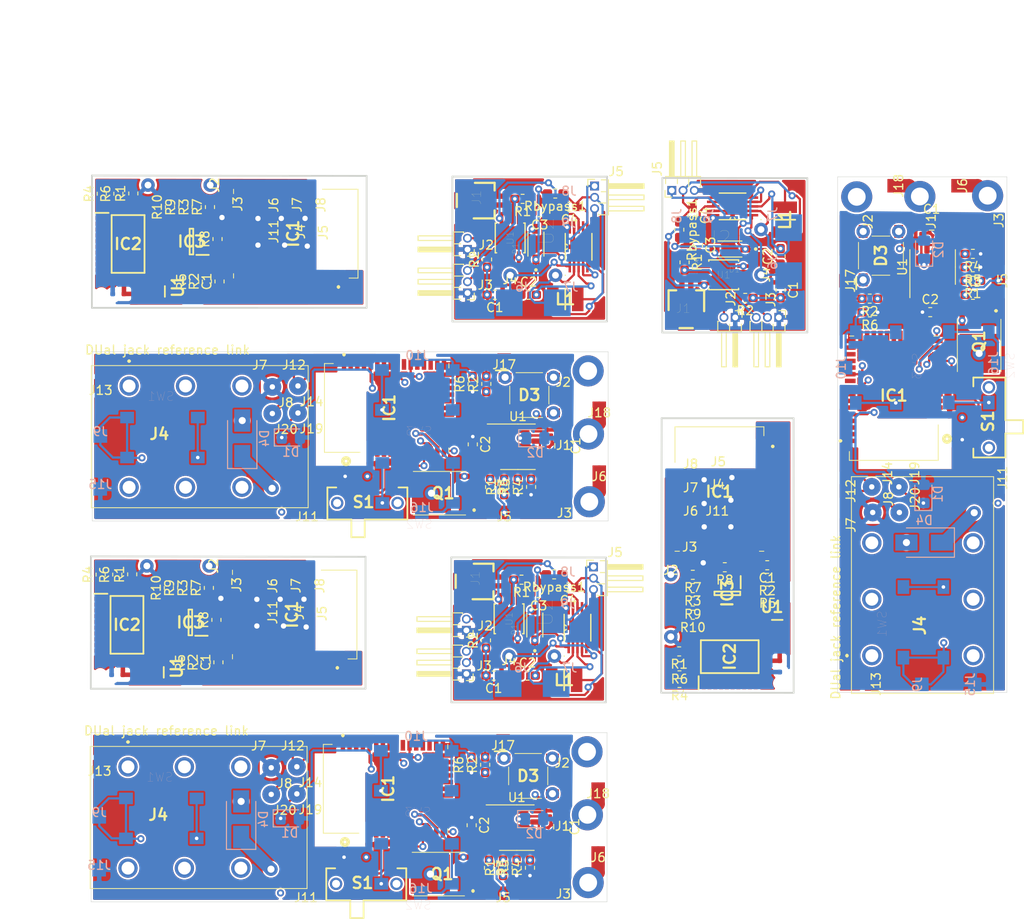
<source format=kicad_pcb>
(kicad_pcb (version 20171130) (host pcbnew "(5.1.4)-1")
  (layers (0 F.Cu signal) (1 In1.Cu signal) (2 In2.Cu signal) (31 B.Cu signal) (34 B.Paste user) (35 F.Paste user) (36 B.SilkS user) (37 F.SilkS user) (38 B.Mask user) (39 F.Mask user) (44 Edge.Cuts user))
  (net 0 "")
  (net 1 GND)
  (net 2 VCC)
  (net 3 +3V3)
  (net 4 "Net-(D1-Pad1)")
  (net 5 "Net-(D2-Pad1)")
  (net 6 "Net-(IC1-Pad2)")
  (net 7 "Net-(IC1-Pad3)")
  (net 8 "Net-(IC1-Pad4)")
  (net 9 "Net-(IC1-Pad8)")
  (net 10 "Net-(IC1-Pad10)")
  (net 11 "Net-(IC1-Pad12)")
  (net 12 "Net-(IC1-Pad13)")
  (net 13 "Net-(IC1-Pad14)")
  (net 14 "Net-(IC1-Pad15)")
  (net 15 "Net-(IC1-Pad17)")
  (net 16 "Net-(IC1-Pad18)")
  (net 17 "Net-(IC1-Pad19)")
  (net 18 "Net-(IC1-Pad20)")
  (net 19 "Net-(IC1-Pad21)")
  (net 20 "Net-(IC1-Pad22)")
  (net 21 "Net-(IC1-Pad23)")
  (net 22 "Net-(IC1-Pad24)")
  (net 23 "Net-(IC1-Pad25)")
  (net 24 "Net-(IC1-Pad32)")
  (net 25 "Net-(IC1-Pad33)")
  (net 26 "Net-(IC1-Pad34)")
  (net 27 "Net-(IC1-Pad35)")
  (net 28 "Net-(IC1-Pad36)")
  (net 29 "Net-(IC1-Pad37)")
  (net 30 "Net-(IC1-Pad38)")
  (net 31 /Line)
  (net 32 /SWD_IO)
  (net 33 /SWD_clk)
  (net 34 /SWD_rst_n)
  (net 35 /led_blc_n)
  (net 36 /pb_rst_n)
  (net 37 /led_sync_n)
  (net 38 /nrf_cmd)
  (net 39 "Net-(Q1-Pad1)")
  (net 40 /pb_n+)
  (net 41 /pb_n-)
  (net 42 "Net-(D4-Pad1)")
  (net 43 "Net-(U1-Pad6)")
  (net 44 "Net-(U1-Pad5)")
  (net 45 VDDA)
  (net 46 GNDPWR)
  (net 47 /I2C_SDA)
  (net 48 /I2C_SCL)
  (net 49 /Thr)
  (net 50 "Net-(IC1-Pad11)")
  (net 51 "Net-(IC1-Pad9)")
  (net 52 /nReset)
  (net 53 /SWDCLK)
  (net 54 /SWDIO)
  (net 55 "Net-(IC2-Pad20)")
  (net 56 "Net-(IC2-Pad11)")
  (net 57 "Net-(IC2-Pad10)")
  (net 58 "Net-(IC2-Pad8)")
  (net 59 "Net-(IC2-Pad3)")
  (net 60 "Net-(IC2-Pad2)")
  (net 61 "Net-(IC2-Pad1)")
  (net 62 /Vsens)
  (net 63 "Net-(IC1-Pad28)")
  (net 64 /Raw_sensor_analog)
  (net 65 /Battery_level_check)
  (net 66 /Sensor_digital)
  (net 67 /Battery_level_check_enable)
  (net 68 /Battery_level_critic)
  (net 69 /Sensor_threshold)
  (net 70 /Sensor_calib)
  (net 71 "Net-(IC2-Pad13)")
  (net 72 "Net-(IC3-Pad3)")
  (net 73 "Net-(R7-Pad2)")
  (net 74 "Net-(R10-Pad2)")
  (net 75 "Net-(C1-Pad2)")
  (net 76 "Net-(C2-Pad2)")
  (net 77 "Net-(C3-Pad1)")
  (net 78 /Vout)
  (net 79 /Bat)
  (net 80 /BatRaux)
  (net 81 /Sens2)
  (net 82 /Sens1)
  (net 83 /Blc)
  (net 84 /HBO)
  (net 85 "Net-(L1-Pad1)")
  (net 86 "Net-(R1-Pad1)")
  (module sky_footprint_lib:PogoProbePad (layer F.Cu) (at 222.243 110.207 90)
    (fp_text reference J20 (at 1.524 1.778 90) (layer F.SilkS))
    (fp_text value Conn_01x01)
    (pad 1 thru_hole circle (at 0 0 90) (size 2 2) (drill 0.6) (layers *.Cu *.Mask) (net 1 GND))
  )
  (module Resistor_SMD:R_0603_1608Metric_Pad1.05x0.95mm_HandSolder (layer F.Cu) (at 199 118.725 180)
    (fp_text reference R3 (at 0 -1.43) (layer F.SilkS))
    (fp_text value R)
    (pad 2 smd roundrect (at 0.875 0 180) (size 1.05 0.95) (layers F.Cu F.Paste F.Mask) (net 70 /Sensor_calib))
    (pad 1 smd roundrect (at -0.875 0 180) (size 1.05 0.95) (layers F.Cu F.Paste F.Mask) (net 72 "Net-(IC3-Pad3)"))
  )
  (module sky_footprint_lib:45300005 (layer F.Cu) (at 201.995 107.57)
    (fp_text reference IC1 (at 0 0.3) (layer F.SilkS) (effects (font (size 1.27 1.27) (thickness 0.254))))
    (fp_text value 453-00005 hide)
    (pad 1 smd rect (at 4.9 -4.8 90) (size 0.5 1.2) (layers F.Cu F.Paste F.Mask) (net 1 GND))
    (pad 2 smd rect (at 4.9 -4.05 90) (size 0.5 1.2) (layers F.Cu F.Paste F.Mask) (net 6 "Net-(IC1-Pad2)"))
    (pad 3 smd rect (at 4.9 -3.3 90) (size 0.5 1.2) (layers F.Cu F.Paste F.Mask) (net 7 "Net-(IC1-Pad3)"))
    (pad 4 smd rect (at 4.9 -2.55 90) (size 0.5 1.2) (layers F.Cu F.Paste F.Mask) (net 8 "Net-(IC1-Pad4)"))
    (pad 5 smd rect (at 4.9 -1.8 90) (size 0.5 1.2) (layers F.Cu F.Paste F.Mask) (net 54 /SWDIO))
    (pad 6 smd rect (at 4.9 -1.05 90) (size 0.5 1.2) (layers F.Cu F.Paste F.Mask) (net 53 /SWDCLK))
    (pad 7 smd rect (at 4.9 -0.3 90) (size 0.5 1.2) (layers F.Cu F.Paste F.Mask) (net 52 /nReset))
    (pad 8 smd rect (at 4.9 0.45 90) (size 0.5 1.2) (layers F.Cu F.Paste F.Mask) (net 9 "Net-(IC1-Pad8)"))
    (pad 9 smd rect (at 4.9 1.2 90) (size 0.5 1.2) (layers F.Cu F.Paste F.Mask) (net 51 "Net-(IC1-Pad9)"))
    (pad 10 smd rect (at 4.9 1.95 90) (size 0.5 1.2) (layers F.Cu F.Paste F.Mask) (net 10 "Net-(IC1-Pad10)"))
    (pad 11 smd rect (at 4.9 2.7 90) (size 0.5 1.2) (layers F.Cu F.Paste F.Mask) (net 50 "Net-(IC1-Pad11)"))
    (pad 12 smd rect (at 4.9 3.45 90) (size 0.5 1.2) (layers F.Cu F.Paste F.Mask) (net 11 "Net-(IC1-Pad12)"))
    (pad 13 smd rect (at 4.9 4.2 90) (size 0.5 1.2) (layers F.Cu F.Paste F.Mask) (net 12 "Net-(IC1-Pad13)"))
    (pad 14 smd rect (at 4.9 4.95 90) (size 0.5 1.2) (layers F.Cu F.Paste F.Mask) (net 13 "Net-(IC1-Pad14)"))
    (pad 15 smd rect (at 4.9 5.7 90) (size 0.5 1.2) (layers F.Cu F.Paste F.Mask) (net 14 "Net-(IC1-Pad15)"))
    (pad 16 smd rect (at 4.9 6.45 90) (size 0.5 1.2) (layers F.Cu F.Paste F.Mask) (net 1 GND))
    (pad 17 smd rect (at 3.75 7) (size 0.5 1.2) (layers F.Cu F.Paste F.Mask) (net 15 "Net-(IC1-Pad17)"))
    (pad 18 smd rect (at 3 7) (size 0.5 1.2) (layers F.Cu F.Paste F.Mask) (net 16 "Net-(IC1-Pad18)"))
    (pad 19 smd rect (at 2.25 7) (size 0.5 1.2) (layers F.Cu F.Paste F.Mask) (net 17 "Net-(IC1-Pad19)"))
    (pad 20 smd rect (at 1.5 7) (size 0.5 1.2) (layers F.Cu F.Paste F.Mask) (net 18 "Net-(IC1-Pad20)"))
    (pad 21 smd rect (at 0.75 7) (size 0.5 1.2) (layers F.Cu F.Paste F.Mask) (net 19 "Net-(IC1-Pad21)"))
    (pad 22 smd rect (at 0 7) (size 0.5 1.2) (layers F.Cu F.Paste F.Mask) (net 20 "Net-(IC1-Pad22)"))
    (pad 23 smd rect (at -0.75 7) (size 0.5 1.2) (layers F.Cu F.Paste F.Mask) (net 65 /Battery_level_check))
    (pad 24 smd rect (at -1.5 7) (size 0.5 1.2) (layers F.Cu F.Paste F.Mask) (net 22 "Net-(IC1-Pad24)"))
    (pad 25 smd rect (at -2.25 7) (size 0.5 1.2) (layers F.Cu F.Paste F.Mask) (net 23 "Net-(IC1-Pad25)"))
    (pad 26 smd rect (at -3 7) (size 0.5 1.2) (layers F.Cu F.Paste F.Mask) (net 3 +3V3))
    (pad 27 smd rect (at -3.75 7) (size 0.5 1.2) (layers F.Cu F.Paste F.Mask) (net 1 GND))
    (pad 28 smd rect (at -4.9 6.45 90) (size 0.5 1.2) (layers F.Cu F.Paste F.Mask) (net 63 "Net-(IC1-Pad28)"))
    (pad 29 smd rect (at -4.9 5.7 90) (size 0.5 1.2) (layers F.Cu F.Paste F.Mask) (net 66 /Sensor_digital))
    (pad 30 smd rect (at -4.9 4.95 90) (size 0.5 1.2) (layers F.Cu F.Paste F.Mask) (net 67 /Battery_level_check_enable))
    (pad 31 smd rect (at -4.9 4.2 90) (size 0.5 1.2) (layers F.Cu F.Paste F.Mask) (net 68 /Battery_level_critic))
    (pad 32 smd rect (at -4.9 3.45 90) (size 0.5 1.2) (layers F.Cu F.Paste F.Mask) (net 24 "Net-(IC1-Pad32)"))
    (pad 33 smd rect (at -4.9 2.7 90) (size 0.5 1.2) (layers F.Cu F.Paste F.Mask) (net 25 "Net-(IC1-Pad33)"))
    (pad 34 smd rect (at -4.9 1.95 90) (size 0.5 1.2) (layers F.Cu F.Paste F.Mask) (net 26 "Net-(IC1-Pad34)"))
    (pad 35 smd rect (at -4.9 1.2 90) (size 0.5 1.2) (layers F.Cu F.Paste F.Mask) (net 27 "Net-(IC1-Pad35)"))
    (pad 36 smd rect (at -4.9 0.45 90) (size 0.5 1.2) (layers F.Cu F.Paste F.Mask) (net 48 /I2C_SCL))
    (pad 37 smd rect (at -4.9 -0.3 90) (size 0.5 1.2) (layers F.Cu F.Paste F.Mask) (net 47 /I2C_SDA))
    (pad 38 smd rect (at -4.9 -1.05 90) (size 0.5 1.2) (layers F.Cu F.Paste F.Mask) (net 30 "Net-(IC1-Pad38)"))
    (pad 39 smd rect (at -4.9 -1.8 90) (size 0.5 1.2) (layers F.Cu F.Paste F.Mask) (net 1 GND))
  )
  (module sky_footprint_lib:ProbePad (layer F.Cu) (at 203.285001 111.825001 180)
    (fp_text reference J11 (at 1.524 1.778) (layer F.SilkS))
    (fp_text value VTP_GND)
    (pad 1 thru_hole circle (at 0 0 180) (size 2 2) (drill 0.6) (layers *.Cu *.Mask) (net 62 /Vsens))
  )
  (module sky_footprint_lib:ProbePad (layer F.Cu) (at 203.285001 108.825001 180)
    (fp_text reference J4 (at 1.524 1.778) (layer F.SilkS))
    (fp_text value SWDCLK)
    (pad 1 thru_hole circle (at 0 0 180) (size 2 2) (drill 0.6) (layers *.Cu *.Mask) (net 53 /SWDCLK))
  )
  (module sky_footprint_lib:SOP65P640X120-20N (layer F.Cu) (at 203.155 126.44 90)
    (fp_text reference IC2 (at 0 0 90) (layer F.SilkS) (effects (font (size 1.27 1.27) (thickness 0.254))))
    (fp_text value MCP4461-103E_ST hide)
    (pad 1 smd rect (at -2.938 -2.925 180) (size 0.45 1.475) (layers F.Cu F.Paste F.Mask) (net 61 "Net-(IC2-Pad1)"))
    (pad 2 smd rect (at -2.938 -2.275 180) (size 0.45 1.475) (layers F.Cu F.Paste F.Mask) (net 60 "Net-(IC2-Pad2)"))
    (pad 3 smd rect (at -2.938 -1.625 180) (size 0.45 1.475) (layers F.Cu F.Paste F.Mask) (net 59 "Net-(IC2-Pad3)"))
    (pad 4 smd rect (at -2.938 -0.975 180) (size 0.45 1.475) (layers F.Cu F.Paste F.Mask) (net 1 GND))
    (pad 5 smd rect (at -2.938 -0.325 180) (size 0.45 1.475) (layers F.Cu F.Paste F.Mask) (net 48 /I2C_SCL))
    (pad 6 smd rect (at -2.938 0.325 180) (size 0.45 1.475) (layers F.Cu F.Paste F.Mask) (net 47 /I2C_SDA))
    (pad 7 smd rect (at -2.938 0.975 180) (size 0.45 1.475) (layers F.Cu F.Paste F.Mask) (net 1 GND))
    (pad 8 smd rect (at -2.938 1.625 180) (size 0.45 1.475) (layers F.Cu F.Paste F.Mask) (net 58 "Net-(IC2-Pad8)"))
    (pad 9 smd rect (at -2.938 2.275 180) (size 0.45 1.475) (layers F.Cu F.Paste F.Mask) (net 69 /Sensor_threshold))
    (pad 10 smd rect (at -2.938 2.925 180) (size 0.45 1.475) (layers F.Cu F.Paste F.Mask) (net 57 "Net-(IC2-Pad10)"))
    (pad 11 smd rect (at 2.938 2.925 180) (size 0.45 1.475) (layers F.Cu F.Paste F.Mask) (net 56 "Net-(IC2-Pad11)"))
    (pad 12 smd rect (at 2.938 2.275 180) (size 0.45 1.475) (layers F.Cu F.Paste F.Mask) (net 70 /Sensor_calib))
    (pad 13 smd rect (at 2.938 1.625 180) (size 0.45 1.475) (layers F.Cu F.Paste F.Mask) (net 71 "Net-(IC2-Pad13)"))
    (pad 14 smd rect (at 2.938 0.975 180) (size 0.45 1.475) (layers F.Cu F.Paste F.Mask) (net 3 +3V3))
    (pad 15 smd rect (at 2.938 0.325 180) (size 0.45 1.475) (layers F.Cu F.Paste F.Mask) (net 3 +3V3))
    (pad 16 smd rect (at 2.938 -0.325 180) (size 0.45 1.475) (layers F.Cu F.Paste F.Mask) (net 1 GND))
    (pad 17 smd rect (at 2.938 -0.975 180) (size 0.45 1.475) (layers F.Cu F.Paste F.Mask) (net 3 +3V3))
    (pad 18 smd rect (at 2.938 -1.625 180) (size 0.45 1.475) (layers F.Cu F.Paste F.Mask) (net 71 "Net-(IC2-Pad13)"))
    (pad 19 smd rect (at 2.938 -2.275 180) (size 0.45 1.475) (layers F.Cu F.Paste F.Mask) (net 1 GND))
    (pad 20 smd rect (at 2.938 -2.925 180) (size 0.45 1.475) (layers F.Cu F.Paste F.Mask) (net 55 "Net-(IC2-Pad20)"))
  )
  (module Resistor_SMD:R_0603_1608Metric_Pad1.05x0.95mm_HandSolder (layer F.Cu) (at 207.425 119 180)
    (fp_text reference R5 (at 0 -1.43) (layer F.SilkS))
    (fp_text value R)
    (pad 2 smd roundrect (at 0.875 0 180) (size 1.05 0.95) (layers F.Cu F.Paste F.Mask) (net 57 "Net-(IC2-Pad10)"))
    (pad 1 smd roundrect (at -0.875 0 180) (size 1.05 0.95) (layers F.Cu F.Paste F.Mask) (net 1 GND))
  )
  (module sky_footprint_lib:ProbePad (layer F.Cu) (at 200.275 109.2 180)
    (fp_text reference J7 (at 1.524 1.778) (layer F.SilkS))
    (fp_text value VTP_GND)
    (pad 1 thru_hole circle (at 0 0 180) (size 2 2) (drill 0.6) (layers *.Cu *.Mask) (net 1 GND))
  )
  (module sky_footprint_lib:PanelProbePad (layer F.Cu) (at 221.655 73.425 90)
    (fp_text reference J18 (at 0 0.5 90) (layer F.SilkS))
    (fp_text value Conn_01x01)
    (pad 1 smd rect (at 0 0 90) (size 1.524 1.524) (layers F.Cu F.Paste F.Mask) (net 45 VDDA))
  )
  (module sky_footprint_lib:PanelProbePad (layer B.Cu) (at 230.725 129.565 90)
    (fp_text reference J15 (at 0 -0.5 90) (layer B.SilkS) (effects (justify mirror)))
    (fp_text value Conn_01x01)
    (pad 1 smd rect (at 0 0 90) (size 1.524 1.524) (layers B.Cu B.Paste B.Mask) (net 3 +3V3))
  )
  (module sky_footprint_lib:ProbePad (layer F.Cu) (at 203.4 106.275 180)
    (fp_text reference J5 (at 1.524 1.778) (layer F.SilkS))
    (fp_text value nReset)
    (pad 1 thru_hole circle (at 0 0 180) (size 2 2) (drill 0.6) (layers *.Cu *.Mask) (net 52 /nReset))
  )
  (module sky_footprint_lib:ProbePad (layer F.Cu) (at 200.285001 111.825001 180)
    (fp_text reference J6 (at 1.524 1.778) (layer F.SilkS))
    (fp_text value VTP_Vcc)
    (pad 1 thru_hole circle (at 0 0 180) (size 2 2) (drill 0.6) (layers *.Cu *.Mask) (net 3 +3V3))
  )
  (module sky_footprint_lib:SOT95P270X145-5N (layer F.Cu) (at 202.885 119.31 270)
    (fp_text reference IC3 (at 0 0 90) (layer F.SilkS) (effects (font (size 1.27 1.27) (thickness 0.254))))
    (fp_text value MCP6541T-I_OT hide)
    (pad 1 smd rect (at -1.25 -0.95) (size 0.6 1.4) (layers F.Cu F.Paste F.Mask) (net 66 /Sensor_digital))
    (pad 2 smd rect (at -1.25 0) (size 0.6 1.4) (layers F.Cu F.Paste F.Mask) (net 1 GND))
    (pad 3 smd rect (at -1.25 0.95) (size 0.6 1.4) (layers F.Cu F.Paste F.Mask) (net 72 "Net-(IC3-Pad3)"))
    (pad 4 smd rect (at 1.25 0.95) (size 0.6 1.4) (layers F.Cu F.Paste F.Mask) (net 69 /Sensor_threshold))
    (pad 5 smd rect (at 1.25 -0.95) (size 0.6 1.4) (layers F.Cu F.Paste F.Mask) (net 3 +3V3))
  )
  (module Capacitor_SMD:C_0603_1608Metric_Pad1.05x0.95mm_HandSolder (layer F.Cu) (at 207.375 116.15 180)
    (fp_text reference C1 (at 0 -1.43) (layer F.SilkS))
    (fp_text value C)
    (pad 2 smd roundrect (at 0.875 0 180) (size 1.05 0.95) (layers F.Cu F.Paste F.Mask) (net 1 GND))
    (pad 1 smd roundrect (at -0.875 0 180) (size 1.05 0.95) (layers F.Cu F.Paste F.Mask) (net 64 /Raw_sensor_analog))
  )
  (module Resistor_SMD:R_0603_1608Metric_Pad1.05x0.95mm_HandSolder (layer F.Cu) (at 197.47 125.85 180)
    (fp_text reference R1 (at 0 -1.43) (layer F.SilkS))
    (fp_text value R)
    (pad 2 smd roundrect (at 0.875 0 180) (size 1.05 0.95) (layers F.Cu F.Paste F.Mask) (net 3 +3V3))
    (pad 1 smd roundrect (at -0.875 0 180) (size 1.05 0.95) (layers F.Cu F.Paste F.Mask) (net 52 /nReset))
  )
  (module sky_footprint_lib:ProbePad (layer F.Cu) (at 200.175 115.875 180)
    (fp_text reference J3 (at 1.524 1.778) (layer F.SilkS))
    (fp_text value SWDIO)
    (pad 1 thru_hole circle (at 0 0 180) (size 2 2) (drill 0.6) (layers *.Cu *.Mask) (net 54 /SWDIO))
  )
  (module Resistor_SMD:R_0603_1608Metric_Pad1.05x0.95mm_HandSolder (layer F.Cu) (at 207.375 117.575 180)
    (fp_text reference R2 (at 0 -1.43) (layer F.SilkS))
    (fp_text value 10kR)
    (pad 2 smd roundrect (at 0.875 0 180) (size 1.05 0.95) (layers F.Cu F.Paste F.Mask) (net 1 GND))
    (pad 1 smd roundrect (at -0.875 0 180) (size 1.05 0.95) (layers F.Cu F.Paste F.Mask) (net 66 /Sensor_digital))
  )
  (module sky_footprint_lib:PanelProbePad (layer F.Cu) (at 219.125 129.515 90)
    (fp_text reference J13 (at 0 0.5 90) (layer F.SilkS))
    (fp_text value Conn_01x01)
    (pad 1 smd rect (at 0 0 90) (size 1.524 1.524) (layers F.Cu F.Paste F.Mask) (net 1 GND))
  )
  (module Resistor_SMD:R_0603_1608Metric_Pad1.05x0.95mm_HandSolder (layer F.Cu) (at 197.5 127.53 180)
    (fp_text reference R6 (at 0 -1.43) (layer F.SilkS))
    (fp_text value R)
    (pad 2 smd roundrect (at 0.875 0 180) (size 1.05 0.95) (layers F.Cu F.Paste F.Mask) (net 64 /Raw_sensor_analog))
    (pad 1 smd roundrect (at -0.875 0 180) (size 1.05 0.95) (layers F.Cu F.Paste F.Mask) (net 72 "Net-(IC3-Pad3)"))
  )
  (module Resistor_SMD:R_0603_1608Metric_Pad1.05x0.95mm_HandSolder (layer F.Cu) (at 218.925 87.675 180)
    (fp_text reference R6 (at 0 -1.43) (layer F.SilkS))
    (fp_text value 10kR)
    (pad 2 smd roundrect (at 0.875 0 180) (size 1.05 0.95) (layers F.Cu F.Paste F.Mask) (net 40 /pb_n+))
    (pad 1 smd roundrect (at -0.875 0 180) (size 1.05 0.95) (layers F.Cu F.Paste F.Mask) (net 3 +3V3))
  )
  (module Resistor_SMD:R_0603_1608Metric_Pad1.05x0.95mm_HandSolder (layer F.Cu) (at 199 117.225 180)
    (fp_text reference R7 (at 0 -1.43) (layer F.SilkS))
    (fp_text value 180kR)
    (pad 2 smd roundrect (at 0.875 0 180) (size 1.05 0.95) (layers F.Cu F.Paste F.Mask) (net 73 "Net-(R7-Pad2)"))
    (pad 1 smd roundrect (at -0.875 0 180) (size 1.05 0.95) (layers F.Cu F.Paste F.Mask) (net 65 /Battery_level_check))
  )
  (module Resistor_SMD:R_0603_1608Metric_Pad1.05x0.95mm_HandSolder (layer F.Cu) (at 199 120.225 180)
    (fp_text reference R9 (at 0 -1.43) (layer F.SilkS))
    (fp_text value 1MR)
    (pad 2 smd roundrect (at 0.875 0 180) (size 1.05 0.95) (layers F.Cu F.Paste F.Mask) (net 1 GND))
    (pad 1 smd roundrect (at -0.875 0 180) (size 1.05 0.95) (layers F.Cu F.Paste F.Mask) (net 73 "Net-(R7-Pad2)"))
  )
  (module sky_footprint_lib:PanelProbePad (layer F.Cu) (at 216.295 111.625 90)
    (fp_text reference J7 (at 0 0.5 90) (layer F.SilkS))
    (fp_text value Conn_01x01)
    (pad 1 smd rect (at 0 0 90) (size 1.524 1.524) (layers F.Cu F.Paste F.Mask) (net 32 /SWD_IO))
  )
  (module Resistor_SMD:R_0603_1608Metric_Pad1.05x0.95mm_HandSolder (layer F.Cu) (at 202.6 116.375 180)
    (fp_text reference R8 (at 0 -1.43) (layer F.SilkS))
    (fp_text value 1MR)
    (pad 2 smd roundrect (at 0.875 0 180) (size 1.05 0.95) (layers F.Cu F.Paste F.Mask) (net 67 /Battery_level_check_enable))
    (pad 1 smd roundrect (at -0.875 0 180) (size 1.05 0.95) (layers F.Cu F.Paste F.Mask) (net 1 GND))
  )
  (module sky_footprint_lib:PowerPad (layer F.Cu) (at 232.175 74.545 90)
    (fp_text reference J3 (at -2.794 1.27 90) (layer F.SilkS))
    (fp_text value Conn_01x01)
    (pad 1 thru_hole circle (at 0 0 90) (size 3.5 3.5) (drill 2) (layers *.Cu *.Mask) (net 46 GNDPWR))
  )
  (module LED_SMD:LED_0805_2012Metric_Pad1.15x1.40mm_HandSolder (layer B.Cu) (at 225.025 80.625 90)
    (fp_text reference D2 (at 0 1.65 90) (layer B.SilkS) (effects (justify mirror)))
    (fp_text value led_blc)
    (pad 2 smd roundrect (at 1.025 0 90) (size 1.15 1.4) (layers B.Cu B.Paste B.Mask) (roundrect_rratio 0.217391) (net 3 +3V3))
    (pad 1 smd roundrect (at -1.025 0 90) (size 1.15 1.4) (layers B.Cu B.Paste B.Mask) (roundrect_rratio 0.217391) (net 5 "Net-(D2-Pad1)"))
  )
  (module Resistor_SMD:R_0603_1608Metric_Pad1.05x0.95mm_HandSolder (layer F.Cu) (at 230.505 84.125 180)
    (fp_text reference R1 (at 0 -1.43) (layer F.SilkS))
    (fp_text value 220R)
    (pad 2 smd roundrect (at 0.875 0 180) (size 1.05 0.95) (layers F.Cu F.Paste F.Mask) (net 37 /led_sync_n))
    (pad 1 smd roundrect (at -0.875 0 180) (size 1.05 0.95) (layers F.Cu F.Paste F.Mask) (net 4 "Net-(D1-Pad1)"))
  )
  (module sky_footprint_lib:JS102011SAQN (layer F.Cu) (at 230.565 99.515 90)
    (fp_text reference S1 (at -0.43 1.647 90) (layer F.SilkS) (effects (font (size 1.27 1.27) (thickness 0.254))))
    (fp_text value Bypass hide)
    (pad 1 smd rect (at -2.5 -1 90) (size 1.2 2.5) (layers F.Cu F.Paste F.Mask) (net 3 +3V3))
    (pad 2 smd rect (at 0 -1 90) (size 1.2 2.5) (layers F.Cu F.Paste F.Mask) (net 39 "Net-(Q1-Pad1)"))
    (pad 3 smd rect (at 2.5 -1 90) (size 1.2 2.5) (layers F.Cu F.Paste F.Mask) (net 38 /nrf_cmd))
    (pad 4 thru_hole circle (at -3.4 1.75 90) (size 1.4 1.4) (drill 0.9) (layers *.Cu *.Mask))
    (pad 5 thru_hole circle (at 3.4 1.75 90) (size 1.4 1.4) (drill 0.9) (layers *.Cu *.Mask))
  )
  (module sky_footprint_lib:SW_B3S-1000 (layer B.Cu) (at 224.945 122.575 270)
    (fp_text reference SW1 (at 0.17523 4.64128 90) (layer B.SilkS) (effects (font (size 1.001354 1.001354) (thickness 0.015)) (justify mirror)))
    (fp_text value B3S-1000)
    (pad 4 smd rect (at -3.975 2.25 270) (size 1.55 1.3) (layers B.Cu B.Paste B.Mask) (net 1 GND))
    (pad 3 smd rect (at 3.975 2.25 270) (size 1.55 1.3) (layers B.Cu B.Paste B.Mask) (net 36 /pb_rst_n))
    (pad 2 smd rect (at -3.975 -2.25 270) (size 1.55 1.3) (layers B.Cu B.Paste B.Mask) (net 1 GND))
    (pad 1 smd rect (at 3.975 -2.25 270) (size 1.55 1.3) (layers B.Cu B.Paste B.Mask) (net 36 /pb_rst_n))
  )
  (module sky_footprint_lib:45300005 (layer F.Cu) (at 221.615 97.345 180)
    (fp_text reference IC1 (at 0 0.3) (layer F.SilkS) (effects (font (size 1.27 1.27) (thickness 0.254))))
    (fp_text value 453-00005 hide)
    (pad 1 smd rect (at 4.9 -4.8 270) (size 0.5 1.2) (layers F.Cu F.Paste F.Mask) (net 1 GND))
    (pad 2 smd rect (at 4.9 -4.05 270) (size 0.5 1.2) (layers F.Cu F.Paste F.Mask) (net 6 "Net-(IC1-Pad2)"))
    (pad 3 smd rect (at 4.9 -3.3 270) (size 0.5 1.2) (layers F.Cu F.Paste F.Mask) (net 7 "Net-(IC1-Pad3)"))
    (pad 4 smd rect (at 4.9 -2.55 270) (size 0.5 1.2) (layers F.Cu F.Paste F.Mask) (net 8 "Net-(IC1-Pad4)"))
    (pad 5 smd rect (at 4.9 -1.8 270) (size 0.5 1.2) (layers F.Cu F.Paste F.Mask) (net 32 /SWD_IO))
    (pad 6 smd rect (at 4.9 -1.05 270) (size 0.5 1.2) (layers F.Cu F.Paste F.Mask) (net 33 /SWD_clk))
    (pad 7 smd rect (at 4.9 -0.3 270) (size 0.5 1.2) (layers F.Cu F.Paste F.Mask) (net 34 /SWD_rst_n))
    (pad 8 smd rect (at 4.9 0.45 270) (size 0.5 1.2) (layers F.Cu F.Paste F.Mask) (net 9 "Net-(IC1-Pad8)"))
    (pad 9 smd rect (at 4.9 1.2 270) (size 0.5 1.2) (layers F.Cu F.Paste F.Mask) (net 35 /led_blc_n))
    (pad 10 smd rect (at 4.9 1.95 270) (size 0.5 1.2) (layers F.Cu F.Paste F.Mask) (net 10 "Net-(IC1-Pad10)"))
    (pad 11 smd rect (at 4.9 2.7 270) (size 0.5 1.2) (layers F.Cu F.Paste F.Mask) (net 40 /pb_n+))
    (pad 12 smd rect (at 4.9 3.45 270) (size 0.5 1.2) (layers F.Cu F.Paste F.Mask) (net 11 "Net-(IC1-Pad12)"))
    (pad 13 smd rect (at 4.9 4.2 270) (size 0.5 1.2) (layers F.Cu F.Paste F.Mask) (net 12 "Net-(IC1-Pad13)"))
    (pad 14 smd rect (at 4.9 4.95 270) (size 0.5 1.2) (layers F.Cu F.Paste F.Mask) (net 13 "Net-(IC1-Pad14)"))
    (pad 15 smd rect (at 4.9 5.7 270) (size 0.5 1.2) (layers F.Cu F.Paste F.Mask) (net 14 "Net-(IC1-Pad15)"))
    (pad 16 smd rect (at 4.9 6.45 270) (size 0.5 1.2) (layers F.Cu F.Paste F.Mask) (net 1 GND))
    (pad 17 smd rect (at 3.75 7 180) (size 0.5 1.2) (layers F.Cu F.Paste F.Mask) (net 15 "Net-(IC1-Pad17)"))
    (pad 18 smd rect (at 3 7 180) (size 0.5 1.2) (layers F.Cu F.Paste F.Mask) (net 16 "Net-(IC1-Pad18)"))
    (pad 19 smd rect (at 2.25 7 180) (size 0.5 1.2) (layers F.Cu F.Paste F.Mask) (net 17 "Net-(IC1-Pad19)"))
    (pad 20 smd rect (at 1.5 7 180) (size 0.5 1.2) (layers F.Cu F.Paste F.Mask) (net 18 "Net-(IC1-Pad20)"))
    (pad 21 smd rect (at 0.75 7 180) (size 0.5 1.2) (layers F.Cu F.Paste F.Mask) (net 19 "Net-(IC1-Pad21)"))
    (pad 22 smd rect (at 0 7 180) (size 0.5 1.2) (layers F.Cu F.Paste F.Mask) (net 20 "Net-(IC1-Pad22)"))
    (pad 23 smd rect (at -0.75 7 180) (size 0.5 1.2) (layers F.Cu F.Paste F.Mask) (net 21 "Net-(IC1-Pad23)"))
    (pad 24 smd rect (at -1.5 7 180) (size 0.5 1.2) (layers F.Cu F.Paste F.Mask) (net 22 "Net-(IC1-Pad24)"))
    (pad 25 smd rect (at -2.25 7 180) (size 0.5 1.2) (layers F.Cu F.Paste F.Mask) (net 23 "Net-(IC1-Pad25)"))
    (pad 26 smd rect (at -3 7 180) (size 0.5 1.2) (layers F.Cu F.Paste F.Mask) (net 3 +3V3))
    (pad 27 smd rect (at -3.75 7 180) (size 0.5 1.2) (layers F.Cu F.Paste F.Mask) (net 1 GND))
    (pad 28 smd rect (at -4.9 6.45 270) (size 0.5 1.2) (layers F.Cu F.Paste F.Mask) (net 36 /pb_rst_n))
    (pad 29 smd rect (at -4.9 5.7 270) (size 0.5 1.2) (layers F.Cu F.Paste F.Mask) (net 41 /pb_n-))
    (pad 30 smd rect (at -4.9 4.95 270) (size 0.5 1.2) (layers F.Cu F.Paste F.Mask) (net 37 /led_sync_n))
    (pad 31 smd rect (at -4.9 4.2 270) (size 0.5 1.2) (layers F.Cu F.Paste F.Mask) (net 38 /nrf_cmd))
    (pad 32 smd rect (at -4.9 3.45 270) (size 0.5 1.2) (layers F.Cu F.Paste F.Mask) (net 24 "Net-(IC1-Pad32)"))
    (pad 33 smd rect (at -4.9 2.7 270) (size 0.5 1.2) (layers F.Cu F.Paste F.Mask) (net 25 "Net-(IC1-Pad33)"))
    (pad 34 smd rect (at -4.9 1.95 270) (size 0.5 1.2) (layers F.Cu F.Paste F.Mask) (net 26 "Net-(IC1-Pad34)"))
    (pad 35 smd rect (at -4.9 1.2 270) (size 0.5 1.2) (layers F.Cu F.Paste F.Mask) (net 27 "Net-(IC1-Pad35)"))
    (pad 36 smd rect (at -4.9 0.45 270) (size 0.5 1.2) (layers F.Cu F.Paste F.Mask) (net 28 "Net-(IC1-Pad36)"))
    (pad 37 smd rect (at -4.9 -0.3 270) (size 0.5 1.2) (layers F.Cu F.Paste F.Mask) (net 29 "Net-(IC1-Pad37)"))
    (pad 38 smd rect (at -4.9 -1.05 270) (size 0.5 1.2) (layers F.Cu F.Paste F.Mask) (net 30 "Net-(IC1-Pad38)"))
    (pad 39 smd rect (at -4.9 -1.8 270) (size 0.5 1.2) (layers F.Cu F.Paste F.Mask) (net 1 GND))
  )
  (module Resistor_SMD:R_0603_1608Metric_Pad1.05x0.95mm_HandSolder (layer F.Cu) (at 230.52 85.705)
    (fp_text reference R3 (at 0 -1.43) (layer F.SilkS))
    (fp_text value 10kR)
    (pad 2 smd roundrect (at 0.875 0) (size 1.05 0.95) (layers F.Cu F.Paste F.Mask) (net 1 GND))
    (pad 1 smd roundrect (at -0.875 0) (size 1.05 0.95) (layers F.Cu F.Paste F.Mask) (net 38 /nrf_cmd))
  )
  (module sky_footprint_lib:PowerPad (layer F.Cu) (at 217.445 74.675 90)
    (fp_text reference J2 (at -2.794 1.27 90) (layer F.SilkS))
    (fp_text value Conn_01x01)
    (pad 1 thru_hole circle (at 0 0 90) (size 3.5 3.5) (drill 2) (layers *.Cu *.Mask) (net 31 /Line))
  )
  (module Capacitor_SMD:C_0805_2012Metric_Pad1.15x1.40mm_HandSolder (layer F.Cu) (at 225.875 77.715)
    (fp_text reference C1 (at 0 -1.65) (layer F.SilkS))
    (fp_text value 4.7uC)
    (pad 1 smd roundrect (at -1.025 0) (size 1.15 1.4) (layers F.Cu F.Paste F.Mask) (roundrect_rratio 0.217391) (net 2 VCC))
    (pad 2 smd roundrect (at 1.025 0) (size 1.15 1.4) (layers F.Cu F.Paste F.Mask) (roundrect_rratio 0.217391) (net 1 GND))
  )
  (module Resistor_SMD:R_0603_1608Metric_Pad1.05x0.95mm_HandSolder (layer F.Cu) (at 218.91 86.135 180)
    (fp_text reference R2 (at 0 -1.43) (layer F.SilkS))
    (fp_text value 220R)
    (pad 2 smd roundrect (at 0.875 0 180) (size 1.05 0.95) (layers F.Cu F.Paste F.Mask) (net 35 /led_blc_n))
    (pad 1 smd roundrect (at -0.875 0 180) (size 1.05 0.95) (layers F.Cu F.Paste F.Mask) (net 5 "Net-(D2-Pad1)"))
  )
  (module sky_footprint_lib:PowerPad (layer F.Cu) (at 224.545 74.635 90)
    (fp_text reference J1 (at -2.794 1.27 90) (layer F.SilkS))
    (fp_text value Conn_01x01)
    (pad 1 thru_hole circle (at 0 0 90) (size 3.5 3.5) (drill 2) (layers *.Cu *.Mask) (net 45 VDDA))
  )
  (module Resistor_SMD:R_0603_1608Metric_Pad1.05x0.95mm_HandSolder (layer F.Cu) (at 230.505 82.595 180)
    (fp_text reference R5 (at 0 -1.43) (layer F.SilkS))
    (fp_text value 10kR)
    (pad 2 smd roundrect (at 0.875 0 180) (size 1.05 0.95) (layers F.Cu F.Paste F.Mask) (net 41 /pb_n-))
    (pad 1 smd roundrect (at -0.875 0 180) (size 1.05 0.95) (layers F.Cu F.Paste F.Mask) (net 3 +3V3))
  )
  (module sky_footprint_lib:PanelProbePad (layer F.Cu) (at 233.365 106.305 90)
    (fp_text reference J11 (at 0 0.5 90) (layer F.SilkS))
    (fp_text value Conn_01x01)
    (pad 1 smd rect (at 0 0 90) (size 1.524 1.524) (layers F.Cu F.Paste F.Mask) (net 38 /nrf_cmd))
  )
  (module sky_footprint_lib:PanelProbePad (layer F.Cu) (at 228.845 73.425 90)
    (fp_text reference J6 (at 0 0.5 90) (layer F.SilkS))
    (fp_text value Conn_01x01)
    (pad 1 smd rect (at 0 0 90) (size 1.524 1.524) (layers F.Cu F.Paste F.Mask) (net 46 GNDPWR))
  )
  (module sky_footprint_lib:ACJSMHDR (layer F.Cu) (at 219.145 126.325 270)
    (fp_text reference J4 (at -3.4 -5.4 270) (layer F.SilkS) (effects (font (size 1.27 1.27) (thickness 0.254))))
    (fp_text value Jack_3_contacts hide)
    (fp_text user "DUal jack reference link" (at -4.318 4.064 90) (layer F.SilkS))
    (pad T1 thru_hole circle (at 0 0 270) (size 2.175 2.175) (drill 1.45) (layers *.Cu *.Mask) (net 42 "Net-(D4-Pad1)"))
    (pad R1 thru_hole circle (at -6.35 0 270) (size 2.175 2.175) (drill 1.45) (layers *.Cu *.Mask) (net 31 /Line))
    (pad S1 thru_hole circle (at -12.7 0 270) (size 2.175 2.175) (drill 1.45) (layers *.Cu *.Mask) (net 2 VCC))
    (pad TN1 thru_hole circle (at 0 -11.4 270) (size 2.175 2.175) (drill 1.45) (layers *.Cu *.Mask) (net 42 "Net-(D4-Pad1)"))
    (pad RN1 thru_hole circle (at -6.35 -11.4 270) (size 2.175 2.175) (drill 1.45) (layers *.Cu *.Mask) (net 31 /Line))
    (pad SN1 thru_hole circle (at -12.7 -11.4 270) (size 2.175 2.175) (drill 1.45) (layers *.Cu *.Mask) (net 2 VCC))
  )
  (module Diode_SMD:D_SMA (layer B.Cu) (at 225.035 113.595 180)
    (fp_text reference D4 (at 0 2.5) (layer B.SilkS) (effects (justify mirror)))
    (fp_text value "RS1A R3")
    (pad 2 smd rect (at 2 0 180) (size 2.5 1.8) (layers B.Cu B.Paste B.Mask) (net 2 VCC))
    (pad 1 smd rect (at -2 0 180) (size 2.5 1.8) (layers B.Cu B.Paste B.Mask) (net 42 "Net-(D4-Pad1)"))
  )
  (module Resistor_SMD:R_0603_1608Metric_Pad1.05x0.95mm_HandSolder (layer F.Cu) (at 230.51 81.095 180)
    (fp_text reference R4 (at 0 -1.43) (layer F.SilkS))
    (fp_text value 10kR)
    (pad 2 smd roundrect (at 0.875 0 180) (size 1.05 0.95) (layers F.Cu F.Paste F.Mask) (net 36 /pb_rst_n))
    (pad 1 smd roundrect (at -0.875 0 180) (size 1.05 0.95) (layers F.Cu F.Paste F.Mask) (net 3 +3V3))
  )
  (module sky_footprint_lib:PanelProbePad (layer B.Cu) (at 216.195 93.905 90)
    (fp_text reference J10 (at 0 -0.5 90) (layer B.SilkS) (effects (justify mirror)))
    (fp_text value Conn_01x01)
    (pad 1 smd rect (at 0 0 90) (size 1.524 1.524) (layers B.Cu B.Paste B.Mask) (net 40 /pb_n+))
  )
  (module sky_footprint_lib:BSC016N06NS (layer F.Cu) (at 231.215 91.405 270)
    (fp_text reference Q1 (at -0.417 0 90) (layer F.SilkS) (effects (font (size 1.27 1.27) (thickness 0.254))))
    (fp_text value Q_NMOS_GSD hide)
    (pad 2 smd rect (at -2.81 -0.635) (size 3 1.27) (layers F.Cu F.Paste F.Mask) (net 1 GND))
    (pad 1 smd rect (at -2.81 1.905) (size 0.61 1.27) (layers F.Cu F.Paste F.Mask) (net 39 "Net-(Q1-Pad1)"))
    (pad 3 smd rect (at 0.9 0 270) (size 4.4 4.4) (layers F.Cu F.Paste F.Mask) (net 42 "Net-(D4-Pad1)"))
  )
  (module Resistor_SMD:R_0603_1608Metric_Pad1.05x0.95mm_HandSolder (layer F.Cu) (at 199 121.725 180)
    (fp_text reference R10 (at 0 -1.43) (layer F.SilkS))
    (fp_text value 1MR)
    (pad 2 smd roundrect (at 0.875 0 180) (size 1.05 0.95) (layers F.Cu F.Paste F.Mask) (net 74 "Net-(R10-Pad2)"))
    (pad 1 smd roundrect (at -0.875 0 180) (size 1.05 0.95) (layers F.Cu F.Paste F.Mask) (net 3 +3V3))
  )
  (module Capacitor_SMD:C_0603_1608Metric_Pad1.05x0.95mm_HandSolder (layer F.Cu) (at 225.715 87.655)
    (fp_text reference C2 (at 0 -1.43) (layer F.SilkS))
    (fp_text value 100C)
    (pad 2 smd roundrect (at 0.875 0) (size 1.05 0.95) (layers F.Cu F.Paste F.Mask) (net 1 GND))
    (pad 1 smd roundrect (at -0.875 0) (size 1.05 0.95) (layers F.Cu F.Paste F.Mask) (net 3 +3V3))
  )
  (module sky_footprint_lib:ProbePad (layer F.Cu) (at 200.275 106.525 180)
    (fp_text reference J8 (at 1.524 1.778) (layer F.SilkS))
    (fp_text value VTP_Vcc)
    (pad 1 thru_hole circle (at 0 0 180) (size 2 2) (drill 0.6) (layers *.Cu *.Mask) (net 49 /Thr))
  )
  (module sky_footprint_lib:ProbePad (layer F.Cu) (at 219.135 107.325 90)
    (fp_text reference J14 (at 1.524 1.778 90) (layer F.SilkS))
    (fp_text value Conn_01x01)
    (pad 1 thru_hole circle (at 0 0 90) (size 2 2) (drill 0.6) (layers *.Cu *.Mask) (net 33 /SWD_clk))
  )
  (module Capacitor_SMD:C_0603_1608Metric_Pad1.05x0.95mm_HandSolder (layer F.Cu) (at 199.575 80.125 270)
    (fp_text reference C3 (at 0 -1.43 90) (layer F.SilkS))
    (fp_text value 4.7uC)
    (pad 2 smd roundrect (at 0.875 0 270) (size 1.05 0.95) (layers F.Cu F.Paste F.Mask) (net 1 GND))
    (pad 1 smd roundrect (at -0.875 0 270) (size 1.05 0.95) (layers F.Cu F.Paste F.Mask) (net 77 "Net-(C3-Pad1)"))
  )
  (module Resistor_SMD:R_0603_1608Metric_Pad1.05x0.95mm_HandSolder (layer F.Cu) (at 197.475 78.375 270)
    (fp_text reference Rbypass1 (at 0 -1.43 90) (layer F.SilkS))
    (fp_text value 0R)
    (pad 2 smd roundrect (at 0.875 0 270) (size 1.05 0.95) (layers F.Cu F.Paste F.Mask) (net 75 "Net-(C1-Pad2)"))
    (pad 1 smd roundrect (at -0.875 0 270) (size 1.05 0.95) (layers F.Cu F.Paste F.Mask) (net 78 /Vout))
  )
  (module SKY_PM:ProbePad (layer B.Cu) (at 209.775 78.15 90)
    (fp_text reference J7 (at 1.524 -1.778 90) (layer B.SilkS) (effects (justify mirror)))
    (fp_text value Conn_01x01)
    (pad 1 smd rect (at 0 0 90) (size 3 3) (layers B.Cu B.Paste B.Mask) (net 81 /Sens2))
  )
  (module LED_SMD:LED_0805_2012Metric_Pad1.15x1.40mm_HandSolder (layer B.Cu) (at 224.943 108.123 90)
    (fp_text reference D1 (at 0 1.65 90) (layer B.SilkS) (effects (justify mirror)))
    (fp_text value led_sync)
    (pad 2 smd roundrect (at 1.025 0 90) (size 1.15 1.4) (layers B.Cu B.Paste B.Mask) (roundrect_rratio 0.217391) (net 3 +3V3))
    (pad 1 smd roundrect (at -1.025 0 90) (size 1.15 1.4) (layers B.Cu B.Paste B.Mask) (roundrect_rratio 0.217391) (net 4 "Net-(D1-Pad1)"))
  )
  (module sky_footprint_lib:PanelProbePad (layer B.Cu) (at 224.775 129.555 90)
    (fp_text reference J9 (at 0 -0.5 90) (layer B.SilkS) (effects (justify mirror)))
    (fp_text value Conn_01x01)
    (pad 1 smd rect (at 0 0 90) (size 1.524 1.524) (layers B.Cu B.Paste B.Mask) (net 36 /pb_rst_n))
  )
  (module sky_footprint_lib:PogoProbePad (layer F.Cu) (at 219.243 110.207 90)
    (fp_text reference J8 (at 1.524 1.778 90) (layer F.SilkS))
    (fp_text value Conn_01x01)
    (pad 1 thru_hole circle (at 0 0 90) (size 2 2) (drill 0.6) (layers *.Cu *.Mask) (net 3 +3V3))
  )
  (module SKY_PM:LTC4071IMS8EPBF (layer F.Cu) (at 202.475 83.45)
    (fp_text reference U1 (at 0 0) (layer F.SilkS) (effects (font (size 0.787402 0.787402) (thickness 0.015))))
    (fp_text value LTC4071IMS8EPBF)
    (fp_text user * (at -3.048 -1.27) (layer F.SilkS) (effects (font (thickness 0.015))))
    (fp_text user * (at -3.048 -1.27) (layer F.SilkS) (effects (font (thickness 0.015))))
    (pad 1 smd rect (at -2.2098 -0.975) (size 1.397 0.4318) (layers F.Cu F.Paste F.Mask) (net 86 "Net-(R1-Pad1)"))
    (pad 2 smd rect (at -2.2098 -0.325) (size 1.397 0.4318) (layers F.Cu F.Paste F.Mask) (net 80 /BatRaux))
    (pad 3 smd rect (at -2.2098 0.325) (size 1.397 0.4318) (layers F.Cu F.Paste F.Mask) (net 1 GND))
    (pad 4 smd rect (at -2.2098 0.975) (size 1.397 0.4318) (layers F.Cu F.Paste F.Mask) (net 84 /HBO))
    (pad 5 smd rect (at 2.2098 0.975) (size 1.397 0.4318) (layers F.Cu F.Paste F.Mask) (net 1 GND))
    (pad 6 smd rect (at 2.2098 0.325) (size 1.397 0.4318) (layers F.Cu F.Paste F.Mask) (net 1 GND))
    (pad 7 smd rect (at 2.2098 -0.325) (size 1.397 0.4318) (layers F.Cu F.Paste F.Mask) (net 79 /Bat))
    (pad 8 smd rect (at 2.2098 -0.975) (size 1.397 0.4318) (layers F.Cu F.Paste F.Mask) (net 79 /Bat))
  )
  (module Capacitor_SMD:C_0603_1608Metric_Pad1.05x0.95mm_HandSolder (layer F.Cu) (at 198.975 76.775 270)
    (fp_text reference C4 (at 0 -1.43 90) (layer F.SilkS))
    (fp_text value 100uC)
    (pad 2 smd roundrect (at 0.875 0 270) (size 1.05 0.95) (layers F.Cu F.Paste F.Mask) (net 1 GND))
    (pad 1 smd roundrect (at -0.875 0 270) (size 1.05 0.95) (layers F.Cu F.Paste F.Mask) (net 78 /Vout))
  )
  (module Capacitor_SMD:C_0603_1608Metric_Pad1.05x0.95mm_HandSolder (layer F.Cu) (at 208.875 85.175 270)
    (fp_text reference C1 (at 0 -1.43 90) (layer F.SilkS))
    (fp_text value 22uC)
    (pad 2 smd roundrect (at 0.875 0 270) (size 1.05 0.95) (layers F.Cu F.Paste F.Mask) (net 75 "Net-(C1-Pad2)"))
    (pad 1 smd roundrect (at -0.875 0 270) (size 1.05 0.95) (layers F.Cu F.Paste F.Mask) (net 1 GND))
  )
  (module SKY_PM:INDC3225X120N (layer F.Cu) (at 209.375 77.25 270)
    (fp_text reference L1 (at 0 0 90) (layer F.SilkS) (effects (font (size 1.27 1.27) (thickness 0.254))))
    (fp_text value 10uL hide)
    (pad 1 smd rect (at -1.4 0 270) (size 1.3 2.7) (layers F.Cu F.Paste F.Mask) (net 85 "Net-(L1-Pad1)"))
    (pad 2 smd rect (at 1.4 0 270) (size 1.3 2.7) (layers F.Cu F.Paste F.Mask) (net 78 /Vout))
  )
  (module SKY_PM:SM02B-SRSS-TB (layer F.Cu) (at 198.275 86.85)
    (fp_text reference J1 (at -0.346857 0.390964) (layer F.SilkS) (effects (font (size 1.00248 1.00248) (thickness 0.015))))
    (fp_text value Conn_01x02)
    (pad 1 smd rect (at -0.5 -1.975) (size 0.6 1.55) (layers F.Cu F.Paste F.Mask) (net 1 GND))
    (pad 2 smd rect (at 0.5 -1.975) (size 0.6 1.55) (layers F.Cu F.Paste F.Mask) (net 79 /Bat))
    (pad 3 smd rect (at -1.8 1.9) (size 1.2 1.8) (layers F.Cu F.Paste F.Mask))
    (pad 4 smd rect (at 1.8 1.9) (size 1.2 1.8) (layers F.Cu F.Paste F.Mask))
  )
  (module Package_SO:SOIC-8_3.9x4.9mm_P1.27mm (layer F.Cu) (at 225.985 82.575 90)
    (fp_text reference U1 (at 0 -3.4 90) (layer F.SilkS))
    (fp_text value LP2951-3.3_SOIC)
    (pad 8 smd roundrect (at 2.475 -1.905 90) (size 1.95 0.6) (layers F.Cu F.Paste F.Mask) (net 2 VCC))
    (pad 7 smd roundrect (at 2.475 -0.635 90) (size 1.95 0.6) (layers F.Cu F.Paste F.Mask) (net 43 "Net-(U1-Pad6)"))
    (pad 6 smd roundrect (at 2.475 0.635 90) (size 1.95 0.6) (layers F.Cu F.Paste F.Mask) (net 43 "Net-(U1-Pad6)"))
    (pad 5 smd roundrect (at 2.475 1.905 90) (size 1.95 0.6) (layers F.Cu F.Paste F.Mask) (net 44 "Net-(U1-Pad5)"))
    (pad 4 smd roundrect (at -2.475 1.905 90) (size 1.95 0.6) (layers F.Cu F.Paste F.Mask) (net 1 GND))
    (pad 3 smd roundrect (at -2.475 0.635 90) (size 1.95 0.6) (layers F.Cu F.Paste F.Mask) (net 1 GND))
    (pad 2 smd roundrect (at -2.475 -0.635 90) (size 1.95 0.6) (layers F.Cu F.Paste F.Mask) (net 3 +3V3))
    (pad 1 smd roundrect (at -2.475 -1.905 90) (size 1.95 0.6) (layers F.Cu F.Paste F.Mask) (net 3 +3V3))
  )
  (module sky_footprint_lib:ProbePad (layer F.Cu) (at 222.185 107.325 90)
    (fp_text reference J19 (at 1.524 1.778 90) (layer F.SilkS))
    (fp_text value Conn_01x01)
    (pad 1 thru_hole circle (at 0 0 90) (size 2 2) (drill 0.6) (layers *.Cu *.Mask) (net 32 /SWD_IO))
  )
  (module SKY_PM:LDT0-028K (layer F.Cu) (at 206.675 83.45 90)
    (fp_text reference J4 (at 0 0.5 90) (layer F.SilkS))
    (fp_text value Conn_01x02)
    (pad 2 thru_hole circle (at 5.1 0 90) (size 1.524 1.524) (drill 0.762) (layers *.Cu *.Mask) (net 81 /Sens2))
    (pad 1 thru_hole circle (at 0 0 90) (size 1.524 1.524) (drill 0.762) (layers *.Cu *.Mask) (net 82 /Sens1))
  )
  (module SKY_PM:MMSD4148T1G (layer F.Cu) (at 203.175 80.55 180)
    (fp_text reference D1 (at -0.508 -2.3114) (layer F.SilkS) (effects (font (size 0.64 0.64) (thickness 0.015))))
    (fp_text value MMSD4148T1G)
    (pad 1 smd rect (at -1.73 0 180) (size 1.12 0.8) (layers F.Cu F.Paste F.Mask) (net 75 "Net-(C1-Pad2)"))
    (pad 2 smd rect (at 1.73 0 180) (size 1.12 0.8) (layers F.Cu F.Paste F.Mask) (net 79 /Bat))
  )
  (module Resistor_SMD:R_0603_1608Metric_Pad1.05x0.95mm_HandSolder (layer F.Cu) (at 198.075 82.05 270)
    (fp_text reference R1 (at 0 -1.43 90) (layer F.SilkS))
    (fp_text value R)
    (pad 2 smd roundrect (at 0.875 0 270) (size 1.05 0.95) (layers F.Cu F.Paste F.Mask) (net 80 /BatRaux))
    (pad 1 smd roundrect (at -0.875 0 270) (size 1.05 0.95) (layers F.Cu F.Paste F.Mask) (net 86 "Net-(R1-Pad1)"))
  )
  (module SKY_PM:ProbePad (layer B.Cu) (at 198.975 78.35 90)
    (fp_text reference J8 (at 1.524 -1.778 90) (layer B.SilkS) (effects (justify mirror)))
    (fp_text value Conn_01x01)
    (pad 1 smd rect (at 0 0 90) (size 3 3) (layers B.Cu B.Paste B.Mask) (net 84 /HBO))
  )
  (module Capacitor_SMD:C_0603_1608Metric_Pad1.05x0.95mm_HandSolder (layer F.Cu) (at 208.875 81.375 90)
    (fp_text reference C2 (at 0 -1.43 90) (layer F.SilkS))
    (fp_text value 1uC)
    (pad 2 smd roundrect (at 0.875 0 90) (size 1.05 0.95) (layers F.Cu F.Paste F.Mask) (net 76 "Net-(C2-Pad2)"))
    (pad 1 smd roundrect (at -0.875 0 90) (size 1.05 0.95) (layers F.Cu F.Paste F.Mask) (net 75 "Net-(C1-Pad2)"))
  )
  (module SKY_PM:ProbePad (layer B.Cu) (at 202.575 78.35 90)
    (fp_text reference J9 (at 1.524 -1.778 90) (layer B.SilkS) (effects (justify mirror)))
    (fp_text value Conn_01x01)
    (pad 1 smd rect (at 0 0 90) (size 3 3) (layers B.Cu B.Paste B.Mask) (net 83 /Blc))
  )
  (module SKY_PM:LTC3588IMSE-2TRPBF (layer F.Cu) (at 203.475 75.75 180)
    (fp_text reference U2 (at 1.75573 -3.5878) (layer F.SilkS) (effects (font (size 1.642929 1.642929) (thickness 0.015))))
    (fp_text value LTC3588IMSE-2TRPBF)
    (pad 1 smd rect (at -2.1844 -0.9906 180) (size 1.397 0.2794) (layers F.Cu F.Paste F.Mask) (net 82 /Sens1))
    (pad 2 smd rect (at -2.1844 -0.508 180) (size 1.397 0.2794) (layers F.Cu F.Paste F.Mask) (net 81 /Sens2))
    (pad 3 smd rect (at -2.1844 0 180) (size 1.397 0.2794) (layers F.Cu F.Paste F.Mask) (net 76 "Net-(C2-Pad2)"))
    (pad 4 smd rect (at -2.1844 0.508 180) (size 1.397 0.2794) (layers F.Cu F.Paste F.Mask) (net 75 "Net-(C1-Pad2)"))
    (pad 5 smd rect (at -2.1844 0.9906 180) (size 1.397 0.2794) (layers F.Cu F.Paste F.Mask) (net 85 "Net-(L1-Pad1)"))
    (pad 6 smd rect (at 2.1844 0.9906 180) (size 1.397 0.2794) (layers F.Cu F.Paste F.Mask) (net 78 /Vout))
    (pad 7 smd rect (at 2.1844 0.508 180) (size 1.397 0.2794) (layers F.Cu F.Paste F.Mask) (net 77 "Net-(C3-Pad1)"))
    (pad 8 smd rect (at 2.1844 0 180) (size 1.397 0.2794) (layers F.Cu F.Paste F.Mask) (net 77 "Net-(C3-Pad1)"))
    (pad 9 smd rect (at 2.1844 -0.508 180) (size 1.397 0.2794) (layers F.Cu F.Paste F.Mask) (net 1 GND))
    (pad 10 smd rect (at 2.1844 -0.9906 180) (size 1.397 0.2794) (layers F.Cu F.Paste F.Mask) (net 83 /Blc))
    (pad 11 smd rect (at 0 0 180) (size 1.6764 1.8796) (layers F.Cu F.Paste F.Mask) (net 1 GND))
  )
  (module Resistor_SMD:R_0603_1608Metric_Pad1.05x0.95mm_HandSolder (layer F.Cu) (at 204.9 86.05 180)
    (fp_text reference R2 (at 0 -1.43) (layer F.SilkS))
    (fp_text value 15kR)
    (pad 2 smd roundrect (at 0.875 0 180) (size 1.05 0.95) (layers F.Cu F.Paste F.Mask) (net 79 /Bat))
    (pad 1 smd roundrect (at -0.875 0 180) (size 1.05 0.95) (layers F.Cu F.Paste F.Mask) (net 75 "Net-(C1-Pad2)"))
  )
  (module SKY_PM:ProbePad (layer B.Cu) (at 209.775 83.55 90)
    (fp_text reference J6 (at 1.524 -1.778 90) (layer B.SilkS) (effects (justify mirror)))
    (fp_text value Conn_01x01)
    (pad 1 smd rect (at 0 0 90) (size 3 3) (layers B.Cu B.Paste B.Mask) (net 82 /Sens1))
  )
  (module Connector_PinHeader_1.27mm:PinHeader_1x03_P1.27mm_Horizontal (layer F.Cu) (at 208.675 88.25 270)
    (fp_text reference J3 (at -2 0.9 90) (layer F.SilkS))
    (fp_text value Conn_01x03)
    (pad 3 thru_hole oval (at 0 2.54 270) (size 1 1) (drill 0.65) (layers *.Cu *.Mask) (net 80 /BatRaux))
    (pad 2 thru_hole oval (at 0 1.27 270) (size 1 1) (drill 0.65) (layers *.Cu *.Mask) (net 79 /Bat))
    (pad 1 thru_hole rect (at 0 0 270) (size 1 1) (drill 0.65) (layers *.Cu *.Mask) (net 1 GND))
  )
  (module sky_footprint_lib:PanelProbePad (layer F.Cu) (at 233.375 84.115 90)
    (fp_text reference J5 (at 0 0.5 90) (layer F.SilkS))
    (fp_text value Conn_01x01)
    (pad 1 smd rect (at 0 0 90) (size 1.524 1.524) (layers F.Cu F.Paste F.Mask) (net 37 /led_sync_n))
  )
  (module Resistor_SMD:R_0603_1608Metric_Pad1.05x0.95mm_HandSolder (layer F.Cu) (at 197.5 129.4 180)
    (fp_text reference R4 (at 0 -1.43) (layer F.SilkS))
    (fp_text value R)
    (pad 2 smd roundrect (at 0.875 0 180) (size 1.05 0.95) (layers F.Cu F.Paste F.Mask) (net 3 +3V3))
    (pad 1 smd roundrect (at -0.875 0 180) (size 1.05 0.95) (layers F.Cu F.Paste F.Mask) (net 58 "Net-(IC2-Pad8)"))
  )
  (module sky_footprint_lib:SW_B3S-1000 (layer B.Cu) (at 230.055 93.855 90)
    (fp_text reference SW2 (at 0.17523 4.64128 90) (layer B.SilkS) (effects (font (size 1.001354 1.001354) (thickness 0.015)) (justify mirror)))
    (fp_text value B3S-1000)
    (pad 4 smd rect (at -3.975 2.25 90) (size 1.55 1.3) (layers B.Cu B.Paste B.Mask) (net 1 GND))
    (pad 3 smd rect (at 3.975 2.25 90) (size 1.55 1.3) (layers B.Cu B.Paste B.Mask) (net 41 /pb_n-))
    (pad 2 smd rect (at -3.975 -2.25 90) (size 1.55 1.3) (layers B.Cu B.Paste B.Mask) (net 1 GND))
    (pad 1 smd rect (at 3.975 -2.25 90) (size 1.55 1.3) (layers B.Cu B.Paste B.Mask) (net 41 /pb_n-))
  )
  (module sky_footprint_lib:ABS10A13 (layer F.Cu) (at 220.165 81.295 90)
    (fp_text reference D3 (at 0 0 90) (layer F.SilkS) (effects (font (size 1.27 1.27) (thickness 0.254))))
    (fp_text value ABS10A-13 hide)
    (pad 1 smd rect (at -2.725 -2 180) (size 1 1.45) (layers F.Cu F.Paste F.Mask) (net 2 VCC))
    (pad 2 smd rect (at 2.725 -2 180) (size 1 1.45) (layers F.Cu F.Paste F.Mask) (net 45 VDDA))
    (pad 3 smd rect (at -2.725 2 180) (size 1 1.45) (layers F.Cu F.Paste F.Mask) (net 1 GND))
    (pad 4 smd rect (at 2.725 2 180) (size 1 1.45) (layers F.Cu F.Paste F.Mask) (net 46 GNDPWR))
  )
  (module sky_footprint_lib:SW_B3S-1000 (layer B.Cu) (at 219.585 93.895 90)
    (fp_text reference SW3 (at 0.17523 4.64128 90) (layer B.SilkS) (effects (font (size 1.001354 1.001354) (thickness 0.015)) (justify mirror)))
    (fp_text value B3S-1000)
    (pad 4 smd rect (at -3.975 2.25 90) (size 1.55 1.3) (layers B.Cu B.Paste B.Mask) (net 1 GND))
    (pad 3 smd rect (at 3.975 2.25 90) (size 1.55 1.3) (layers B.Cu B.Paste B.Mask) (net 40 /pb_n+))
    (pad 2 smd rect (at -3.975 -2.25 90) (size 1.55 1.3) (layers B.Cu B.Paste B.Mask) (net 1 GND))
    (pad 1 smd rect (at 3.975 -2.25 90) (size 1.55 1.3) (layers B.Cu B.Paste B.Mask) (net 40 /pb_n+))
  )
  (module Connector_PinHeader_1.27mm:PinHeader_1x02_P1.27mm_Horizontal (layer F.Cu) (at 203.775 88.25 270)
    (fp_text reference J2 (at -2.1 0.5 90) (layer F.SilkS))
    (fp_text value Conn_01x02)
    (pad 2 thru_hole oval (at 0 1.27 270) (size 1 1) (drill 0.65) (layers *.Cu *.Mask) (net 79 /Bat))
    (pad 1 thru_hole rect (at 0 0 270) (size 1 1) (drill 0.65) (layers *.Cu *.Mask) (net 1 GND))
  )
  (module Connector_PinHeader_1.27mm:PinHeader_1x03_P1.27mm_Horizontal (layer F.Cu) (at 196.635 73.95 90)
    (fp_text reference J5 (at 2.4325 -1.635 90) (layer F.SilkS))
    (fp_text value Conn_01x03)
    (pad 3 thru_hole oval (at 0 2.54 90) (size 1 1) (drill 0.65) (layers *.Cu *.Mask) (net 1 GND))
    (pad 2 thru_hole oval (at 0 1.27 90) (size 1 1) (drill 0.65) (layers *.Cu *.Mask) (net 78 /Vout))
    (pad 1 thru_hole rect (at 0 0 90) (size 1 1) (drill 0.65) (layers *.Cu *.Mask) (net 83 /Blc))
  )
  (module sky_footprint_lib:SOT65P210X110-6N (layer F.Cu) (at 207.55 121.1 180)
    (fp_text reference U1 (at -0.36 0.265) (layer F.SilkS) (effects (font (size 1.27 1.27) (thickness 0.254))))
    (fp_text value DMC2400UV hide)
    (pad 1 smd rect (at -0.95 -0.65 270) (size 0.4 1.2) (layers F.Cu F.Paste F.Mask) (net 1 GND))
    (pad 2 smd rect (at -0.95 0 270) (size 0.4 1.2) (layers F.Cu F.Paste F.Mask) (net 67 /Battery_level_check_enable))
    (pad 3 smd rect (at -0.95 0.65 270) (size 0.4 1.2) (layers F.Cu F.Paste F.Mask) (net 73 "Net-(R7-Pad2)"))
    (pad 4 smd rect (at 0.95 0.65 270) (size 0.4 1.2) (layers F.Cu F.Paste F.Mask) (net 3 +3V3))
    (pad 5 smd rect (at 0.95 0 270) (size 0.4 1.2) (layers F.Cu F.Paste F.Mask) (net 74 "Net-(R10-Pad2)"))
    (pad 6 smd rect (at 0.95 -0.65 270) (size 0.4 1.2) (layers F.Cu F.Paste F.Mask) (net 74 "Net-(R10-Pad2)"))
  )
  (module sky_footprint_lib:FSR (layer F.Cu) (at 196.525 117.2 180)
    (fp_text reference J2 (at 0 0.5) (layer F.SilkS))
    (fp_text value Sensor_IO)
    (pad 2 thru_hole circle (at 0 -7 180) (size 1.524 1.524) (drill 0.762) (layers *.Cu *.Mask) (net 3 +3V3))
    (pad 1 thru_hole circle (at 0 0 180) (size 1.524 1.524) (drill 0.762) (layers *.Cu *.Mask) (net 64 /Raw_sensor_analog))
  )
  (module sky_footprint_lib:PanelProbePad (layer F.Cu) (at 216.275 107.785 90)
    (fp_text reference J12 (at 0 0.5 90) (layer F.SilkS))
    (fp_text value Conn_01x01)
    (pad 1 smd rect (at 0 0 90) (size 1.524 1.524) (layers F.Cu F.Paste F.Mask) (net 33 /SWD_clk))
  )
  (module sky_footprint_lib:PanelProbePad (layer F.Cu) (at 216.235 84.125 90)
    (fp_text reference J17 (at 0 0.5 90) (layer F.SilkS))
    (fp_text value Conn_01x01)
    (pad 1 smd rect (at 0 0 90) (size 1.524 1.524) (layers F.Cu F.Paste F.Mask) (net 35 /led_blc_n))
  )
  (module sky_footprint_lib:PanelProbePad (layer B.Cu) (at 233.325 93.385 90)
    (fp_text reference J16 (at 0 -0.5 90) (layer B.SilkS) (effects (justify mirror)))
    (fp_text value Conn_01x01)
    (pad 1 smd rect (at 0 0 90) (size 1.524 1.524) (layers B.Cu B.Paste B.Mask) (net 41 /pb_n-))
  )
  (module sky_footprint_lib:PanelProbePad (layer F.Cu) (at 154.115 93.1)
    (fp_text reference J12 (at 0 0.5) (layer F.SilkS))
    (fp_text value Conn_01x01)
    (pad 1 smd rect (at 0 0) (size 1.524 1.524) (layers F.Cu F.Paste F.Mask) (net 33 /SWD_clk))
  )
  (module sky_footprint_lib:PanelProbePad (layer F.Cu) (at 177.775 93.06)
    (fp_text reference J17 (at 0 0.5) (layer F.SilkS))
    (fp_text value Conn_01x01)
    (pad 1 smd rect (at 0 0) (size 1.524 1.524) (layers F.Cu F.Paste F.Mask) (net 35 /led_blc_n))
  )
  (module sky_footprint_lib:PanelProbePad (layer B.Cu) (at 168.515 110.15)
    (fp_text reference J16 (at 0 -0.5) (layer B.SilkS) (effects (justify mirror)))
    (fp_text value Conn_01x01)
    (pad 1 smd rect (at 0 0) (size 1.524 1.524) (layers B.Cu B.Paste B.Mask) (net 41 /pb_n-))
  )
  (module sky_footprint_lib:PanelProbePad (layer F.Cu) (at 132.385 95.95)
    (fp_text reference J13 (at 0 0.5) (layer F.SilkS))
    (fp_text value Conn_01x01)
    (pad 1 smd rect (at 0 0) (size 1.524 1.524) (layers F.Cu F.Paste F.Mask) (net 1 GND))
  )
  (module sky_footprint_lib:PanelProbePad (layer F.Cu) (at 188.475 98.48)
    (fp_text reference J18 (at 0 0.5) (layer F.SilkS))
    (fp_text value Conn_01x01)
    (pad 1 smd rect (at 0 0) (size 1.524 1.524) (layers F.Cu F.Paste F.Mask) (net 45 VDDA))
  )
  (module sky_footprint_lib:PogoProbePad (layer F.Cu) (at 151.693 99.068)
    (fp_text reference J20 (at 1.524 1.778) (layer F.SilkS))
    (fp_text value Conn_01x01)
    (pad 1 thru_hole circle (at 0 0) (size 2 2) (drill 0.6) (layers *.Cu *.Mask) (net 1 GND))
  )
  (module sky_footprint_lib:PanelProbePad (layer B.Cu) (at 132.335 107.55)
    (fp_text reference J15 (at 0 -0.5) (layer B.SilkS) (effects (justify mirror)))
    (fp_text value Conn_01x01)
    (pad 1 smd rect (at 0 0) (size 1.524 1.524) (layers B.Cu B.Paste B.Mask) (net 3 +3V3))
  )
  (module sky_footprint_lib:ProbePad (layer F.Cu) (at 155.625 80.225 90)
    (fp_text reference J5 (at 1.524 1.778 90) (layer F.SilkS))
    (fp_text value nReset)
    (pad 1 thru_hole circle (at 0 0 90) (size 2 2) (drill 0.6) (layers *.Cu *.Mask) (net 52 /nReset))
  )
  (module sky_footprint_lib:45300005 (layer F.Cu) (at 154.33 78.82 270)
    (fp_text reference IC1 (at 0 0.3 90) (layer F.SilkS) (effects (font (size 1.27 1.27) (thickness 0.254))))
    (fp_text value 453-00005 hide)
    (pad 39 smd rect (at -4.9 -1.8) (size 0.5 1.2) (layers F.Cu F.Paste F.Mask) (net 1 GND))
    (pad 38 smd rect (at -4.9 -1.05) (size 0.5 1.2) (layers F.Cu F.Paste F.Mask) (net 30 "Net-(IC1-Pad38)"))
    (pad 37 smd rect (at -4.9 -0.3) (size 0.5 1.2) (layers F.Cu F.Paste F.Mask) (net 47 /I2C_SDA))
    (pad 36 smd rect (at -4.9 0.45) (size 0.5 1.2) (layers F.Cu F.Paste F.Mask) (net 48 /I2C_SCL))
    (pad 35 smd rect (at -4.9 1.2) (size 0.5 1.2) (layers F.Cu F.Paste F.Mask) (net 27 "Net-(IC1-Pad35)"))
    (pad 34 smd rect (at -4.9 1.95) (size 0.5 1.2) (layers F.Cu F.Paste F.Mask) (net 26 "Net-(IC1-Pad34)"))
    (pad 33 smd rect (at -4.9 2.7) (size 0.5 1.2) (layers F.Cu F.Paste F.Mask) (net 25 "Net-(IC1-Pad33)"))
    (pad 32 smd rect (at -4.9 3.45) (size 0.5 1.2) (layers F.Cu F.Paste F.Mask) (net 24 "Net-(IC1-Pad32)"))
    (pad 31 smd rect (at -4.9 4.2) (size 0.5 1.2) (layers F.Cu F.Paste F.Mask) (net 68 /Battery_level_critic))
    (pad 30 smd rect (at -4.9 4.95) (size 0.5 1.2) (layers F.Cu F.Paste F.Mask) (net 67 /Battery_level_check_enable))
    (pad 29 smd rect (at -4.9 5.7) (size 0.5 1.2) (layers F.Cu F.Paste F.Mask) (net 66 /Sensor_digital))
    (pad 28 smd rect (at -4.9 6.45) (size 0.5 1.2) (layers F.Cu F.Paste F.Mask) (net 63 "Net-(IC1-Pad28)"))
    (pad 27 smd rect (at -3.75 7 270) (size 0.5 1.2) (layers F.Cu F.Paste F.Mask) (net 1 GND))
    (pad 26 smd rect (at -3 7 270) (size 0.5 1.2) (layers F.Cu F.Paste F.Mask) (net 3 +3V3))
    (pad 25 smd rect (at -2.25 7 270) (size 0.5 1.2) (layers F.Cu F.Paste F.Mask) (net 23 "Net-(IC1-Pad25)"))
    (pad 24 smd rect (at -1.5 7 270) (size 0.5 1.2) (layers F.Cu F.Paste F.Mask) (net 22 "Net-(IC1-Pad24)"))
    (pad 23 smd rect (at -0.75 7 270) (size 0.5 1.2) (layers F.Cu F.Paste F.Mask) (net 65 /Battery_level_check))
    (pad 22 smd rect (at 0 7 270) (size 0.5 1.2) (layers F.Cu F.Paste F.Mask) (net 20 "Net-(IC1-Pad22)"))
    (pad 21 smd rect (at 0.75 7 270) (size 0.5 1.2) (layers F.Cu F.Paste F.Mask) (net 19 "Net-(IC1-Pad21)"))
    (pad 20 smd rect (at 1.5 7 270) (size 0.5 1.2) (layers F.Cu F.Paste F.Mask) (net 18 "Net-(IC1-Pad20)"))
    (pad 19 smd rect (at 2.25 7 270) (size 0.5 1.2) (layers F.Cu F.Paste F.Mask) (net 17 "Net-(IC1-Pad19)"))
    (pad 18 smd rect (at 3 7 270) (size 0.5 1.2) (layers F.Cu F.Paste F.Mask) (net 16 "Net-(IC1-Pad18)"))
    (pad 17 smd rect (at 3.75 7 270) (size 0.5 1.2) (layers F.Cu F.Paste F.Mask) (net 15 "Net-(IC1-Pad17)"))
    (pad 16 smd rect (at 4.9 6.45) (size 0.5 1.2) (layers F.Cu F.Paste F.Mask) (net 1 GND))
    (pad 15 smd rect (at 4.9 5.7) (size 0.5 1.2) (layers F.Cu F.Paste F.Mask) (net 14 "Net-(IC1-Pad15)"))
    (pad 14 smd rect (at 4.9 4.95) (size 0.5 1.2) (layers F.Cu F.Paste F.Mask) (net 13 "Net-(IC1-Pad14)"))
    (pad 13 smd rect (at 4.9 4.2) (size 0.5 1.2) (layers F.Cu F.Paste F.Mask) (net 12 "Net-(IC1-Pad13)"))
    (pad 12 smd rect (at 4.9 3.45) (size 0.5 1.2) (layers F.Cu F.Paste F.Mask) (net 11 "Net-(IC1-Pad12)"))
    (pad 11 smd rect (at 4.9 2.7) (size 0.5 1.2) (layers F.Cu F.Paste F.Mask) (net 50 "Net-(IC1-Pad11)"))
    (pad 10 smd rect (at 4.9 1.95) (size 0.5 1.2) (layers F.Cu F.Paste F.Mask) (net 10 "Net-(IC1-Pad10)"))
    (pad 9 smd rect (at 4.9 1.2) (size 0.5 1.2) (layers F.Cu F.Paste F.Mask) (net 51 "Net-(IC1-Pad9)"))
    (pad 8 smd rect (at 4.9 0.45) (size 0.5 1.2) (layers F.Cu F.Paste F.Mask) (net 9 "Net-(IC1-Pad8)"))
    (pad 7 smd rect (at 4.9 -0.3) (size 0.5 1.2) (layers F.Cu F.Paste F.Mask) (net 52 /nReset))
    (pad 6 smd rect (at 4.9 -1.05) (size 0.5 1.2) (layers F.Cu F.Paste F.Mask) (net 53 /SWDCLK))
    (pad 5 smd rect (at 4.9 -1.8) (size 0.5 1.2) (layers F.Cu F.Paste F.Mask) (net 54 /SWDIO))
    (pad 4 smd rect (at 4.9 -2.55) (size 0.5 1.2) (layers F.Cu F.Paste F.Mask) (net 8 "Net-(IC1-Pad4)"))
    (pad 3 smd rect (at 4.9 -3.3) (size 0.5 1.2) (layers F.Cu F.Paste F.Mask) (net 7 "Net-(IC1-Pad3)"))
    (pad 2 smd rect (at 4.9 -4.05) (size 0.5 1.2) (layers F.Cu F.Paste F.Mask) (net 6 "Net-(IC1-Pad2)"))
    (pad 1 smd rect (at 4.9 -4.8) (size 0.5 1.2) (layers F.Cu F.Paste F.Mask) (net 1 GND))
  )
  (module sky_footprint_lib:SOP65P640X120-20N (layer F.Cu) (at 135.46 79.98)
    (fp_text reference IC2 (at 0 0) (layer F.SilkS) (effects (font (size 1.27 1.27) (thickness 0.254))))
    (fp_text value MCP4461-103E_ST hide)
    (pad 20 smd rect (at 2.938 -2.925 90) (size 0.45 1.475) (layers F.Cu F.Paste F.Mask) (net 55 "Net-(IC2-Pad20)"))
    (pad 19 smd rect (at 2.938 -2.275 90) (size 0.45 1.475) (layers F.Cu F.Paste F.Mask) (net 1 GND))
    (pad 18 smd rect (at 2.938 -1.625 90) (size 0.45 1.475) (layers F.Cu F.Paste F.Mask) (net 71 "Net-(IC2-Pad13)"))
    (pad 17 smd rect (at 2.938 -0.975 90) (size 0.45 1.475) (layers F.Cu F.Paste F.Mask) (net 3 +3V3))
    (pad 16 smd rect (at 2.938 -0.325 90) (size 0.45 1.475) (layers F.Cu F.Paste F.Mask) (net 1 GND))
    (pad 15 smd rect (at 2.938 0.325 90) (size 0.45 1.475) (layers F.Cu F.Paste F.Mask) (net 3 +3V3))
    (pad 14 smd rect (at 2.938 0.975 90) (size 0.45 1.475) (layers F.Cu F.Paste F.Mask) (net 3 +3V3))
    (pad 13 smd rect (at 2.938 1.625 90) (size 0.45 1.475) (layers F.Cu F.Paste F.Mask) (net 71 "Net-(IC2-Pad13)"))
    (pad 12 smd rect (at 2.938 2.275 90) (size 0.45 1.475) (layers F.Cu F.Paste F.Mask) (net 70 /Sensor_calib))
    (pad 11 smd rect (at 2.938 2.925 90) (size 0.45 1.475) (layers F.Cu F.Paste F.Mask) (net 56 "Net-(IC2-Pad11)"))
    (pad 10 smd rect (at -2.938 2.925 90) (size 0.45 1.475) (layers F.Cu F.Paste F.Mask) (net 57 "Net-(IC2-Pad10)"))
    (pad 9 smd rect (at -2.938 2.275 90) (size 0.45 1.475) (layers F.Cu F.Paste F.Mask) (net 69 /Sensor_threshold))
    (pad 8 smd rect (at -2.938 1.625 90) (size 0.45 1.475) (layers F.Cu F.Paste F.Mask) (net 58 "Net-(IC2-Pad8)"))
    (pad 7 smd rect (at -2.938 0.975 90) (size 0.45 1.475) (layers F.Cu F.Paste F.Mask) (net 1 GND))
    (pad 6 smd rect (at -2.938 0.325 90) (size 0.45 1.475) (layers F.Cu F.Paste F.Mask) (net 47 /I2C_SDA))
    (pad 5 smd rect (at -2.938 -0.325 90) (size 0.45 1.475) (layers F.Cu F.Paste F.Mask) (net 48 /I2C_SCL))
    (pad 4 smd rect (at -2.938 -0.975 90) (size 0.45 1.475) (layers F.Cu F.Paste F.Mask) (net 1 GND))
    (pad 3 smd rect (at -2.938 -1.625 90) (size 0.45 1.475) (layers F.Cu F.Paste F.Mask) (net 59 "Net-(IC2-Pad3)"))
    (pad 2 smd rect (at -2.938 -2.275 90) (size 0.45 1.475) (layers F.Cu F.Paste F.Mask) (net 60 "Net-(IC2-Pad2)"))
    (pad 1 smd rect (at -2.938 -2.925 90) (size 0.45 1.475) (layers F.Cu F.Paste F.Mask) (net 61 "Net-(IC2-Pad1)"))
  )
  (module Capacitor_SMD:C_0603_1608Metric_Pad1.05x0.95mm_HandSolder (layer F.Cu) (at 145.75 84.2 90)
    (fp_text reference C1 (at 0 -1.43 90) (layer F.SilkS))
    (fp_text value C)
    (pad 1 smd roundrect (at -0.875 0 90) (size 1.05 0.95) (layers F.Cu F.Paste F.Mask) (net 64 /Raw_sensor_analog))
    (pad 2 smd roundrect (at 0.875 0 90) (size 1.05 0.95) (layers F.Cu F.Paste F.Mask) (net 1 GND))
  )
  (module sky_footprint_lib:ProbePad (layer F.Cu) (at 153.074999 80.110001 90)
    (fp_text reference J4 (at 1.524 1.778 90) (layer F.SilkS))
    (fp_text value SWDCLK)
    (pad 1 thru_hole circle (at 0 0 90) (size 2 2) (drill 0.6) (layers *.Cu *.Mask) (net 53 /SWDCLK))
  )
  (module sky_footprint_lib:SOT95P270X145-5N (layer F.Cu) (at 142.59 79.71 180)
    (fp_text reference IC3 (at 0 0) (layer F.SilkS) (effects (font (size 1.27 1.27) (thickness 0.254))))
    (fp_text value MCP6541T-I_OT hide)
    (pad 5 smd rect (at 1.25 -0.95 270) (size 0.6 1.4) (layers F.Cu F.Paste F.Mask) (net 3 +3V3))
    (pad 4 smd rect (at 1.25 0.95 270) (size 0.6 1.4) (layers F.Cu F.Paste F.Mask) (net 69 /Sensor_threshold))
    (pad 3 smd rect (at -1.25 0.95 270) (size 0.6 1.4) (layers F.Cu F.Paste F.Mask) (net 72 "Net-(IC3-Pad3)"))
    (pad 2 smd rect (at -1.25 0 270) (size 0.6 1.4) (layers F.Cu F.Paste F.Mask) (net 1 GND))
    (pad 1 smd rect (at -1.25 -0.95 270) (size 0.6 1.4) (layers F.Cu F.Paste F.Mask) (net 66 /Sensor_digital))
  )
  (module sky_footprint_lib:ProbePad (layer F.Cu) (at 146.025 77 90)
    (fp_text reference J3 (at 1.524 1.778 90) (layer F.SilkS))
    (fp_text value SWDIO)
    (pad 1 thru_hole circle (at 0 0 90) (size 2 2) (drill 0.6) (layers *.Cu *.Mask) (net 54 /SWDIO))
  )
  (module sky_footprint_lib:ProbePad (layer F.Cu) (at 150.074999 77.110001 90)
    (fp_text reference J6 (at 1.524 1.778 90) (layer F.SilkS))
    (fp_text value VTP_Vcc)
    (pad 1 thru_hole circle (at 0 0 90) (size 2 2) (drill 0.6) (layers *.Cu *.Mask) (net 3 +3V3))
  )
  (module sky_footprint_lib:ProbePad (layer F.Cu) (at 152.7 77.1 90)
    (fp_text reference J7 (at 1.524 1.778 90) (layer F.SilkS))
    (fp_text value VTP_GND)
    (pad 1 thru_hole circle (at 0 0 90) (size 2 2) (drill 0.6) (layers *.Cu *.Mask) (net 1 GND))
  )
  (module sky_footprint_lib:ProbePad (layer F.Cu) (at 150.074999 80.110001 90)
    (fp_text reference J11 (at 1.524 1.778 90) (layer F.SilkS))
    (fp_text value VTP_GND)
    (pad 1 thru_hole circle (at 0 0 90) (size 2 2) (drill 0.6) (layers *.Cu *.Mask) (net 62 /Vsens))
  )
  (module Resistor_SMD:R_0603_1608Metric_Pad1.05x0.95mm_HandSolder (layer F.Cu) (at 136.05 74.295 90)
    (fp_text reference R1 (at 0 -1.43 90) (layer F.SilkS))
    (fp_text value R)
    (pad 1 smd roundrect (at -0.875 0 90) (size 1.05 0.95) (layers F.Cu F.Paste F.Mask) (net 52 /nReset))
    (pad 2 smd roundrect (at 0.875 0 90) (size 1.05 0.95) (layers F.Cu F.Paste F.Mask) (net 3 +3V3))
  )
  (module Resistor_SMD:R_0603_1608Metric_Pad1.05x0.95mm_HandSolder (layer F.Cu) (at 144.325 84.2 90)
    (fp_text reference R2 (at 0 -1.43 90) (layer F.SilkS))
    (fp_text value 10kR)
    (pad 1 smd roundrect (at -0.875 0 90) (size 1.05 0.95) (layers F.Cu F.Paste F.Mask) (net 66 /Sensor_digital))
    (pad 2 smd roundrect (at 0.875 0 90) (size 1.05 0.95) (layers F.Cu F.Paste F.Mask) (net 1 GND))
  )
  (module Resistor_SMD:R_0603_1608Metric_Pad1.05x0.95mm_HandSolder (layer F.Cu) (at 143.175 75.825 90)
    (fp_text reference R3 (at 0 -1.43 90) (layer F.SilkS))
    (fp_text value R)
    (pad 1 smd roundrect (at -0.875 0 90) (size 1.05 0.95) (layers F.Cu F.Paste F.Mask) (net 72 "Net-(IC3-Pad3)"))
    (pad 2 smd roundrect (at 0.875 0 90) (size 1.05 0.95) (layers F.Cu F.Paste F.Mask) (net 70 /Sensor_calib))
  )
  (module Resistor_SMD:R_0603_1608Metric_Pad1.05x0.95mm_HandSolder (layer F.Cu) (at 142.9 84.25 90)
    (fp_text reference R5 (at 0 -1.43 90) (layer F.SilkS))
    (fp_text value R)
    (pad 1 smd roundrect (at -0.875 0 90) (size 1.05 0.95) (layers F.Cu F.Paste F.Mask) (net 1 GND))
    (pad 2 smd roundrect (at 0.875 0 90) (size 1.05 0.95) (layers F.Cu F.Paste F.Mask) (net 57 "Net-(IC2-Pad10)"))
  )
  (module Resistor_SMD:R_0603_1608Metric_Pad1.05x0.95mm_HandSolder (layer F.Cu) (at 134.37 74.325 90)
    (fp_text reference R6 (at 0 -1.43 90) (layer F.SilkS))
    (fp_text value R)
    (pad 1 smd roundrect (at -0.875 0 90) (size 1.05 0.95) (layers F.Cu F.Paste F.Mask) (net 72 "Net-(IC3-Pad3)"))
    (pad 2 smd roundrect (at 0.875 0 90) (size 1.05 0.95) (layers F.Cu F.Paste F.Mask) (net 64 /Raw_sensor_analog))
  )
  (module Resistor_SMD:R_0603_1608Metric_Pad1.05x0.95mm_HandSolder (layer F.Cu) (at 144.675 75.825 90)
    (fp_text reference R7 (at 0 -1.43 90) (layer F.SilkS))
    (fp_text value 180kR)
    (pad 1 smd roundrect (at -0.875 0 90) (size 1.05 0.95) (layers F.Cu F.Paste F.Mask) (net 65 /Battery_level_check))
    (pad 2 smd roundrect (at 0.875 0 90) (size 1.05 0.95) (layers F.Cu F.Paste F.Mask) (net 73 "Net-(R7-Pad2)"))
  )
  (module Resistor_SMD:R_0603_1608Metric_Pad1.05x0.95mm_HandSolder (layer F.Cu) (at 141.675 75.825 90)
    (fp_text reference R9 (at 0 -1.43 90) (layer F.SilkS))
    (fp_text value 1MR)
    (pad 1 smd roundrect (at -0.875 0 90) (size 1.05 0.95) (layers F.Cu F.Paste F.Mask) (net 73 "Net-(R7-Pad2)"))
    (pad 2 smd roundrect (at 0.875 0 90) (size 1.05 0.95) (layers F.Cu F.Paste F.Mask) (net 1 GND))
  )
  (module LED_SMD:LED_0805_2012Metric_Pad1.15x1.40mm_HandSolder (layer B.Cu) (at 181.275 101.85)
    (fp_text reference D2 (at 0 1.65) (layer B.SilkS) (effects (justify mirror)))
    (fp_text value led_blc)
    (pad 1 smd roundrect (at -1.025 0) (size 1.15 1.4) (layers B.Cu B.Paste B.Mask) (roundrect_rratio 0.217391) (net 5 "Net-(D2-Pad1)"))
    (pad 2 smd roundrect (at 1.025 0) (size 1.15 1.4) (layers B.Cu B.Paste B.Mask) (roundrect_rratio 0.217391) (net 3 +3V3))
  )
  (module sky_footprint_lib:JS102011SAQN (layer F.Cu) (at 162.385 107.39)
    (fp_text reference S1 (at -0.43 1.647) (layer F.SilkS) (effects (font (size 1.27 1.27) (thickness 0.254))))
    (fp_text value Bypass hide)
    (pad 5 thru_hole circle (at 3.4 1.75) (size 1.4 1.4) (drill 0.9) (layers *.Cu *.Mask))
    (pad 4 thru_hole circle (at -3.4 1.75) (size 1.4 1.4) (drill 0.9) (layers *.Cu *.Mask))
    (pad 3 smd rect (at 2.5 -1) (size 1.2 2.5) (layers F.Cu F.Paste F.Mask) (net 38 /nrf_cmd))
    (pad 2 smd rect (at 0 -1) (size 1.2 2.5) (layers F.Cu F.Paste F.Mask) (net 39 "Net-(Q1-Pad1)"))
    (pad 1 smd rect (at -2.5 -1) (size 1.2 2.5) (layers F.Cu F.Paste F.Mask) (net 3 +3V3))
  )
  (module sky_footprint_lib:SW_B3S-1000 (layer B.Cu) (at 139.325 101.77 180)
    (fp_text reference SW1 (at 0.17523 4.64128) (layer B.SilkS) (effects (font (size 1.001354 1.001354) (thickness 0.015)) (justify mirror)))
    (fp_text value B3S-1000)
    (pad 1 smd rect (at 3.975 -2.25 180) (size 1.55 1.3) (layers B.Cu B.Paste B.Mask) (net 36 /pb_rst_n))
    (pad 2 smd rect (at -3.975 -2.25 180) (size 1.55 1.3) (layers B.Cu B.Paste B.Mask) (net 1 GND))
    (pad 3 smd rect (at 3.975 2.25 180) (size 1.55 1.3) (layers B.Cu B.Paste B.Mask) (net 36 /pb_rst_n))
    (pad 4 smd rect (at -3.975 2.25 180) (size 1.55 1.3) (layers B.Cu B.Paste B.Mask) (net 1 GND))
  )
  (module Capacitor_SMD:C_0805_2012Metric_Pad1.15x1.40mm_HandSolder (layer F.Cu) (at 184.185 102.7 270)
    (fp_text reference C1 (at 0 -1.65 90) (layer F.SilkS))
    (fp_text value 4.7uC)
    (pad 2 smd roundrect (at 1.025 0 270) (size 1.15 1.4) (layers F.Cu F.Paste F.Mask) (roundrect_rratio 0.217391) (net 1 GND))
    (pad 1 smd roundrect (at -1.025 0 270) (size 1.15 1.4) (layers F.Cu F.Paste F.Mask) (roundrect_rratio 0.217391) (net 2 VCC))
  )
  (module Resistor_SMD:R_0603_1608Metric_Pad1.05x0.95mm_HandSolder (layer F.Cu) (at 175.765 95.735 90)
    (fp_text reference R2 (at 0 -1.43 90) (layer F.SilkS))
    (fp_text value 220R)
    (pad 1 smd roundrect (at -0.875 0 90) (size 1.05 0.95) (layers F.Cu F.Paste F.Mask) (net 5 "Net-(D2-Pad1)"))
    (pad 2 smd roundrect (at 0.875 0 90) (size 1.05 0.95) (layers F.Cu F.Paste F.Mask) (net 35 /led_blc_n))
  )
  (module sky_footprint_lib:PowerPad (layer F.Cu) (at 187.265 101.37)
    (fp_text reference J1 (at -2.794 1.27) (layer F.SilkS))
    (fp_text value Conn_01x01)
    (pad 1 thru_hole circle (at 0 0) (size 3.5 3.5) (drill 2) (layers *.Cu *.Mask) (net 45 VDDA))
  )
  (module Resistor_SMD:R_0603_1608Metric_Pad1.05x0.95mm_HandSolder (layer F.Cu) (at 179.305 107.33 90)
    (fp_text reference R5 (at 0 -1.43 90) (layer F.SilkS))
    (fp_text value 10kR)
    (pad 1 smd roundrect (at -0.875 0 90) (size 1.05 0.95) (layers F.Cu F.Paste F.Mask) (net 3 +3V3))
    (pad 2 smd roundrect (at 0.875 0 90) (size 1.05 0.95) (layers F.Cu F.Paste F.Mask) (net 41 /pb_n-))
  )
  (module sky_footprint_lib:PanelProbePad (layer F.Cu) (at 150.275 93.12)
    (fp_text reference J7 (at 0 0.5) (layer F.SilkS))
    (fp_text value Conn_01x01)
    (pad 1 smd rect (at 0 0) (size 1.524 1.524) (layers F.Cu F.Paste F.Mask) (net 32 /SWD_IO))
  )
  (module Resistor_SMD:R_0603_1608Metric_Pad1.05x0.95mm_HandSolder (layer F.Cu) (at 174.225 95.75 90)
    (fp_text reference R6 (at 0 -1.43 90) (layer F.SilkS))
    (fp_text value 10kR)
    (pad 1 smd roundrect (at -0.875 0 90) (size 1.05 0.95) (layers F.Cu F.Paste F.Mask) (net 3 +3V3))
    (pad 2 smd roundrect (at 0.875 0 90) (size 1.05 0.95) (layers F.Cu F.Paste F.Mask) (net 40 /pb_n+))
  )
  (module sky_footprint_lib:PanelProbePad (layer F.Cu) (at 155.595 110.19)
    (fp_text reference J11 (at 0 0.5) (layer F.SilkS))
    (fp_text value Conn_01x01)
    (pad 1 smd rect (at 0 0) (size 1.524 1.524) (layers F.Cu F.Paste F.Mask) (net 38 /nrf_cmd))
  )
  (module sky_footprint_lib:45300005 (layer F.Cu) (at 164.555 98.44 90)
    (fp_text reference IC1 (at 0 0.3 90) (layer F.SilkS) (effects (font (size 1.27 1.27) (thickness 0.254))))
    (fp_text value 453-00005 hide)
    (pad 39 smd rect (at -4.9 -1.8 180) (size 0.5 1.2) (layers F.Cu F.Paste F.Mask) (net 1 GND))
    (pad 38 smd rect (at -4.9 -1.05 180) (size 0.5 1.2) (layers F.Cu F.Paste F.Mask) (net 30 "Net-(IC1-Pad38)"))
    (pad 37 smd rect (at -4.9 -0.3 180) (size 0.5 1.2) (layers F.Cu F.Paste F.Mask) (net 29 "Net-(IC1-Pad37)"))
    (pad 36 smd rect (at -4.9 0.45 180) (size 0.5 1.2) (layers F.Cu F.Paste F.Mask) (net 28 "Net-(IC1-Pad36)"))
    (pad 35 smd rect (at -4.9 1.2 180) (size 0.5 1.2) (layers F.Cu F.Paste F.Mask) (net 27 "Net-(IC1-Pad35)"))
    (pad 34 smd rect (at -4.9 1.95 180) (size 0.5 1.2) (layers F.Cu F.Paste F.Mask) (net 26 "Net-(IC1-Pad34)"))
    (pad 33 smd rect (at -4.9 2.7 180) (size 0.5 1.2) (layers F.Cu F.Paste F.Mask) (net 25 "Net-(IC1-Pad33)"))
    (pad 32 smd rect (at -4.9 3.45 180) (size 0.5 1.2) (layers F.Cu F.Paste F.Mask) (net 24 "Net-(IC1-Pad32)"))
    (pad 31 smd rect (at -4.9 4.2 180) (size 0.5 1.2) (layers F.Cu F.Paste F.Mask) (net 38 /nrf_cmd))
    (pad 30 smd rect (at -4.9 4.95 180) (size 0.5 1.2) (layers F.Cu F.Paste F.Mask) (net 37 /led_sync_n))
    (pad 29 smd rect (at -4.9 5.7 180) (size 0.5 1.2) (layers F.Cu F.Paste F.Mask) (net 41 /pb_n-))
    (pad 28 smd rect (at -4.9 6.45 180) (size 0.5 1.2) (layers F.Cu F.Paste F.Mask) (net 36 /pb_rst_n))
    (pad 27 smd rect (at -3.75 7 90) (size 0.5 1.2) (layers F.Cu F.Paste F.Mask) (net 1 GND))
    (pad 26 smd rect (at -3 7 90) (size 0.5 1.2) (layers F.Cu F.Paste F.Mask) (net 3 +3V3))
    (pad 25 smd rect (at -2.25 7 90) (size 0.5 1.2) (layers F.Cu F.Paste F.Mask) (net 23 "Net-(IC1-Pad25)"))
    (pad 24 smd rect (at -1.5 7 90) (size 0.5 1.2) (layers F.Cu F.Paste F.Mask) (net 22 "Net-(IC1-Pad24)"))
    (pad 23 smd rect (at -0.75 7 90) (size 0.5 1.2) (layers F.Cu F.Paste F.Mask) (net 21 "Net-(IC1-Pad23)"))
    (pad 22 smd rect (at 0 7 90) (size 0.5 1.2) (layers F.Cu F.Paste F.Mask) (net 20 "Net-(IC1-Pad22)"))
    (pad 21 smd rect (at 0.75 7 90) (size 0.5 1.2) (layers F.Cu F.Paste F.Mask) (net 19 "Net-(IC1-Pad21)"))
    (pad 20 smd rect (at 1.5 7 90) (size 0.5 1.2) (layers F.Cu F.Paste F.Mask) (net 18 "Net-(IC1-Pad20)"))
    (pad 19 smd rect (at 2.25 7 90) (size 0.5 1.2) (layers F.Cu F.Paste F.Mask) (net 17 "Net-(IC1-Pad19)"))
    (pad 18 smd rect (at 3 7 90) (size 0.5 1.2) (layers F.Cu F.Paste F.Mask) (net 16 "Net-(IC1-Pad18)"))
    (pad 17 smd rect (at 3.75 7 90) (size 0.5 1.2) (layers F.Cu F.Paste F.Mask) (net 15 "Net-(IC1-Pad17)"))
    (pad 16 smd rect (at 4.9 6.45 180) (size 0.5 1.2) (layers F.Cu F.Paste F.Mask) (net 1 GND))
    (pad 15 smd rect (at 4.9 5.7 180) (size 0.5 1.2) (layers F.Cu F.Paste F.Mask) (net 14 "Net-(IC1-Pad15)"))
    (pad 14 smd rect (at 4.9 4.95 180) (size 0.5 1.2) (layers F.Cu F.Paste F.Mask) (net 13 "Net-(IC1-Pad14)"))
    (pad 13 smd rect (at 4.9 4.2 180) (size 0.5 1.2) (layers F.Cu F.Paste F.Mask) (net 12 "Net-(IC1-Pad13)"))
    (pad 12 smd rect (at 4.9 3.45 180) (size 0.5 1.2) (layers F.Cu F.Paste F.Mask) (net 11 "Net-(IC1-Pad12)"))
    (pad 11 smd rect (at 4.9 2.7 180) (size 0.5 1.2) (layers F.Cu F.Paste F.Mask) (net 40 /pb_n+))
    (pad 10 smd rect (at 4.9 1.95 180) (size 0.5 1.2) (layers F.Cu F.Paste F.Mask) (net 10 "Net-(IC1-Pad10)"))
    (pad 9 smd rect (at 4.9 1.2 180) (size 0.5 1.2) (layers F.Cu F.Paste F.Mask) (net 35 /led_blc_n))
    (pad 8 smd rect (at 4.9 0.45 180) (size 0.5 1.2) (layers F.Cu F.Paste F.Mask) (net 9 "Net-(IC1-Pad8)"))
    (pad 7 smd rect (at 4.9 -0.3 180) (size 0.5 1.2) (layers F.Cu F.Paste F.Mask) (net 34 /SWD_rst_n))
    (pad 6 smd rect (at 4.9 -1.05 180) (size 0.5 1.2) (layers F.Cu F.Paste F.Mask) (net 33 /SWD_clk))
    (pad 5 smd rect (at 4.9 -1.8 180) (size 0.5 1.2) (layers F.Cu F.Paste F.Mask) (net 32 /SWD_IO))
    (pad 4 smd rect (at 4.9 -2.55 180) (size 0.5 1.2) (layers F.Cu F.Paste F.Mask) (net 8 "Net-(IC1-Pad4)"))
    (pad 3 smd rect (at 4.9 -3.3 180) (size 0.5 1.2) (layers F.Cu F.Paste F.Mask) (net 7 "Net-(IC1-Pad3)"))
    (pad 2 smd rect (at 4.9 -4.05 180) (size 0.5 1.2) (layers F.Cu F.Paste F.Mask) (net 6 "Net-(IC1-Pad2)"))
    (pad 1 smd rect (at 4.9 -4.8 180) (size 0.5 1.2) (layers F.Cu F.Paste F.Mask) (net 1 GND))
  )
  (module Resistor_SMD:R_0603_1608Metric_Pad1.05x0.95mm_HandSolder (layer F.Cu) (at 176.195 107.345 270)
    (fp_text reference R3 (at 0 -1.43 90) (layer F.SilkS))
    (fp_text value 10kR)
    (pad 1 smd roundrect (at -0.875 0 270) (size 1.05 0.95) (layers F.Cu F.Paste F.Mask) (net 38 /nrf_cmd))
    (pad 2 smd roundrect (at 0.875 0 270) (size 1.05 0.95) (layers F.Cu F.Paste F.Mask) (net 1 GND))
  )
  (module sky_footprint_lib:PowerPad (layer F.Cu) (at 187.355 109)
    (fp_text reference J3 (at -2.794 1.27) (layer F.SilkS))
    (fp_text value Conn_01x01)
    (pad 1 thru_hole circle (at 0 0) (size 3.5 3.5) (drill 2) (layers *.Cu *.Mask) (net 46 GNDPWR))
  )
  (module sky_footprint_lib:PanelProbePad (layer F.Cu) (at 188.475 105.67)
    (fp_text reference J6 (at 0 0.5) (layer F.SilkS))
    (fp_text value Conn_01x01)
    (pad 1 smd rect (at 0 0) (size 1.524 1.524) (layers F.Cu F.Paste F.Mask) (net 46 GNDPWR))
  )
  (module sky_footprint_lib:ACJSMHDR (layer F.Cu) (at 135.575 95.97 180)
    (fp_text reference J4 (at -3.4 -5.4 180) (layer F.SilkS) (effects (font (size 1.27 1.27) (thickness 0.254))))
    (fp_text value Jack_3_contacts hide)
    (fp_text user "DUal jack reference link" (at -4.318 4.064) (layer F.SilkS))
    (pad SN1 thru_hole circle (at -12.7 -11.4 180) (size 2.175 2.175) (drill 1.45) (layers *.Cu *.Mask) (net 2 VCC))
    (pad RN1 thru_hole circle (at -6.35 -11.4 180) (size 2.175 2.175) (drill 1.45) (layers *.Cu *.Mask) (net 31 /Line))
    (pad TN1 thru_hole circle (at 0 -11.4 180) (size 2.175 2.175) (drill 1.45) (layers *.Cu *.Mask) (net 42 "Net-(D4-Pad1)"))
    (pad S1 thru_hole circle (at -12.7 0 180) (size 2.175 2.175) (drill 1.45) (layers *.Cu *.Mask) (net 2 VCC))
    (pad R1 thru_hole circle (at -6.35 0 180) (size 2.175 2.175) (drill 1.45) (layers *.Cu *.Mask) (net 31 /Line))
    (pad T1 thru_hole circle (at 0 0 180) (size 2.175 2.175) (drill 1.45) (layers *.Cu *.Mask) (net 42 "Net-(D4-Pad1)"))
  )
  (module Resistor_SMD:R_0603_1608Metric_Pad1.05x0.95mm_HandSolder (layer F.Cu) (at 177.775 107.33 90)
    (fp_text reference R1 (at 0 -1.43 90) (layer F.SilkS))
    (fp_text value 220R)
    (pad 1 smd roundrect (at -0.875 0 90) (size 1.05 0.95) (layers F.Cu F.Paste F.Mask) (net 4 "Net-(D1-Pad1)"))
    (pad 2 smd roundrect (at 0.875 0 90) (size 1.05 0.95) (layers F.Cu F.Paste F.Mask) (net 37 /led_sync_n))
  )
  (module sky_footprint_lib:PowerPad (layer F.Cu) (at 187.225 94.27)
    (fp_text reference J2 (at -2.794 1.27) (layer F.SilkS))
    (fp_text value Conn_01x01)
    (pad 1 thru_hole circle (at 0 0) (size 3.5 3.5) (drill 2) (layers *.Cu *.Mask) (net 31 /Line))
  )
  (module Resistor_SMD:R_0603_1608Metric_Pad1.05x0.95mm_HandSolder (layer F.Cu) (at 145.525 79.425 90)
    (fp_text reference R8 (at 0 -1.43 90) (layer F.SilkS))
    (fp_text value 1MR)
    (pad 1 smd roundrect (at -0.875 0 90) (size 1.05 0.95) (layers F.Cu F.Paste F.Mask) (net 1 GND))
    (pad 2 smd roundrect (at 0.875 0 90) (size 1.05 0.95) (layers F.Cu F.Paste F.Mask) (net 67 /Battery_level_check_enable))
  )
  (module Diode_SMD:D_SMA (layer B.Cu) (at 148.305 101.86 90)
    (fp_text reference D4 (at 0 2.5 90) (layer B.SilkS) (effects (justify mirror)))
    (fp_text value "RS1A R3")
    (pad 1 smd rect (at -2 0 90) (size 2.5 1.8) (layers B.Cu B.Paste B.Mask) (net 42 "Net-(D4-Pad1)"))
    (pad 2 smd rect (at 2 0 90) (size 2.5 1.8) (layers B.Cu B.Paste B.Mask) (net 2 VCC))
  )
  (module sky_footprint_lib:SW_B3S-1000 (layer B.Cu) (at 168.045 106.88)
    (fp_text reference SW2 (at 0.17523 4.64128) (layer B.SilkS) (effects (font (size 1.001354 1.001354) (thickness 0.015)) (justify mirror)))
    (fp_text value B3S-1000)
    (pad 1 smd rect (at 3.975 -2.25) (size 1.55 1.3) (layers B.Cu B.Paste B.Mask) (net 41 /pb_n-))
    (pad 2 smd rect (at -3.975 -2.25) (size 1.55 1.3) (layers B.Cu B.Paste B.Mask) (net 1 GND))
    (pad 3 smd rect (at 3.975 2.25) (size 1.55 1.3) (layers B.Cu B.Paste B.Mask) (net 41 /pb_n-))
    (pad 4 smd rect (at -3.975 2.25) (size 1.55 1.3) (layers B.Cu B.Paste B.Mask) (net 1 GND))
  )
  (module Resistor_SMD:R_0603_1608Metric_Pad1.05x0.95mm_HandSolder (layer F.Cu) (at 180.805 107.335 90)
    (fp_text reference R4 (at 0 -1.43 90) (layer F.SilkS))
    (fp_text value 10kR)
    (pad 1 smd roundrect (at -0.875 0 90) (size 1.05 0.95) (layers F.Cu F.Paste F.Mask) (net 3 +3V3))
    (pad 2 smd roundrect (at 0.875 0 90) (size 1.05 0.95) (layers F.Cu F.Paste F.Mask) (net 36 /pb_rst_n))
  )
  (module sky_footprint_lib:PanelProbePad (layer B.Cu) (at 167.995 93.02)
    (fp_text reference J10 (at 0 -0.5) (layer B.SilkS) (effects (justify mirror)))
    (fp_text value Conn_01x01)
    (pad 1 smd rect (at 0 0) (size 1.524 1.524) (layers B.Cu B.Paste B.Mask) (net 40 /pb_n+))
  )
  (module sky_footprint_lib:SW_B3S-1000 (layer B.Cu) (at 168.005 96.41)
    (fp_text reference SW3 (at 0.17523 4.64128) (layer B.SilkS) (effects (font (size 1.001354 1.001354) (thickness 0.015)) (justify mirror)))
    (fp_text value B3S-1000)
    (pad 1 smd rect (at 3.975 -2.25) (size 1.55 1.3) (layers B.Cu B.Paste B.Mask) (net 40 /pb_n+))
    (pad 2 smd rect (at -3.975 -2.25) (size 1.55 1.3) (layers B.Cu B.Paste B.Mask) (net 1 GND))
    (pad 3 smd rect (at 3.975 2.25) (size 1.55 1.3) (layers B.Cu B.Paste B.Mask) (net 40 /pb_n+))
    (pad 4 smd rect (at -3.975 2.25) (size 1.55 1.3) (layers B.Cu B.Paste B.Mask) (net 1 GND))
  )
  (module sky_footprint_lib:BSC016N06NS (layer F.Cu) (at 170.495 108.04 180)
    (fp_text reference Q1 (at -0.417 0) (layer F.SilkS) (effects (font (size 1.27 1.27) (thickness 0.254))))
    (fp_text value Q_NMOS_GSD hide)
    (pad 3 smd rect (at 0.9 0 180) (size 4.4 4.4) (layers F.Cu F.Paste F.Mask) (net 42 "Net-(D4-Pad1)"))
    (pad 1 smd rect (at -2.81 1.905 270) (size 0.61 1.27) (layers F.Cu F.Paste F.Mask) (net 39 "Net-(Q1-Pad1)"))
    (pad 2 smd rect (at -2.81 -0.635 270) (size 3 1.27) (layers F.Cu F.Paste F.Mask) (net 1 GND))
  )
  (module Resistor_SMD:R_0603_1608Metric_Pad1.05x0.95mm_HandSolder (layer F.Cu) (at 140.175 75.825 90)
    (fp_text reference R10 (at 0 -1.43 90) (layer F.SilkS))
    (fp_text value 1MR)
    (pad 1 smd roundrect (at -0.875 0 90) (size 1.05 0.95) (layers F.Cu F.Paste F.Mask) (net 3 +3V3))
    (pad 2 smd roundrect (at 0.875 0 90) (size 1.05 0.95) (layers F.Cu F.Paste F.Mask) (net 74 "Net-(R10-Pad2)"))
  )
  (module Capacitor_SMD:C_0603_1608Metric_Pad1.05x0.95mm_HandSolder (layer F.Cu) (at 174.245 102.54 270)
    (fp_text reference C2 (at 0 -1.43 90) (layer F.SilkS))
    (fp_text value 100C)
    (pad 1 smd roundrect (at -0.875 0 270) (size 1.05 0.95) (layers F.Cu F.Paste F.Mask) (net 3 +3V3))
    (pad 2 smd roundrect (at 0.875 0 270) (size 1.05 0.95) (layers F.Cu F.Paste F.Mask) (net 1 GND))
  )
  (module sky_footprint_lib:PanelProbePad (layer F.Cu) (at 177.785 110.2)
    (fp_text reference J5 (at 0 0.5) (layer F.SilkS))
    (fp_text value Conn_01x01)
    (pad 1 smd rect (at 0 0) (size 1.524 1.524) (layers F.Cu F.Paste F.Mask) (net 37 /led_sync_n))
  )
  (module sky_footprint_lib:ProbePad (layer F.Cu) (at 155.375 77.1 90)
    (fp_text reference J8 (at 1.524 1.778 90) (layer F.SilkS))
    (fp_text value VTP_Vcc)
    (pad 1 thru_hole circle (at 0 0 90) (size 2 2) (drill 0.6) (layers *.Cu *.Mask) (net 49 /Thr))
  )
  (module sky_footprint_lib:FSR (layer F.Cu) (at 144.7 73.35 90)
    (fp_text reference J2 (at 0 0.5 90) (layer F.SilkS))
    (fp_text value Sensor_IO)
    (pad 1 thru_hole circle (at 0 0 90) (size 1.524 1.524) (drill 0.762) (layers *.Cu *.Mask) (net 64 /Raw_sensor_analog))
    (pad 2 thru_hole circle (at 0 -7 90) (size 1.524 1.524) (drill 0.762) (layers *.Cu *.Mask) (net 3 +3V3))
  )
  (module LED_SMD:LED_0805_2012Metric_Pad1.15x1.40mm_HandSolder (layer B.Cu) (at 153.777 101.768)
    (fp_text reference D1 (at 0 1.65) (layer B.SilkS) (effects (justify mirror)))
    (fp_text value led_sync)
    (pad 1 smd roundrect (at -1.025 0) (size 1.15 1.4) (layers B.Cu B.Paste B.Mask) (roundrect_rratio 0.217391) (net 4 "Net-(D1-Pad1)"))
    (pad 2 smd roundrect (at 1.025 0) (size 1.15 1.4) (layers B.Cu B.Paste B.Mask) (roundrect_rratio 0.217391) (net 3 +3V3))
  )
  (module sky_footprint_lib:PanelProbePad (layer B.Cu) (at 132.345 101.6)
    (fp_text reference J9 (at 0 -0.5) (layer B.SilkS) (effects (justify mirror)))
    (fp_text value Conn_01x01)
    (pad 1 smd rect (at 0 0) (size 1.524 1.524) (layers B.Cu B.Paste B.Mask) (net 36 /pb_rst_n))
  )
  (module Resistor_SMD:R_0603_1608Metric_Pad1.05x0.95mm_HandSolder (layer F.Cu) (at 132.5 74.325 90)
    (fp_text reference R4 (at 0 -1.43 90) (layer F.SilkS))
    (fp_text value R)
    (pad 1 smd roundrect (at -0.875 0 90) (size 1.05 0.95) (layers F.Cu F.Paste F.Mask) (net 58 "Net-(IC2-Pad8)"))
    (pad 2 smd roundrect (at 0.875 0 90) (size 1.05 0.95) (layers F.Cu F.Paste F.Mask) (net 3 +3V3))
  )
  (module Package_SO:SOIC-8_3.9x4.9mm_P1.27mm (layer F.Cu) (at 179.325 102.81)
    (fp_text reference U1 (at 0 -3.4) (layer F.SilkS))
    (fp_text value LP2951-3.3_SOIC)
    (pad 1 smd roundrect (at -2.475 -1.905) (size 1.95 0.6) (layers F.Cu F.Paste F.Mask) (net 3 +3V3))
    (pad 2 smd roundrect (at -2.475 -0.635) (size 1.95 0.6) (layers F.Cu F.Paste F.Mask) (net 3 +3V3))
    (pad 3 smd roundrect (at -2.475 0.635) (size 1.95 0.6) (layers F.Cu F.Paste F.Mask) (net 1 GND))
    (pad 4 smd roundrect (at -2.475 1.905) (size 1.95 0.6) (layers F.Cu F.Paste F.Mask) (net 1 GND))
    (pad 5 smd roundrect (at 2.475 1.905) (size 1.95 0.6) (layers F.Cu F.Paste F.Mask) (net 44 "Net-(U1-Pad5)"))
    (pad 6 smd roundrect (at 2.475 0.635) (size 1.95 0.6) (layers F.Cu F.Paste F.Mask) (net 43 "Net-(U1-Pad6)"))
    (pad 7 smd roundrect (at 2.475 -0.635) (size 1.95 0.6) (layers F.Cu F.Paste F.Mask) (net 43 "Net-(U1-Pad6)"))
    (pad 8 smd roundrect (at 2.475 -1.905) (size 1.95 0.6) (layers F.Cu F.Paste F.Mask) (net 2 VCC))
  )
  (module sky_footprint_lib:ProbePad (layer F.Cu) (at 154.575 99.01)
    (fp_text reference J19 (at 1.524 1.778) (layer F.SilkS))
    (fp_text value Conn_01x01)
    (pad 1 thru_hole circle (at 0 0) (size 2 2) (drill 0.6) (layers *.Cu *.Mask) (net 32 /SWD_IO))
  )
  (module sky_footprint_lib:PogoProbePad (layer F.Cu) (at 151.693 96.068)
    (fp_text reference J8 (at 1.524 1.778) (layer F.SilkS))
    (fp_text value Conn_01x01)
    (pad 1 thru_hole circle (at 0 0) (size 2 2) (drill 0.6) (layers *.Cu *.Mask) (net 3 +3V3))
  )
  (module sky_footprint_lib:SOT65P210X110-6N (layer F.Cu) (at 140.8 84.375 90)
    (fp_text reference U1 (at -0.36 0.265 90) (layer F.SilkS) (effects (font (size 1.27 1.27) (thickness 0.254))))
    (fp_text value DMC2400UV hide)
    (pad 6 smd rect (at 0.95 -0.65 180) (size 0.4 1.2) (layers F.Cu F.Paste F.Mask) (net 74 "Net-(R10-Pad2)"))
    (pad 5 smd rect (at 0.95 0 180) (size 0.4 1.2) (layers F.Cu F.Paste F.Mask) (net 74 "Net-(R10-Pad2)"))
    (pad 4 smd rect (at 0.95 0.65 180) (size 0.4 1.2) (layers F.Cu F.Paste F.Mask) (net 3 +3V3))
    (pad 3 smd rect (at -0.95 0.65 180) (size 0.4 1.2) (layers F.Cu F.Paste F.Mask) (net 73 "Net-(R7-Pad2)"))
    (pad 2 smd rect (at -0.95 0 180) (size 0.4 1.2) (layers F.Cu F.Paste F.Mask) (net 67 /Battery_level_check_enable))
    (pad 1 smd rect (at -0.95 -0.65 180) (size 0.4 1.2) (layers F.Cu F.Paste F.Mask) (net 1 GND))
  )
  (module sky_footprint_lib:ProbePad (layer F.Cu) (at 154.575 95.96)
    (fp_text reference J14 (at 1.524 1.778) (layer F.SilkS))
    (fp_text value Conn_01x01)
    (pad 1 thru_hole circle (at 0 0) (size 2 2) (drill 0.6) (layers *.Cu *.Mask) (net 33 /SWD_clk))
  )
  (module sky_footprint_lib:ABS10A13 (layer F.Cu) (at 180.605 96.99)
    (fp_text reference D3 (at 0 0) (layer F.SilkS) (effects (font (size 1.27 1.27) (thickness 0.254))))
    (fp_text value ABS10A-13 hide)
    (pad 4 smd rect (at 2.725 2 90) (size 1 1.45) (layers F.Cu F.Paste F.Mask) (net 46 GNDPWR))
    (pad 3 smd rect (at -2.725 2 90) (size 1 1.45) (layers F.Cu F.Paste F.Mask) (net 1 GND))
    (pad 2 smd rect (at 2.725 -2 90) (size 1 1.45) (layers F.Cu F.Paste F.Mask) (net 45 VDDA))
    (pad 1 smd rect (at -2.725 -2 90) (size 1 1.45) (layers F.Cu F.Paste F.Mask) (net 2 VCC))
  )
  (module Capacitor_SMD:C_0603_1608Metric_Pad1.05x0.95mm_HandSolder (layer F.Cu) (at 185.125 75.8 180)
    (fp_text reference C4 (at 0 -1.43) (layer F.SilkS))
    (fp_text value 100uC)
    (pad 1 smd roundrect (at -0.875 0 180) (size 1.05 0.95) (layers F.Cu F.Paste F.Mask) (net 78 /Vout))
    (pad 2 smd roundrect (at 0.875 0 180) (size 1.05 0.95) (layers F.Cu F.Paste F.Mask) (net 1 GND))
  )
  (module Capacitor_SMD:C_0603_1608Metric_Pad1.05x0.95mm_HandSolder (layer F.Cu) (at 176.725 85.7 180)
    (fp_text reference C1 (at 0 -1.43) (layer F.SilkS))
    (fp_text value 22uC)
    (pad 1 smd roundrect (at -0.875 0 180) (size 1.05 0.95) (layers F.Cu F.Paste F.Mask) (net 1 GND))
    (pad 2 smd roundrect (at 0.875 0 180) (size 1.05 0.95) (layers F.Cu F.Paste F.Mask) (net 75 "Net-(C1-Pad2)"))
  )
  (module Capacitor_SMD:C_0603_1608Metric_Pad1.05x0.95mm_HandSolder (layer F.Cu) (at 180.525 85.7)
    (fp_text reference C2 (at 0 -1.43) (layer F.SilkS))
    (fp_text value 1uC)
    (pad 1 smd roundrect (at -0.875 0) (size 1.05 0.95) (layers F.Cu F.Paste F.Mask) (net 75 "Net-(C1-Pad2)"))
    (pad 2 smd roundrect (at 0.875 0) (size 1.05 0.95) (layers F.Cu F.Paste F.Mask) (net 76 "Net-(C2-Pad2)"))
  )
  (module Capacitor_SMD:C_0603_1608Metric_Pad1.05x0.95mm_HandSolder (layer F.Cu) (at 181.775 76.4 180)
    (fp_text reference C3 (at 0 -1.43) (layer F.SilkS))
    (fp_text value 4.7uC)
    (pad 1 smd roundrect (at -0.875 0 180) (size 1.05 0.95) (layers F.Cu F.Paste F.Mask) (net 77 "Net-(C3-Pad1)"))
    (pad 2 smd roundrect (at 0.875 0 180) (size 1.05 0.95) (layers F.Cu F.Paste F.Mask) (net 1 GND))
  )
  (module SKY_PM:MMSD4148T1G (layer F.Cu) (at 181.35 80 90)
    (fp_text reference D1 (at -0.508 -2.3114 90) (layer F.SilkS) (effects (font (size 0.64 0.64) (thickness 0.015))))
    (fp_text value MMSD4148T1G)
    (pad 2 smd rect (at 1.73 0 90) (size 1.12 0.8) (layers F.Cu F.Paste F.Mask) (net 79 /Bat))
    (pad 1 smd rect (at -1.73 0 90) (size 1.12 0.8) (layers F.Cu F.Paste F.Mask) (net 75 "Net-(C1-Pad2)"))
  )
  (module Connector_PinHeader_1.27mm:PinHeader_1x03_P1.27mm_Horizontal (layer F.Cu) (at 173.65 85.5 180)
    (fp_text reference J3 (at -2 0.9) (layer F.SilkS))
    (fp_text value Conn_01x03)
    (pad 1 thru_hole rect (at 0 0 180) (size 1 1) (drill 0.65) (layers *.Cu *.Mask) (net 1 GND))
    (pad 2 thru_hole oval (at 0 1.27 180) (size 1 1) (drill 0.65) (layers *.Cu *.Mask) (net 79 /Bat))
    (pad 3 thru_hole oval (at 0 2.54 180) (size 1 1) (drill 0.65) (layers *.Cu *.Mask) (net 80 /BatRaux))
  )
  (module SKY_PM:LDT0-028K (layer F.Cu) (at 178.45 83.5)
    (fp_text reference J4 (at 0 0.5) (layer F.SilkS))
    (fp_text value Conn_01x02)
    (pad 1 thru_hole circle (at 0 0) (size 1.524 1.524) (drill 0.762) (layers *.Cu *.Mask) (net 82 /Sens1))
    (pad 2 thru_hole circle (at 5.1 0) (size 1.524 1.524) (drill 0.762) (layers *.Cu *.Mask) (net 81 /Sens2))
  )
  (module SKY_PM:ProbePad (layer B.Cu) (at 178.35 86.6)
    (fp_text reference J6 (at 1.524 -1.778) (layer B.SilkS) (effects (justify mirror)))
    (fp_text value Conn_01x01)
    (pad 1 smd rect (at 0 0) (size 3 3) (layers B.Cu B.Paste B.Mask) (net 82 /Sens1))
  )
  (module SKY_PM:ProbePad (layer B.Cu) (at 183.55 75.8)
    (fp_text reference J8 (at 1.524 -1.778) (layer B.SilkS) (effects (justify mirror)))
    (fp_text value Conn_01x01)
    (pad 1 smd rect (at 0 0) (size 3 3) (layers B.Cu B.Paste B.Mask) (net 84 /HBO))
  )
  (module SKY_PM:ProbePad (layer B.Cu) (at 183.55 79.4)
    (fp_text reference J9 (at 1.524 -1.778) (layer B.SilkS) (effects (justify mirror)))
    (fp_text value Conn_01x01)
    (pad 1 smd rect (at 0 0) (size 3 3) (layers B.Cu B.Paste B.Mask) (net 83 /Blc))
  )
  (module Resistor_SMD:R_0603_1608Metric_Pad1.05x0.95mm_HandSolder (layer F.Cu) (at 179.85 74.9 180)
    (fp_text reference R1 (at 0 -1.43) (layer F.SilkS))
    (fp_text value R)
    (pad 1 smd roundrect (at -0.875 0 180) (size 1.05 0.95) (layers F.Cu F.Paste F.Mask) (net 86 "Net-(R1-Pad1)"))
    (pad 2 smd roundrect (at 0.875 0 180) (size 1.05 0.95) (layers F.Cu F.Paste F.Mask) (net 80 /BatRaux))
  )
  (module Resistor_SMD:R_0603_1608Metric_Pad1.05x0.95mm_HandSolder (layer F.Cu) (at 183.525 74.3 180)
    (fp_text reference Rbypass1 (at 0 -1.43) (layer F.SilkS))
    (fp_text value 0R)
    (pad 1 smd roundrect (at -0.875 0 180) (size 1.05 0.95) (layers F.Cu F.Paste F.Mask) (net 78 /Vout))
    (pad 2 smd roundrect (at 0.875 0 180) (size 1.05 0.95) (layers F.Cu F.Paste F.Mask) (net 75 "Net-(C1-Pad2)"))
  )
  (module SKY_PM:LTC4071IMS8EPBF (layer F.Cu) (at 178.45 79.3 270)
    (fp_text reference U1 (at 0 0 90) (layer F.SilkS) (effects (font (size 0.787402 0.787402) (thickness 0.015))))
    (fp_text value LTC4071IMS8EPBF)
    (fp_text user * (at -3.048 -1.27 90) (layer F.SilkS) (effects (font (thickness 0.015))))
    (fp_text user * (at -3.048 -1.27 90) (layer F.SilkS) (effects (font (thickness 0.015))))
    (pad 8 smd rect (at 2.2098 -0.975 270) (size 1.397 0.4318) (layers F.Cu F.Paste F.Mask) (net 79 /Bat))
    (pad 7 smd rect (at 2.2098 -0.325 270) (size 1.397 0.4318) (layers F.Cu F.Paste F.Mask) (net 79 /Bat))
    (pad 6 smd rect (at 2.2098 0.325 270) (size 1.397 0.4318) (layers F.Cu F.Paste F.Mask) (net 1 GND))
    (pad 5 smd rect (at 2.2098 0.975 270) (size 1.397 0.4318) (layers F.Cu F.Paste F.Mask) (net 1 GND))
    (pad 4 smd rect (at -2.2098 0.975 270) (size 1.397 0.4318) (layers F.Cu F.Paste F.Mask) (net 84 /HBO))
    (pad 3 smd rect (at -2.2098 0.325 270) (size 1.397 0.4318) (layers F.Cu F.Paste F.Mask) (net 1 GND))
    (pad 2 smd rect (at -2.2098 -0.325 270) (size 1.397 0.4318) (layers F.Cu F.Paste F.Mask) (net 80 /BatRaux))
    (pad 1 smd rect (at -2.2098 -0.975 270) (size 1.397 0.4318) (layers F.Cu F.Paste F.Mask) (net 86 "Net-(R1-Pad1)"))
  )
  (module SKY_PM:LTC3588IMSE-2TRPBF (layer F.Cu) (at 186.15 80.3 90)
    (fp_text reference U2 (at 1.75573 -3.5878 90) (layer F.SilkS) (effects (font (size 1.642929 1.642929) (thickness 0.015))))
    (fp_text value LTC3588IMSE-2TRPBF)
    (pad 11 smd rect (at 0 0 90) (size 1.6764 1.8796) (layers F.Cu F.Paste F.Mask) (net 1 GND))
    (pad 10 smd rect (at 2.1844 -0.9906 90) (size 1.397 0.2794) (layers F.Cu F.Paste F.Mask) (net 83 /Blc))
    (pad 9 smd rect (at 2.1844 -0.508 90) (size 1.397 0.2794) (layers F.Cu F.Paste F.Mask) (net 1 GND))
    (pad 8 smd rect (at 2.1844 0 90) (size 1.397 0.2794) (layers F.Cu F.Paste F.Mask) (net 77 "Net-(C3-Pad1)"))
    (pad 7 smd rect (at 2.1844 0.508 90) (size 1.397 0.2794) (layers F.Cu F.Paste F.Mask) (net 77 "Net-(C3-Pad1)"))
    (pad 6 smd rect (at 2.1844 0.9906 90) (size 1.397 0.2794) (layers F.Cu F.Paste F.Mask) (net 78 /Vout))
    (pad 5 smd rect (at -2.1844 0.9906 90) (size 1.397 0.2794) (layers F.Cu F.Paste F.Mask) (net 85 "Net-(L1-Pad1)"))
    (pad 4 smd rect (at -2.1844 0.508 90) (size 1.397 0.2794) (layers F.Cu F.Paste F.Mask) (net 75 "Net-(C1-Pad2)"))
    (pad 3 smd rect (at -2.1844 0 90) (size 1.397 0.2794) (layers F.Cu F.Paste F.Mask) (net 76 "Net-(C2-Pad2)"))
    (pad 2 smd rect (at -2.1844 -0.508 90) (size 1.397 0.2794) (layers F.Cu F.Paste F.Mask) (net 81 /Sens2))
    (pad 1 smd rect (at -2.1844 -0.9906 90) (size 1.397 0.2794) (layers F.Cu F.Paste F.Mask) (net 82 /Sens1))
  )
  (module SKY_PM:SM02B-SRSS-TB (layer F.Cu) (at 175.05 75.1 270)
    (fp_text reference J1 (at -0.346857 0.390964 90) (layer F.SilkS) (effects (font (size 1.00248 1.00248) (thickness 0.015))))
    (fp_text value Conn_01x02)
    (pad 4 smd rect (at 1.8 1.9 270) (size 1.2 1.8) (layers F.Cu F.Paste F.Mask))
    (pad 3 smd rect (at -1.8 1.9 270) (size 1.2 1.8) (layers F.Cu F.Paste F.Mask))
    (pad 2 smd rect (at 0.5 -1.975 270) (size 0.6 1.55) (layers F.Cu F.Paste F.Mask) (net 79 /Bat))
    (pad 1 smd rect (at -0.5 -1.975 270) (size 0.6 1.55) (layers F.Cu F.Paste F.Mask) (net 1 GND))
  )
  (module SKY_PM:INDC3225X120N (layer F.Cu) (at 184.65 86.2 180)
    (fp_text reference L1 (at 0 0) (layer F.SilkS) (effects (font (size 1.27 1.27) (thickness 0.254))))
    (fp_text value 10uL hide)
    (pad 2 smd rect (at 1.4 0 180) (size 1.3 2.7) (layers F.Cu F.Paste F.Mask) (net 78 /Vout))
    (pad 1 smd rect (at -1.4 0 180) (size 1.3 2.7) (layers F.Cu F.Paste F.Mask) (net 85 "Net-(L1-Pad1)"))
  )
  (module Connector_PinHeader_1.27mm:PinHeader_1x02_P1.27mm_Horizontal (layer F.Cu) (at 173.65 80.6 180)
    (fp_text reference J2 (at -2.1 0.5) (layer F.SilkS))
    (fp_text value Conn_01x02)
    (pad 1 thru_hole rect (at 0 0 180) (size 1 1) (drill 0.65) (layers *.Cu *.Mask) (net 1 GND))
    (pad 2 thru_hole oval (at 0 1.27 180) (size 1 1) (drill 0.65) (layers *.Cu *.Mask) (net 79 /Bat))
  )
  (module Connector_PinHeader_1.27mm:PinHeader_1x03_P1.27mm_Horizontal (layer F.Cu) (at 187.95 73.46)
    (fp_text reference J5 (at 2.4325 -1.635) (layer F.SilkS))
    (fp_text value Conn_01x03)
    (pad 1 thru_hole rect (at 0 0) (size 1 1) (drill 0.65) (layers *.Cu *.Mask) (net 83 /Blc))
    (pad 2 thru_hole oval (at 0 1.27) (size 1 1) (drill 0.65) (layers *.Cu *.Mask) (net 78 /Vout))
    (pad 3 thru_hole oval (at 0 2.54) (size 1 1) (drill 0.65) (layers *.Cu *.Mask) (net 1 GND))
  )
  (module SKY_PM:ProbePad (layer B.Cu) (at 183.75 86.6)
    (fp_text reference J7 (at 1.524 -1.778) (layer B.SilkS) (effects (justify mirror)))
    (fp_text value Conn_01x01)
    (pad 1 smd rect (at 0 0) (size 3 3) (layers B.Cu B.Paste B.Mask) (net 81 /Sens2))
  )
  (module Resistor_SMD:R_0603_1608Metric_Pad1.05x0.95mm_HandSolder (layer F.Cu) (at 175.85 81.725 90)
    (fp_text reference R2 (at 0 -1.43 90) (layer F.SilkS))
    (fp_text value 15kR)
    (pad 1 smd roundrect (at -0.875 0 90) (size 1.05 0.95) (layers F.Cu F.Paste F.Mask) (net 75 "Net-(C1-Pad2)"))
    (pad 2 smd roundrect (at 0.875 0 90) (size 1.05 0.95) (layers F.Cu F.Paste F.Mask) (net 79 /Bat))
  )
  (module sky_footprint_lib:PanelProbePad (layer B.Cu) (at 132.21 150.425)
    (fp_text reference J15 (at 0 -0.5) (layer B.SilkS) (effects (justify mirror)))
    (fp_text value Conn_01x01)
    (pad 1 smd rect (at 0 0) (size 1.524 1.524) (layers B.Cu B.Paste B.Mask) (net 3 +3V3))
  )
  (module sky_footprint_lib:PanelProbePad (layer F.Cu) (at 132.26 138.825)
    (fp_text reference J13 (at 0 0.5) (layer F.SilkS))
    (fp_text value Conn_01x01)
    (pad 1 smd rect (at 0 0) (size 1.524 1.524) (layers F.Cu F.Paste F.Mask) (net 1 GND))
  )
  (module sky_footprint_lib:PogoProbePad (layer F.Cu) (at 151.568 141.943)
    (fp_text reference J20 (at 1.524 1.778) (layer F.SilkS))
    (fp_text value Conn_01x01)
    (pad 1 thru_hole circle (at 0 0) (size 2 2) (drill 0.6) (layers *.Cu *.Mask) (net 1 GND))
  )
  (module sky_footprint_lib:PanelProbePad (layer F.Cu) (at 188.35 141.355)
    (fp_text reference J18 (at 0 0.5) (layer F.SilkS))
    (fp_text value Conn_01x01)
    (pad 1 smd rect (at 0 0) (size 1.524 1.524) (layers F.Cu F.Paste F.Mask) (net 45 VDDA))
  )
  (module sky_footprint_lib:PanelProbePad (layer F.Cu) (at 177.65 135.935)
    (fp_text reference J17 (at 0 0.5) (layer F.SilkS))
    (fp_text value Conn_01x01)
    (pad 1 smd rect (at 0 0) (size 1.524 1.524) (layers F.Cu F.Paste F.Mask) (net 35 /led_blc_n))
  )
  (module sky_footprint_lib:PanelProbePad (layer B.Cu) (at 168.39 153.025)
    (fp_text reference J16 (at 0 -0.5) (layer B.SilkS) (effects (justify mirror)))
    (fp_text value Conn_01x01)
    (pad 1 smd rect (at 0 0) (size 1.524 1.524) (layers B.Cu B.Paste B.Mask) (net 41 /pb_n-))
  )
  (module sky_footprint_lib:PanelProbePad (layer F.Cu) (at 153.99 135.975)
    (fp_text reference J12 (at 0 0.5) (layer F.SilkS))
    (fp_text value Conn_01x01)
    (pad 1 smd rect (at 0 0) (size 1.524 1.524) (layers F.Cu F.Paste F.Mask) (net 33 /SWD_clk))
  )
  (module sky_footprint_lib:PanelProbePad (layer F.Cu) (at 155.47 153.065)
    (fp_text reference J11 (at 0 0.5) (layer F.SilkS))
    (fp_text value Conn_01x01)
    (pad 1 smd rect (at 0 0) (size 1.524 1.524) (layers F.Cu F.Paste F.Mask) (net 38 /nrf_cmd))
  )
  (module sky_footprint_lib:PanelProbePad (layer B.Cu) (at 167.87 135.895)
    (fp_text reference J10 (at 0 -0.5) (layer B.SilkS) (effects (justify mirror)))
    (fp_text value Conn_01x01)
    (pad 1 smd rect (at 0 0) (size 1.524 1.524) (layers B.Cu B.Paste B.Mask) (net 40 /pb_n+))
  )
  (module sky_footprint_lib:PanelProbePad (layer B.Cu) (at 132.22 144.475)
    (fp_text reference J9 (at 0 -0.5) (layer B.SilkS) (effects (justify mirror)))
    (fp_text value Conn_01x01)
    (pad 1 smd rect (at 0 0) (size 1.524 1.524) (layers B.Cu B.Paste B.Mask) (net 36 /pb_rst_n))
  )
  (module sky_footprint_lib:PogoProbePad (layer F.Cu) (at 151.568 138.943)
    (fp_text reference J8 (at 1.524 1.778) (layer F.SilkS))
    (fp_text value Conn_01x01)
    (pad 1 thru_hole circle (at 0 0) (size 2 2) (drill 0.6) (layers *.Cu *.Mask) (net 3 +3V3))
  )
  (module sky_footprint_lib:PanelProbePad (layer F.Cu) (at 150.15 135.995)
    (fp_text reference J7 (at 0 0.5) (layer F.SilkS))
    (fp_text value Conn_01x01)
    (pad 1 smd rect (at 0 0) (size 1.524 1.524) (layers F.Cu F.Paste F.Mask) (net 32 /SWD_IO))
  )
  (module sky_footprint_lib:PanelProbePad (layer F.Cu) (at 188.35 148.545)
    (fp_text reference J6 (at 0 0.5) (layer F.SilkS))
    (fp_text value Conn_01x01)
    (pad 1 smd rect (at 0 0) (size 1.524 1.524) (layers F.Cu F.Paste F.Mask) (net 46 GNDPWR))
  )
  (module sky_footprint_lib:PanelProbePad (layer F.Cu) (at 177.66 153.075)
    (fp_text reference J5 (at 0 0.5) (layer F.SilkS))
    (fp_text value Conn_01x01)
    (pad 1 smd rect (at 0 0) (size 1.524 1.524) (layers F.Cu F.Paste F.Mask) (net 37 /led_sync_n))
  )
  (module sky_footprint_lib:BSC016N06NS (layer F.Cu) (at 170.37 150.915 180)
    (fp_text reference Q1 (at -0.417 0) (layer F.SilkS) (effects (font (size 1.27 1.27) (thickness 0.254))))
    (fp_text value Q_NMOS_GSD hide)
    (pad 2 smd rect (at -2.81 -0.635 270) (size 3 1.27) (layers F.Cu F.Paste F.Mask) (net 1 GND))
    (pad 1 smd rect (at -2.81 1.905 270) (size 0.61 1.27) (layers F.Cu F.Paste F.Mask) (net 39 "Net-(Q1-Pad1)"))
    (pad 3 smd rect (at 0.9 0 180) (size 4.4 4.4) (layers F.Cu F.Paste F.Mask) (net 42 "Net-(D4-Pad1)"))
  )
  (module sky_footprint_lib:ACJSMHDR (layer F.Cu) (at 135.45 138.845 180)
    (fp_text reference J4 (at -3.4 -5.4 180) (layer F.SilkS) (effects (font (size 1.27 1.27) (thickness 0.254))))
    (fp_text value Jack_3_contacts hide)
    (fp_text user "DUal jack reference link" (at -4.318 4.064) (layer F.SilkS))
    (pad T1 thru_hole circle (at 0 0 180) (size 2.175 2.175) (drill 1.45) (layers *.Cu *.Mask) (net 42 "Net-(D4-Pad1)"))
    (pad R1 thru_hole circle (at -6.35 0 180) (size 2.175 2.175) (drill 1.45) (layers *.Cu *.Mask) (net 31 /Line))
    (pad S1 thru_hole circle (at -12.7 0 180) (size 2.175 2.175) (drill 1.45) (layers *.Cu *.Mask) (net 2 VCC))
    (pad TN1 thru_hole circle (at 0 -11.4 180) (size 2.175 2.175) (drill 1.45) (layers *.Cu *.Mask) (net 42 "Net-(D4-Pad1)"))
    (pad RN1 thru_hole circle (at -6.35 -11.4 180) (size 2.175 2.175) (drill 1.45) (layers *.Cu *.Mask) (net 31 /Line))
    (pad SN1 thru_hole circle (at -12.7 -11.4 180) (size 2.175 2.175) (drill 1.45) (layers *.Cu *.Mask) (net 2 VCC))
  )
  (module sky_footprint_lib:ProbePad (layer F.Cu) (at 154.45 138.835)
    (fp_text reference J14 (at 1.524 1.778) (layer F.SilkS))
    (fp_text value Conn_01x01)
    (pad 1 thru_hole circle (at 0 0) (size 2 2) (drill 0.6) (layers *.Cu *.Mask) (net 33 /SWD_clk))
  )
  (module sky_footprint_lib:ProbePad (layer F.Cu) (at 154.45 141.885)
    (fp_text reference J19 (at 1.524 1.778) (layer F.SilkS))
    (fp_text value Conn_01x01)
    (pad 1 thru_hole circle (at 0 0) (size 2 2) (drill 0.6) (layers *.Cu *.Mask) (net 32 /SWD_IO))
  )
  (module sky_footprint_lib:PowerPad (layer F.Cu) (at 187.14 144.245)
    (fp_text reference J1 (at -2.794 1.27) (layer F.SilkS))
    (fp_text value Conn_01x01)
    (pad 1 thru_hole circle (at 0 0) (size 3.5 3.5) (drill 2) (layers *.Cu *.Mask) (net 45 VDDA))
  )
  (module sky_footprint_lib:PowerPad (layer F.Cu) (at 187.1 137.145)
    (fp_text reference J2 (at -2.794 1.27) (layer F.SilkS))
    (fp_text value Conn_01x01)
    (pad 1 thru_hole circle (at 0 0) (size 3.5 3.5) (drill 2) (layers *.Cu *.Mask) (net 31 /Line))
  )
  (module sky_footprint_lib:PowerPad (layer F.Cu) (at 187.23 151.875)
    (fp_text reference J3 (at -2.794 1.27) (layer F.SilkS))
    (fp_text value Conn_01x01)
    (pad 1 thru_hole circle (at 0 0) (size 3.5 3.5) (drill 2) (layers *.Cu *.Mask) (net 46 GNDPWR))
  )
  (module sky_footprint_lib:45300005 (layer F.Cu) (at 164.43 141.315 90)
    (fp_text reference IC1 (at 0 0.3 90) (layer F.SilkS) (effects (font (size 1.27 1.27) (thickness 0.254))))
    (fp_text value 453-00005 hide)
    (pad 1 smd rect (at 4.9 -4.8 180) (size 0.5 1.2) (layers F.Cu F.Paste F.Mask) (net 1 GND))
    (pad 2 smd rect (at 4.9 -4.05 180) (size 0.5 1.2) (layers F.Cu F.Paste F.Mask) (net 6 "Net-(IC1-Pad2)"))
    (pad 3 smd rect (at 4.9 -3.3 180) (size 0.5 1.2) (layers F.Cu F.Paste F.Mask) (net 7 "Net-(IC1-Pad3)"))
    (pad 4 smd rect (at 4.9 -2.55 180) (size 0.5 1.2) (layers F.Cu F.Paste F.Mask) (net 8 "Net-(IC1-Pad4)"))
    (pad 5 smd rect (at 4.9 -1.8 180) (size 0.5 1.2) (layers F.Cu F.Paste F.Mask) (net 32 /SWD_IO))
    (pad 6 smd rect (at 4.9 -1.05 180) (size 0.5 1.2) (layers F.Cu F.Paste F.Mask) (net 33 /SWD_clk))
    (pad 7 smd rect (at 4.9 -0.3 180) (size 0.5 1.2) (layers F.Cu F.Paste F.Mask) (net 34 /SWD_rst_n))
    (pad 8 smd rect (at 4.9 0.45 180) (size 0.5 1.2) (layers F.Cu F.Paste F.Mask) (net 9 "Net-(IC1-Pad8)"))
    (pad 9 smd rect (at 4.9 1.2 180) (size 0.5 1.2) (layers F.Cu F.Paste F.Mask) (net 35 /led_blc_n))
    (pad 10 smd rect (at 4.9 1.95 180) (size 0.5 1.2) (layers F.Cu F.Paste F.Mask) (net 10 "Net-(IC1-Pad10)"))
    (pad 11 smd rect (at 4.9 2.7 180) (size 0.5 1.2) (layers F.Cu F.Paste F.Mask) (net 40 /pb_n+))
    (pad 12 smd rect (at 4.9 3.45 180) (size 0.5 1.2) (layers F.Cu F.Paste F.Mask) (net 11 "Net-(IC1-Pad12)"))
    (pad 13 smd rect (at 4.9 4.2 180) (size 0.5 1.2) (layers F.Cu F.Paste F.Mask) (net 12 "Net-(IC1-Pad13)"))
    (pad 14 smd rect (at 4.9 4.95 180) (size 0.5 1.2) (layers F.Cu F.Paste F.Mask) (net 13 "Net-(IC1-Pad14)"))
    (pad 15 smd rect (at 4.9 5.7 180) (size 0.5 1.2) (layers F.Cu F.Paste F.Mask) (net 14 "Net-(IC1-Pad15)"))
    (pad 16 smd rect (at 4.9 6.45 180) (size 0.5 1.2) (layers F.Cu F.Paste F.Mask) (net 1 GND))
    (pad 17 smd rect (at 3.75 7 90) (size 0.5 1.2) (layers F.Cu F.Paste F.Mask) (net 15 "Net-(IC1-Pad17)"))
    (pad 18 smd rect (at 3 7 90) (size 0.5 1.2) (layers F.Cu F.Paste F.Mask) (net 16 "Net-(IC1-Pad18)"))
    (pad 19 smd rect (at 2.25 7 90) (size 0.5 1.2) (layers F.Cu F.Paste F.Mask) (net 17 "Net-(IC1-Pad19)"))
    (pad 20 smd rect (at 1.5 7 90) (size 0.5 1.2) (layers F.Cu F.Paste F.Mask) (net 18 "Net-(IC1-Pad20)"))
    (pad 21 smd rect (at 0.75 7 90) (size 0.5 1.2) (layers F.Cu F.Paste F.Mask) (net 19 "Net-(IC1-Pad21)"))
    (pad 22 smd rect (at 0 7 90) (size 0.5 1.2) (layers F.Cu F.Paste F.Mask) (net 20 "Net-(IC1-Pad22)"))
    (pad 23 smd rect (at -0.75 7 90) (size 0.5 1.2) (layers F.Cu F.Paste F.Mask) (net 21 "Net-(IC1-Pad23)"))
    (pad 24 smd rect (at -1.5 7 90) (size 0.5 1.2) (layers F.Cu F.Paste F.Mask) (net 22 "Net-(IC1-Pad24)"))
    (pad 25 smd rect (at -2.25 7 90) (size 0.5 1.2) (layers F.Cu F.Paste F.Mask) (net 23 "Net-(IC1-Pad25)"))
    (pad 26 smd rect (at -3 7 90) (size 0.5 1.2) (layers F.Cu F.Paste F.Mask) (net 3 +3V3))
    (pad 27 smd rect (at -3.75 7 90) (size 0.5 1.2) (layers F.Cu F.Paste F.Mask) (net 1 GND))
    (pad 28 smd rect (at -4.9 6.45 180) (size 0.5 1.2) (layers F.Cu F.Paste F.Mask) (net 36 /pb_rst_n))
    (pad 29 smd rect (at -4.9 5.7 180) (size 0.5 1.2) (layers F.Cu F.Paste F.Mask) (net 41 /pb_n-))
    (pad 30 smd rect (at -4.9 4.95 180) (size 0.5 1.2) (layers F.Cu F.Paste F.Mask) (net 37 /led_sync_n))
    (pad 31 smd rect (at -4.9 4.2 180) (size 0.5 1.2) (layers F.Cu F.Paste F.Mask) (net 38 /nrf_cmd))
    (pad 32 smd rect (at -4.9 3.45 180) (size 0.5 1.2) (layers F.Cu F.Paste F.Mask) (net 24 "Net-(IC1-Pad32)"))
    (pad 33 smd rect (at -4.9 2.7 180) (size 0.5 1.2) (layers F.Cu F.Paste F.Mask) (net 25 "Net-(IC1-Pad33)"))
    (pad 34 smd rect (at -4.9 1.95 180) (size 0.5 1.2) (layers F.Cu F.Paste F.Mask) (net 26 "Net-(IC1-Pad34)"))
    (pad 35 smd rect (at -4.9 1.2 180) (size 0.5 1.2) (layers F.Cu F.Paste F.Mask) (net 27 "Net-(IC1-Pad35)"))
    (pad 36 smd rect (at -4.9 0.45 180) (size 0.5 1.2) (layers F.Cu F.Paste F.Mask) (net 28 "Net-(IC1-Pad36)"))
    (pad 37 smd rect (at -4.9 -0.3 180) (size 0.5 1.2) (layers F.Cu F.Paste F.Mask) (net 29 "Net-(IC1-Pad37)"))
    (pad 38 smd rect (at -4.9 -1.05 180) (size 0.5 1.2) (layers F.Cu F.Paste F.Mask) (net 30 "Net-(IC1-Pad38)"))
    (pad 39 smd rect (at -4.9 -1.8 180) (size 0.5 1.2) (layers F.Cu F.Paste F.Mask) (net 1 GND))
  )
  (module Resistor_SMD:R_0603_1608Metric_Pad1.05x0.95mm_HandSolder (layer F.Cu) (at 176.07 150.22 270)
    (fp_text reference R3 (at 0 -1.43 90) (layer F.SilkS))
    (fp_text value 10kR)
    (pad 2 smd roundrect (at 0.875 0 270) (size 1.05 0.95) (layers F.Cu F.Paste F.Mask) (net 1 GND))
    (pad 1 smd roundrect (at -0.875 0 270) (size 1.05 0.95) (layers F.Cu F.Paste F.Mask) (net 38 /nrf_cmd))
  )
  (module Resistor_SMD:R_0603_1608Metric_Pad1.05x0.95mm_HandSolder (layer F.Cu) (at 175.64 138.61 90)
    (fp_text reference R2 (at 0 -1.43 90) (layer F.SilkS))
    (fp_text value 220R)
    (pad 2 smd roundrect (at 0.875 0 90) (size 1.05 0.95) (layers F.Cu F.Paste F.Mask) (net 35 /led_blc_n))
    (pad 1 smd roundrect (at -0.875 0 90) (size 1.05 0.95) (layers F.Cu F.Paste F.Mask) (net 5 "Net-(D2-Pad1)"))
  )
  (module Resistor_SMD:R_0603_1608Metric_Pad1.05x0.95mm_HandSolder (layer F.Cu) (at 177.65 150.205 90)
    (fp_text reference R1 (at 0 -1.43 90) (layer F.SilkS))
    (fp_text value 220R)
    (pad 2 smd roundrect (at 0.875 0 90) (size 1.05 0.95) (layers F.Cu F.Paste F.Mask) (net 37 /led_sync_n))
    (pad 1 smd roundrect (at -0.875 0 90) (size 1.05 0.95) (layers F.Cu F.Paste F.Mask) (net 4 "Net-(D1-Pad1)"))
  )
  (module Resistor_SMD:R_0603_1608Metric_Pad1.05x0.95mm_HandSolder (layer F.Cu) (at 174.1 138.625 90)
    (fp_text reference R6 (at 0 -1.43 90) (layer F.SilkS))
    (fp_text value 10kR)
    (pad 2 smd roundrect (at 0.875 0 90) (size 1.05 0.95) (layers F.Cu F.Paste F.Mask) (net 40 /pb_n+))
    (pad 1 smd roundrect (at -0.875 0 90) (size 1.05 0.95) (layers F.Cu F.Paste F.Mask) (net 3 +3V3))
  )
  (module Resistor_SMD:R_0603_1608Metric_Pad1.05x0.95mm_HandSolder (layer F.Cu) (at 179.18 150.205 90)
    (fp_text reference R5 (at 0 -1.43 90) (layer F.SilkS))
    (fp_text value 10kR)
    (pad 2 smd roundrect (at 0.875 0 90) (size 1.05 0.95) (layers F.Cu F.Paste F.Mask) (net 41 /pb_n-))
    (pad 1 smd roundrect (at -0.875 0 90) (size 1.05 0.95) (layers F.Cu F.Paste F.Mask) (net 3 +3V3))
  )
  (module Resistor_SMD:R_0603_1608Metric_Pad1.05x0.95mm_HandSolder (layer F.Cu) (at 180.68 150.21 90)
    (fp_text reference R4 (at 0 -1.43 90) (layer F.SilkS))
    (fp_text value 10kR)
    (pad 2 smd roundrect (at 0.875 0 90) (size 1.05 0.95) (layers F.Cu F.Paste F.Mask) (net 36 /pb_rst_n))
    (pad 1 smd roundrect (at -0.875 0 90) (size 1.05 0.95) (layers F.Cu F.Paste F.Mask) (net 3 +3V3))
  )
  (module Capacitor_SMD:C_0805_2012Metric_Pad1.15x1.40mm_HandSolder (layer F.Cu) (at 184.06 145.575 270)
    (fp_text reference C1 (at 0 -1.65 90) (layer F.SilkS))
    (fp_text value 4.7uC)
    (pad 1 smd roundrect (at -1.025 0 270) (size 1.15 1.4) (layers F.Cu F.Paste F.Mask) (roundrect_rratio 0.217391) (net 2 VCC))
    (pad 2 smd roundrect (at 1.025 0 270) (size 1.15 1.4) (layers F.Cu F.Paste F.Mask) (roundrect_rratio 0.217391) (net 1 GND))
  )
  (module sky_footprint_lib:SW_B3S-1000 (layer B.Cu) (at 167.88 139.285)
    (fp_text reference SW3 (at 0.17523 4.64128) (layer B.SilkS) (effects (font (size 1.001354 1.001354) (thickness 0.015)) (justify mirror)))
    (fp_text value B3S-1000)
    (pad 4 smd rect (at -3.975 2.25) (size 1.55 1.3) (layers B.Cu B.Paste B.Mask) (net 1 GND))
    (pad 3 smd rect (at 3.975 2.25) (size 1.55 1.3) (layers B.Cu B.Paste B.Mask) (net 40 /pb_n+))
    (pad 2 smd rect (at -3.975 -2.25) (size 1.55 1.3) (layers B.Cu B.Paste B.Mask) (net 1 GND))
    (pad 1 smd rect (at 3.975 -2.25) (size 1.55 1.3) (layers B.Cu B.Paste B.Mask) (net 40 /pb_n+))
  )
  (module sky_footprint_lib:SW_B3S-1000 (layer B.Cu) (at 167.92 149.755)
    (fp_text reference SW2 (at 0.17523 4.64128) (layer B.SilkS) (effects (font (size 1.001354 1.001354) (thickness 0.015)) (justify mirror)))
    (fp_text value B3S-1000)
    (pad 4 smd rect (at -3.975 2.25) (size 1.55 1.3) (layers B.Cu B.Paste B.Mask) (net 1 GND))
    (pad 3 smd rect (at 3.975 2.25) (size 1.55 1.3) (layers B.Cu B.Paste B.Mask) (net 41 /pb_n-))
    (pad 2 smd rect (at -3.975 -2.25) (size 1.55 1.3) (layers B.Cu B.Paste B.Mask) (net 1 GND))
    (pad 1 smd rect (at 3.975 -2.25) (size 1.55 1.3) (layers B.Cu B.Paste B.Mask) (net 41 /pb_n-))
  )
  (module sky_footprint_lib:SW_B3S-1000 (layer B.Cu) (at 139.2 144.645 180)
    (fp_text reference SW1 (at 0.17523 4.64128) (layer B.SilkS) (effects (font (size 1.001354 1.001354) (thickness 0.015)) (justify mirror)))
    (fp_text value B3S-1000)
    (pad 4 smd rect (at -3.975 2.25 180) (size 1.55 1.3) (layers B.Cu B.Paste B.Mask) (net 1 GND))
    (pad 3 smd rect (at 3.975 2.25 180) (size 1.55 1.3) (layers B.Cu B.Paste B.Mask) (net 36 /pb_rst_n))
    (pad 2 smd rect (at -3.975 -2.25 180) (size 1.55 1.3) (layers B.Cu B.Paste B.Mask) (net 1 GND))
    (pad 1 smd rect (at 3.975 -2.25 180) (size 1.55 1.3) (layers B.Cu B.Paste B.Mask) (net 36 /pb_rst_n))
  )
  (module sky_footprint_lib:ABS10A13 (layer F.Cu) (at 180.48 139.865)
    (fp_text reference D3 (at 0 0) (layer F.SilkS) (effects (font (size 1.27 1.27) (thickness 0.254))))
    (fp_text value ABS10A-13 hide)
    (pad 1 smd rect (at -2.725 -2 90) (size 1 1.45) (layers F.Cu F.Paste F.Mask) (net 2 VCC))
    (pad 2 smd rect (at 2.725 -2 90) (size 1 1.45) (layers F.Cu F.Paste F.Mask) (net 45 VDDA))
    (pad 3 smd rect (at -2.725 2 90) (size 1 1.45) (layers F.Cu F.Paste F.Mask) (net 1 GND))
    (pad 4 smd rect (at 2.725 2 90) (size 1 1.45) (layers F.Cu F.Paste F.Mask) (net 46 GNDPWR))
  )
  (module sky_footprint_lib:JS102011SAQN (layer F.Cu) (at 162.26 150.265)
    (fp_text reference S1 (at -0.43 1.647) (layer F.SilkS) (effects (font (size 1.27 1.27) (thickness 0.254))))
    (fp_text value Bypass hide)
    (pad 1 smd rect (at -2.5 -1) (size 1.2 2.5) (layers F.Cu F.Paste F.Mask) (net 3 +3V3))
    (pad 2 smd rect (at 0 -1) (size 1.2 2.5) (layers F.Cu F.Paste F.Mask) (net 39 "Net-(Q1-Pad1)"))
    (pad 3 smd rect (at 2.5 -1) (size 1.2 2.5) (layers F.Cu F.Paste F.Mask) (net 38 /nrf_cmd))
    (pad 4 thru_hole circle (at -3.4 1.75) (size 1.4 1.4) (drill 0.9) (layers *.Cu *.Mask))
    (pad 5 thru_hole circle (at 3.4 1.75) (size 1.4 1.4) (drill 0.9) (layers *.Cu *.Mask))
  )
  (module Diode_SMD:D_SMA (layer B.Cu) (at 148.18 144.735 90)
    (fp_text reference D4 (at 0 2.5 90) (layer B.SilkS) (effects (justify mirror)))
    (fp_text value "RS1A R3")
    (pad 2 smd rect (at 2 0 90) (size 2.5 1.8) (layers B.Cu B.Paste B.Mask) (net 2 VCC))
    (pad 1 smd rect (at -2 0 90) (size 2.5 1.8) (layers B.Cu B.Paste B.Mask) (net 42 "Net-(D4-Pad1)"))
  )
  (module Package_SO:SOIC-8_3.9x4.9mm_P1.27mm (layer F.Cu) (at 179.2 145.685)
    (fp_text reference U1 (at 0 -3.4) (layer F.SilkS))
    (fp_text value LP2951-3.3_SOIC)
    (pad 8 smd roundrect (at 2.475 -1.905) (size 1.95 0.6) (layers F.Cu F.Paste F.Mask) (net 2 VCC))
    (pad 7 smd roundrect (at 2.475 -0.635) (size 1.95 0.6) (layers F.Cu F.Paste F.Mask) (net 43 "Net-(U1-Pad6)"))
    (pad 6 smd roundrect (at 2.475 0.635) (size 1.95 0.6) (layers F.Cu F.Paste F.Mask) (net 43 "Net-(U1-Pad6)"))
    (pad 5 smd roundrect (at 2.475 1.905) (size 1.95 0.6) (layers F.Cu F.Paste F.Mask) (net 44 "Net-(U1-Pad5)"))
    (pad 4 smd roundrect (at -2.475 1.905) (size 1.95 0.6) (layers F.Cu F.Paste F.Mask) (net 1 GND))
    (pad 3 smd roundrect (at -2.475 0.635) (size 1.95 0.6) (layers F.Cu F.Paste F.Mask) (net 1 GND))
    (pad 2 smd roundrect (at -2.475 -0.635) (size 1.95 0.6) (layers F.Cu F.Paste F.Mask) (net 3 +3V3))
    (pad 1 smd roundrect (at -2.475 -1.905) (size 1.95 0.6) (layers F.Cu F.Paste F.Mask) (net 3 +3V3))
  )
  (module LED_SMD:LED_0805_2012Metric_Pad1.15x1.40mm_HandSolder (layer B.Cu) (at 181.15 144.725)
    (fp_text reference D2 (at 0 1.65) (layer B.SilkS) (effects (justify mirror)))
    (fp_text value led_blc)
    (pad 2 smd roundrect (at 1.025 0) (size 1.15 1.4) (layers B.Cu B.Paste B.Mask) (roundrect_rratio 0.217391) (net 3 +3V3))
    (pad 1 smd roundrect (at -1.025 0) (size 1.15 1.4) (layers B.Cu B.Paste B.Mask) (roundrect_rratio 0.217391) (net 5 "Net-(D2-Pad1)"))
  )
  (module LED_SMD:LED_0805_2012Metric_Pad1.15x1.40mm_HandSolder (layer B.Cu) (at 153.652 144.643)
    (fp_text reference D1 (at 0 1.65) (layer B.SilkS) (effects (justify mirror)))
    (fp_text value led_sync)
    (pad 2 smd roundrect (at 1.025 0) (size 1.15 1.4) (layers B.Cu B.Paste B.Mask) (roundrect_rratio 0.217391) (net 3 +3V3))
    (pad 1 smd roundrect (at -1.025 0) (size 1.15 1.4) (layers B.Cu B.Paste B.Mask) (roundrect_rratio 0.217391) (net 4 "Net-(D1-Pad1)"))
  )
  (module Capacitor_SMD:C_0603_1608Metric_Pad1.05x0.95mm_HandSolder (layer F.Cu) (at 174.12 145.415 270)
    (fp_text reference C2 (at 0 -1.43 90) (layer F.SilkS))
    (fp_text value 100C)
    (pad 2 smd roundrect (at 0.875 0 270) (size 1.05 0.95) (layers F.Cu F.Paste F.Mask) (net 1 GND))
    (pad 1 smd roundrect (at -0.875 0 270) (size 1.05 0.95) (layers F.Cu F.Paste F.Mask) (net 3 +3V3))
  )
  (module sky_footprint_lib:FSR (layer F.Cu) (at 144.575 116.225 90)
    (fp_text reference J2 (at 0 0.5 90) (layer F.SilkS))
    (fp_text value Sensor_IO)
    (pad 2 thru_hole circle (at 0 -7 90) (size 1.524 1.524) (drill 0.762) (layers *.Cu *.Mask) (net 3 +3V3))
    (pad 1 thru_hole circle (at 0 0 90) (size 1.524 1.524) (drill 0.762) (layers *.Cu *.Mask) (net 64 /Raw_sensor_analog))
  )
  (module sky_footprint_lib:SOT65P210X110-6N (layer F.Cu) (at 140.675 127.25 90)
    (fp_text reference U1 (at -0.36 0.265 90) (layer F.SilkS) (effects (font (size 1.27 1.27) (thickness 0.254))))
    (fp_text value DMC2400UV hide)
    (pad 1 smd rect (at -0.95 -0.65 180) (size 0.4 1.2) (layers F.Cu F.Paste F.Mask) (net 1 GND))
    (pad 2 smd rect (at -0.95 0 180) (size 0.4 1.2) (layers F.Cu F.Paste F.Mask) (net 67 /Battery_level_check_enable))
    (pad 3 smd rect (at -0.95 0.65 180) (size 0.4 1.2) (layers F.Cu F.Paste F.Mask) (net 73 "Net-(R7-Pad2)"))
    (pad 4 smd rect (at 0.95 0.65 180) (size 0.4 1.2) (layers F.Cu F.Paste F.Mask) (net 3 +3V3))
    (pad 5 smd rect (at 0.95 0 180) (size 0.4 1.2) (layers F.Cu F.Paste F.Mask) (net 74 "Net-(R10-Pad2)"))
    (pad 6 smd rect (at 0.95 -0.65 180) (size 0.4 1.2) (layers F.Cu F.Paste F.Mask) (net 74 "Net-(R10-Pad2)"))
  )
  (module Resistor_SMD:R_0603_1608Metric_Pad1.05x0.95mm_HandSolder (layer F.Cu) (at 140.05 118.7 90)
    (fp_text reference R10 (at 0 -1.43 90) (layer F.SilkS))
    (fp_text value 1MR)
    (pad 2 smd roundrect (at 0.875 0 90) (size 1.05 0.95) (layers F.Cu F.Paste F.Mask) (net 74 "Net-(R10-Pad2)"))
    (pad 1 smd roundrect (at -0.875 0 90) (size 1.05 0.95) (layers F.Cu F.Paste F.Mask) (net 3 +3V3))
  )
  (module Resistor_SMD:R_0603_1608Metric_Pad1.05x0.95mm_HandSolder (layer F.Cu) (at 141.55 118.7 90)
    (fp_text reference R9 (at 0 -1.43 90) (layer F.SilkS))
    (fp_text value 1MR)
    (pad 2 smd roundrect (at 0.875 0 90) (size 1.05 0.95) (layers F.Cu F.Paste F.Mask) (net 1 GND))
    (pad 1 smd roundrect (at -0.875 0 90) (size 1.05 0.95) (layers F.Cu F.Paste F.Mask) (net 73 "Net-(R7-Pad2)"))
  )
  (module Resistor_SMD:R_0603_1608Metric_Pad1.05x0.95mm_HandSolder (layer F.Cu) (at 145.4 122.3 90)
    (fp_text reference R8 (at 0 -1.43 90) (layer F.SilkS))
    (fp_text value 1MR)
    (pad 2 smd roundrect (at 0.875 0 90) (size 1.05 0.95) (layers F.Cu F.Paste F.Mask) (net 67 /Battery_level_check_enable))
    (pad 1 smd roundrect (at -0.875 0 90) (size 1.05 0.95) (layers F.Cu F.Paste F.Mask) (net 1 GND))
  )
  (module Resistor_SMD:R_0603_1608Metric_Pad1.05x0.95mm_HandSolder (layer F.Cu) (at 144.55 118.7 90)
    (fp_text reference R7 (at 0 -1.43 90) (layer F.SilkS))
    (fp_text value 180kR)
    (pad 2 smd roundrect (at 0.875 0 90) (size 1.05 0.95) (layers F.Cu F.Paste F.Mask) (net 73 "Net-(R7-Pad2)"))
    (pad 1 smd roundrect (at -0.875 0 90) (size 1.05 0.95) (layers F.Cu F.Paste F.Mask) (net 65 /Battery_level_check))
  )
  (module Resistor_SMD:R_0603_1608Metric_Pad1.05x0.95mm_HandSolder (layer F.Cu) (at 134.245 117.2 90)
    (fp_text reference R6 (at 0 -1.43 90) (layer F.SilkS))
    (fp_text value R)
    (pad 2 smd roundrect (at 0.875 0 90) (size 1.05 0.95) (layers F.Cu F.Paste F.Mask) (net 64 /Raw_sensor_analog))
    (pad 1 smd roundrect (at -0.875 0 90) (size 1.05 0.95) (layers F.Cu F.Paste F.Mask) (net 72 "Net-(IC3-Pad3)"))
  )
  (module Resistor_SMD:R_0603_1608Metric_Pad1.05x0.95mm_HandSolder (layer F.Cu) (at 142.775 127.125 90)
    (fp_text reference R5 (at 0 -1.43 90) (layer F.SilkS))
    (fp_text value R)
    (pad 2 smd roundrect (at 0.875 0 90) (size 1.05 0.95) (layers F.Cu F.Paste F.Mask) (net 57 "Net-(IC2-Pad10)"))
    (pad 1 smd roundrect (at -0.875 0 90) (size 1.05 0.95) (layers F.Cu F.Paste F.Mask) (net 1 GND))
  )
  (module Resistor_SMD:R_0603_1608Metric_Pad1.05x0.95mm_HandSolder (layer F.Cu) (at 132.375 117.2 90)
    (fp_text reference R4 (at 0 -1.43 90) (layer F.SilkS))
    (fp_text value R)
    (pad 2 smd roundrect (at 0.875 0 90) (size 1.05 0.95) (layers F.Cu F.Paste F.Mask) (net 3 +3V3))
    (pad 1 smd roundrect (at -0.875 0 90) (size 1.05 0.95) (layers F.Cu F.Paste F.Mask) (net 58 "Net-(IC2-Pad8)"))
  )
  (module Resistor_SMD:R_0603_1608Metric_Pad1.05x0.95mm_HandSolder (layer F.Cu) (at 143.05 118.7 90)
    (fp_text reference R3 (at 0 -1.43 90) (layer F.SilkS))
    (fp_text value R)
    (pad 2 smd roundrect (at 0.875 0 90) (size 1.05 0.95) (layers F.Cu F.Paste F.Mask) (net 70 /Sensor_calib))
    (pad 1 smd roundrect (at -0.875 0 90) (size 1.05 0.95) (layers F.Cu F.Paste F.Mask) (net 72 "Net-(IC3-Pad3)"))
  )
  (module Resistor_SMD:R_0603_1608Metric_Pad1.05x0.95mm_HandSolder (layer F.Cu) (at 144.2 127.075 90)
    (fp_text reference R2 (at 0 -1.43 90) (layer F.SilkS))
    (fp_text value 10kR)
    (pad 2 smd roundrect (at 0.875 0 90) (size 1.05 0.95) (layers F.Cu F.Paste F.Mask) (net 1 GND))
    (pad 1 smd roundrect (at -0.875 0 90) (size 1.05 0.95) (layers F.Cu F.Paste F.Mask) (net 66 /Sensor_digital))
  )
  (module Resistor_SMD:R_0603_1608Metric_Pad1.05x0.95mm_HandSolder (layer F.Cu) (at 135.925 117.17 90)
    (fp_text reference R1 (at 0 -1.43 90) (layer F.SilkS))
    (fp_text value R)
    (pad 2 smd roundrect (at 0.875 0 90) (size 1.05 0.95) (layers F.Cu F.Paste F.Mask) (net 3 +3V3))
    (pad 1 smd roundrect (at -0.875 0 90) (size 1.05 0.95) (layers F.Cu F.Paste F.Mask) (net 52 /nReset))
  )
  (module sky_footprint_lib:ProbePad (layer F.Cu) (at 149.949999 122.985001 90)
    (fp_text reference J11 (at 1.524 1.778 90) (layer F.SilkS))
    (fp_text value VTP_GND)
    (pad 1 thru_hole circle (at 0 0 90) (size 2 2) (drill 0.6) (layers *.Cu *.Mask) (net 62 /Vsens))
  )
  (module sky_footprint_lib:ProbePad (layer F.Cu) (at 155.25 119.975 90)
    (fp_text reference J8 (at 1.524 1.778 90) (layer F.SilkS))
    (fp_text value VTP_Vcc)
    (pad 1 thru_hole circle (at 0 0 90) (size 2 2) (drill 0.6) (layers *.Cu *.Mask) (net 49 /Thr))
  )
  (module sky_footprint_lib:ProbePad (layer F.Cu) (at 152.575 119.975 90)
    (fp_text reference J7 (at 1.524 1.778 90) (layer F.SilkS))
    (fp_text value VTP_GND)
    (pad 1 thru_hole circle (at 0 0 90) (size 2 2) (drill 0.6) (layers *.Cu *.Mask) (net 1 GND))
  )
  (module sky_footprint_lib:ProbePad (layer F.Cu) (at 149.949999 119.985001 90)
    (fp_text reference J6 (at 1.524 1.778 90) (layer F.SilkS))
    (fp_text value VTP_Vcc)
    (pad 1 thru_hole circle (at 0 0 90) (size 2 2) (drill 0.6) (layers *.Cu *.Mask) (net 3 +3V3))
  )
  (module sky_footprint_lib:ProbePad (layer F.Cu) (at 155.5 123.1 90)
    (fp_text reference J5 (at 1.524 1.778 90) (layer F.SilkS))
    (fp_text value nReset)
    (pad 1 thru_hole circle (at 0 0 90) (size 2 2) (drill 0.6) (layers *.Cu *.Mask) (net 52 /nReset))
  )
  (module sky_footprint_lib:ProbePad (layer F.Cu) (at 152.949999 122.985001 90)
    (fp_text reference J4 (at 1.524 1.778 90) (layer F.SilkS))
    (fp_text value SWDCLK)
    (pad 1 thru_hole circle (at 0 0 90) (size 2 2) (drill 0.6) (layers *.Cu *.Mask) (net 53 /SWDCLK))
  )
  (module sky_footprint_lib:ProbePad (layer F.Cu) (at 145.9 119.875 90)
    (fp_text reference J3 (at 1.524 1.778 90) (layer F.SilkS))
    (fp_text value SWDIO)
    (pad 1 thru_hole circle (at 0 0 90) (size 2 2) (drill 0.6) (layers *.Cu *.Mask) (net 54 /SWDIO))
  )
  (module sky_footprint_lib:SOT95P270X145-5N (layer F.Cu) (at 142.465 122.585 180)
    (fp_text reference IC3 (at 0 0) (layer F.SilkS) (effects (font (size 1.27 1.27) (thickness 0.254))))
    (fp_text value MCP6541T-I_OT hide)
    (pad 1 smd rect (at -1.25 -0.95 270) (size 0.6 1.4) (layers F.Cu F.Paste F.Mask) (net 66 /Sensor_digital))
    (pad 2 smd rect (at -1.25 0 270) (size 0.6 1.4) (layers F.Cu F.Paste F.Mask) (net 1 GND))
    (pad 3 smd rect (at -1.25 0.95 270) (size 0.6 1.4) (layers F.Cu F.Paste F.Mask) (net 72 "Net-(IC3-Pad3)"))
    (pad 4 smd rect (at 1.25 0.95 270) (size 0.6 1.4) (layers F.Cu F.Paste F.Mask) (net 69 /Sensor_threshold))
    (pad 5 smd rect (at 1.25 -0.95 270) (size 0.6 1.4) (layers F.Cu F.Paste F.Mask) (net 3 +3V3))
  )
  (module sky_footprint_lib:SOP65P640X120-20N (layer F.Cu) (at 135.335 122.855)
    (fp_text reference IC2 (at 0 0) (layer F.SilkS) (effects (font (size 1.27 1.27) (thickness 0.254))))
    (fp_text value MCP4461-103E_ST hide)
    (pad 1 smd rect (at -2.938 -2.925 90) (size 0.45 1.475) (layers F.Cu F.Paste F.Mask) (net 61 "Net-(IC2-Pad1)"))
    (pad 2 smd rect (at -2.938 -2.275 90) (size 0.45 1.475) (layers F.Cu F.Paste F.Mask) (net 60 "Net-(IC2-Pad2)"))
    (pad 3 smd rect (at -2.938 -1.625 90) (size 0.45 1.475) (layers F.Cu F.Paste F.Mask) (net 59 "Net-(IC2-Pad3)"))
    (pad 4 smd rect (at -2.938 -0.975 90) (size 0.45 1.475) (layers F.Cu F.Paste F.Mask) (net 1 GND))
    (pad 5 smd rect (at -2.938 -0.325 90) (size 0.45 1.475) (layers F.Cu F.Paste F.Mask) (net 48 /I2C_SCL))
    (pad 6 smd rect (at -2.938 0.325 90) (size 0.45 1.475) (layers F.Cu F.Paste F.Mask) (net 47 /I2C_SDA))
    (pad 7 smd rect (at -2.938 0.975 90) (size 0.45 1.475) (layers F.Cu F.Paste F.Mask) (net 1 GND))
    (pad 8 smd rect (at -2.938 1.625 90) (size 0.45 1.475) (layers F.Cu F.Paste F.Mask) (net 58 "Net-(IC2-Pad8)"))
    (pad 9 smd rect (at -2.938 2.275 90) (size 0.45 1.475) (layers F.Cu F.Paste F.Mask) (net 69 /Sensor_threshold))
    (pad 10 smd rect (at -2.938 2.925 90) (size 0.45 1.475) (layers F.Cu F.Paste F.Mask) (net 57 "Net-(IC2-Pad10)"))
    (pad 11 smd rect (at 2.938 2.925 90) (size 0.45 1.475) (layers F.Cu F.Paste F.Mask) (net 56 "Net-(IC2-Pad11)"))
    (pad 12 smd rect (at 2.938 2.275 90) (size 0.45 1.475) (layers F.Cu F.Paste F.Mask) (net 70 /Sensor_calib))
    (pad 13 smd rect (at 2.938 1.625 90) (size 0.45 1.475) (layers F.Cu F.Paste F.Mask) (net 71 "Net-(IC2-Pad13)"))
    (pad 14 smd rect (at 2.938 0.975 90) (size 0.45 1.475) (layers F.Cu F.Paste F.Mask) (net 3 +3V3))
    (pad 15 smd rect (at 2.938 0.325 90) (size 0.45 1.475) (layers F.Cu F.Paste F.Mask) (net 3 +3V3))
    (pad 16 smd rect (at 2.938 -0.325 90) (size 0.45 1.475) (layers F.Cu F.Paste F.Mask) (net 1 GND))
    (pad 17 smd rect (at 2.938 -0.975 90) (size 0.45 1.475) (layers F.Cu F.Paste F.Mask) (net 3 +3V3))
    (pad 18 smd rect (at 2.938 -1.625 90) (size 0.45 1.475) (layers F.Cu F.Paste F.Mask) (net 71 "Net-(IC2-Pad13)"))
    (pad 19 smd rect (at 2.938 -2.275 90) (size 0.45 1.475) (layers F.Cu F.Paste F.Mask) (net 1 GND))
    (pad 20 smd rect (at 2.938 -2.925 90) (size 0.45 1.475) (layers F.Cu F.Paste F.Mask) (net 55 "Net-(IC2-Pad20)"))
  )
  (module sky_footprint_lib:45300005 (layer F.Cu) (at 154.205 121.695 270)
    (fp_text reference IC1 (at 0 0.3 90) (layer F.SilkS) (effects (font (size 1.27 1.27) (thickness 0.254))))
    (fp_text value 453-00005 hide)
    (pad 1 smd rect (at 4.9 -4.8) (size 0.5 1.2) (layers F.Cu F.Paste F.Mask) (net 1 GND))
    (pad 2 smd rect (at 4.9 -4.05) (size 0.5 1.2) (layers F.Cu F.Paste F.Mask) (net 6 "Net-(IC1-Pad2)"))
    (pad 3 smd rect (at 4.9 -3.3) (size 0.5 1.2) (layers F.Cu F.Paste F.Mask) (net 7 "Net-(IC1-Pad3)"))
    (pad 4 smd rect (at 4.9 -2.55) (size 0.5 1.2) (layers F.Cu F.Paste F.Mask) (net 8 "Net-(IC1-Pad4)"))
    (pad 5 smd rect (at 4.9 -1.8) (size 0.5 1.2) (layers F.Cu F.Paste F.Mask) (net 54 /SWDIO))
    (pad 6 smd rect (at 4.9 -1.05) (size 0.5 1.2) (layers F.Cu F.Paste F.Mask) (net 53 /SWDCLK))
    (pad 7 smd rect (at 4.9 -0.3) (size 0.5 1.2) (layers F.Cu F.Paste F.Mask) (net 52 /nReset))
    (pad 8 smd rect (at 4.9 0.45) (size 0.5 1.2) (layers F.Cu F.Paste F.Mask) (net 9 "Net-(IC1-Pad8)"))
    (pad 9 smd rect (at 4.9 1.2) (size 0.5 1.2) (layers F.Cu F.Paste F.Mask) (net 51 "Net-(IC1-Pad9)"))
    (pad 10 smd rect (at 4.9 1.95) (size 0.5 1.2) (layers F.Cu F.Paste F.Mask) (net 10 "Net-(IC1-Pad10)"))
    (pad 11 smd rect (at 4.9 2.7) (size 0.5 1.2) (layers F.Cu F.Paste F.Mask) (net 50 "Net-(IC1-Pad11)"))
    (pad 12 smd rect (at 4.9 3.45) (size 0.5 1.2) (layers F.Cu F.Paste F.Mask) (net 11 "Net-(IC1-Pad12)"))
    (pad 13 smd rect (at 4.9 4.2) (size 0.5 1.2) (layers F.Cu F.Paste F.Mask) (net 12 "Net-(IC1-Pad13)"))
    (pad 14 smd rect (at 4.9 4.95) (size 0.5 1.2) (layers F.Cu F.Paste F.Mask) (net 13 "Net-(IC1-Pad14)"))
    (pad 15 smd rect (at 4.9 5.7) (size 0.5 1.2) (layers F.Cu F.Paste F.Mask) (net 14 "Net-(IC1-Pad15)"))
    (pad 16 smd rect (at 4.9 6.45) (size 0.5 1.2) (layers F.Cu F.Paste F.Mask) (net 1 GND))
    (pad 17 smd rect (at 3.75 7 270) (size 0.5 1.2) (layers F.Cu F.Paste F.Mask) (net 15 "Net-(IC1-Pad17)"))
    (pad 18 smd rect (at 3 7 270) (size 0.5 1.2) (layers F.Cu F.Paste F.Mask) (net 16 "Net-(IC1-Pad18)"))
    (pad 19 smd rect (at 2.25 7 270) (size 0.5 1.2) (layers F.Cu F.Paste F.Mask) (net 17 "Net-(IC1-Pad19)"))
    (pad 20 smd rect (at 1.5 7 270) (size 0.5 1.2) (layers F.Cu F.Paste F.Mask) (net 18 "Net-(IC1-Pad20)"))
    (pad 21 smd rect (at 0.75 7 270) (size 0.5 1.2) (layers F.Cu F.Paste F.Mask) (net 19 "Net-(IC1-Pad21)"))
    (pad 22 smd rect (at 0 7 270) (size 0.5 1.2) (layers F.Cu F.Paste F.Mask) (net 20 "Net-(IC1-Pad22)"))
    (pad 23 smd rect (at -0.75 7 270) (size 0.5 1.2) (layers F.Cu F.Paste F.Mask) (net 65 /Battery_level_check))
    (pad 24 smd rect (at -1.5 7 270) (size 0.5 1.2) (layers F.Cu F.Paste F.Mask) (net 22 "Net-(IC1-Pad24)"))
    (pad 25 smd rect (at -2.25 7 270) (size 0.5 1.2) (layers F.Cu F.Paste F.Mask) (net 23 "Net-(IC1-Pad25)"))
    (pad 26 smd rect (at -3 7 270) (size 0.5 1.2) (layers F.Cu F.Paste F.Mask) (net 3 +3V3))
    (pad 27 smd rect (at -3.75 7 270) (size 0.5 1.2) (layers F.Cu F.Paste F.Mask) (net 1 GND))
    (pad 28 smd rect (at -4.9 6.45) (size 0.5 1.2) (layers F.Cu F.Paste F.Mask) (net 63 "Net-(IC1-Pad28)"))
    (pad 29 smd rect (at -4.9 5.7) (size 0.5 1.2) (layers F.Cu F.Paste F.Mask) (net 66 /Sensor_digital))
    (pad 30 smd rect (at -4.9 4.95) (size 0.5 1.2) (layers F.Cu F.Paste F.Mask) (net 67 /Battery_level_check_enable))
    (pad 31 smd rect (at -4.9 4.2) (size 0.5 1.2) (layers F.Cu F.Paste F.Mask) (net 68 /Battery_level_critic))
    (pad 32 smd rect (at -4.9 3.45) (size 0.5 1.2) (layers F.Cu F.Paste F.Mask) (net 24 "Net-(IC1-Pad32)"))
    (pad 33 smd rect (at -4.9 2.7) (size 0.5 1.2) (layers F.Cu F.Paste F.Mask) (net 25 "Net-(IC1-Pad33)"))
    (pad 34 smd rect (at -4.9 1.95) (size 0.5 1.2) (layers F.Cu F.Paste F.Mask) (net 26 "Net-(IC1-Pad34)"))
    (pad 35 smd rect (at -4.9 1.2) (size 0.5 1.2) (layers F.Cu F.Paste F.Mask) (net 27 "Net-(IC1-Pad35)"))
    (pad 36 smd rect (at -4.9 0.45) (size 0.5 1.2) (layers F.Cu F.Paste F.Mask) (net 48 /I2C_SCL))
    (pad 37 smd rect (at -4.9 -0.3) (size 0.5 1.2) (layers F.Cu F.Paste F.Mask) (net 47 /I2C_SDA))
    (pad 38 smd rect (at -4.9 -1.05) (size 0.5 1.2) (layers F.Cu F.Paste F.Mask) (net 30 "Net-(IC1-Pad38)"))
    (pad 39 smd rect (at -4.9 -1.8) (size 0.5 1.2) (layers F.Cu F.Paste F.Mask) (net 1 GND))
  )
  (module Capacitor_SMD:C_0603_1608Metric_Pad1.05x0.95mm_HandSolder (layer F.Cu) (at 145.625 127.075 90)
    (fp_text reference C1 (at 0 -1.43 90) (layer F.SilkS))
    (fp_text value C)
    (pad 2 smd roundrect (at 0.875 0 90) (size 1.05 0.95) (layers F.Cu F.Paste F.Mask) (net 1 GND))
    (pad 1 smd roundrect (at -0.875 0 90) (size 1.05 0.95) (layers F.Cu F.Paste F.Mask) (net 64 /Raw_sensor_analog))
  )
  (module Connector_PinHeader_1.27mm:PinHeader_1x03_P1.27mm_Horizontal (layer F.Cu) (at 187.825 116.335)
    (fp_text reference J5 (at 2.4325 -1.635) (layer F.SilkS))
    (fp_text value Conn_01x03)
    (pad 3 thru_hole oval (at 0 2.54) (size 1 1) (drill 0.65) (layers *.Cu *.Mask) (net 1 GND))
    (pad 2 thru_hole oval (at 0 1.27) (size 1 1) (drill 0.65) (layers *.Cu *.Mask) (net 78 /Vout))
    (pad 1 thru_hole rect (at 0 0) (size 1 1) (drill 0.65) (layers *.Cu *.Mask) (net 83 /Blc))
  )
  (module SKY_PM:INDC3225X120N (layer F.Cu) (at 184.525 129.075 180)
    (fp_text reference L1 (at 0 0) (layer F.SilkS) (effects (font (size 1.27 1.27) (thickness 0.254))))
    (fp_text value 10uL hide)
    (pad 1 smd rect (at -1.4 0 180) (size 1.3 2.7) (layers F.Cu F.Paste F.Mask) (net 85 "Net-(L1-Pad1)"))
    (pad 2 smd rect (at 1.4 0 180) (size 1.3 2.7) (layers F.Cu F.Paste F.Mask) (net 78 /Vout))
  )
  (module Connector_PinHeader_1.27mm:PinHeader_1x02_P1.27mm_Horizontal (layer F.Cu) (at 173.525 123.475 180)
    (fp_text reference J2 (at -2.1 0.5) (layer F.SilkS))
    (fp_text value Conn_01x02)
    (pad 2 thru_hole oval (at 0 1.27 180) (size 1 1) (drill 0.65) (layers *.Cu *.Mask) (net 79 /Bat))
    (pad 1 thru_hole rect (at 0 0 180) (size 1 1) (drill 0.65) (layers *.Cu *.Mask) (net 1 GND))
  )
  (module SKY_PM:SM02B-SRSS-TB (layer F.Cu) (at 174.925 117.975 270)
    (fp_text reference J1 (at -0.346857 0.390964 90) (layer F.SilkS) (effects (font (size 1.00248 1.00248) (thickness 0.015))))
    (fp_text value Conn_01x02)
    (pad 1 smd rect (at -0.5 -1.975 270) (size 0.6 1.55) (layers F.Cu F.Paste F.Mask) (net 1 GND))
    (pad 2 smd rect (at 0.5 -1.975 270) (size 0.6 1.55) (layers F.Cu F.Paste F.Mask) (net 79 /Bat))
    (pad 3 smd rect (at -1.8 1.9 270) (size 1.2 1.8) (layers F.Cu F.Paste F.Mask))
    (pad 4 smd rect (at 1.8 1.9 270) (size 1.2 1.8) (layers F.Cu F.Paste F.Mask))
  )
  (module SKY_PM:LTC3588IMSE-2TRPBF (layer F.Cu) (at 186.025 123.175 90)
    (fp_text reference U2 (at 1.75573 -3.5878 90) (layer F.SilkS) (effects (font (size 1.642929 1.642929) (thickness 0.015))))
    (fp_text value LTC3588IMSE-2TRPBF)
    (pad 1 smd rect (at -2.1844 -0.9906 90) (size 1.397 0.2794) (layers F.Cu F.Paste F.Mask) (net 82 /Sens1))
    (pad 2 smd rect (at -2.1844 -0.508 90) (size 1.397 0.2794) (layers F.Cu F.Paste F.Mask) (net 81 /Sens2))
    (pad 3 smd rect (at -2.1844 0 90) (size 1.397 0.2794) (layers F.Cu F.Paste F.Mask) (net 76 "Net-(C2-Pad2)"))
    (pad 4 smd rect (at -2.1844 0.508 90) (size 1.397 0.2794) (layers F.Cu F.Paste F.Mask) (net 75 "Net-(C1-Pad2)"))
    (pad 5 smd rect (at -2.1844 0.9906 90) (size 1.397 0.2794) (layers F.Cu F.Paste F.Mask) (net 85 "Net-(L1-Pad1)"))
    (pad 6 smd rect (at 2.1844 0.9906 90) (size 1.397 0.2794) (layers F.Cu F.Paste F.Mask) (net 78 /Vout))
    (pad 7 smd rect (at 2.1844 0.508 90) (size 1.397 0.2794) (layers F.Cu F.Paste F.Mask) (net 77 "Net-(C3-Pad1)"))
    (pad 8 smd rect (at 2.1844 0 90) (size 1.397 0.2794) (layers F.Cu F.Paste F.Mask) (net 77 "Net-(C3-Pad1)"))
    (pad 9 smd rect (at 2.1844 -0.508 90) (size 1.397 0.2794) (layers F.Cu F.Paste F.Mask) (net 1 GND))
    (pad 10 smd rect (at 2.1844 -0.9906 90) (size 1.397 0.2794) (layers F.Cu F.Paste F.Mask) (net 83 /Blc))
    (pad 11 smd rect (at 0 0 90) (size 1.6764 1.8796) (layers F.Cu F.Paste F.Mask) (net 1 GND))
  )
  (module SKY_PM:LTC4071IMS8EPBF (layer F.Cu) (at 178.325 122.175 270)
    (fp_text reference U1 (at 0 0 90) (layer F.SilkS) (effects (font (size 0.787402 0.787402) (thickness 0.015))))
    (fp_text value LTC4071IMS8EPBF)
    (fp_text user * (at -3.048 -1.27 90) (layer F.SilkS) (effects (font (thickness 0.015))))
    (fp_text user * (at -3.048 -1.27 90) (layer F.SilkS) (effects (font (thickness 0.015))))
    (pad 1 smd rect (at -2.2098 -0.975 270) (size 1.397 0.4318) (layers F.Cu F.Paste F.Mask) (net 86 "Net-(R1-Pad1)"))
    (pad 2 smd rect (at -2.2098 -0.325 270) (size 1.397 0.4318) (layers F.Cu F.Paste F.Mask) (net 80 /BatRaux))
    (pad 3 smd rect (at -2.2098 0.325 270) (size 1.397 0.4318) (layers F.Cu F.Paste F.Mask) (net 1 GND))
    (pad 4 smd rect (at -2.2098 0.975 270) (size 1.397 0.4318) (layers F.Cu F.Paste F.Mask) (net 84 /HBO))
    (pad 5 smd rect (at 2.2098 0.975 270) (size 1.397 0.4318) (layers F.Cu F.Paste F.Mask) (net 1 GND))
    (pad 6 smd rect (at 2.2098 0.325 270) (size 1.397 0.4318) (layers F.Cu F.Paste F.Mask) (net 1 GND))
    (pad 7 smd rect (at 2.2098 -0.325 270) (size 1.397 0.4318) (layers F.Cu F.Paste F.Mask) (net 79 /Bat))
    (pad 8 smd rect (at 2.2098 -0.975 270) (size 1.397 0.4318) (layers F.Cu F.Paste F.Mask) (net 79 /Bat))
  )
  (module Resistor_SMD:R_0603_1608Metric_Pad1.05x0.95mm_HandSolder (layer F.Cu) (at 183.4 117.175 180)
    (fp_text reference Rbypass1 (at 0 -1.43) (layer F.SilkS))
    (fp_text value 0R)
    (pad 2 smd roundrect (at 0.875 0 180) (size 1.05 0.95) (layers F.Cu F.Paste F.Mask) (net 75 "Net-(C1-Pad2)"))
    (pad 1 smd roundrect (at -0.875 0 180) (size 1.05 0.95) (layers F.Cu F.Paste F.Mask) (net 78 /Vout))
  )
  (module Resistor_SMD:R_0603_1608Metric_Pad1.05x0.95mm_HandSolder (layer F.Cu) (at 175.725 124.6 90)
    (fp_text reference R2 (at 0 -1.43 90) (layer F.SilkS))
    (fp_text value 15kR)
    (pad 2 smd roundrect (at 0.875 0 90) (size 1.05 0.95) (layers F.Cu F.Paste F.Mask) (net 79 /Bat))
    (pad 1 smd roundrect (at -0.875 0 90) (size 1.05 0.95) (layers F.Cu F.Paste F.Mask) (net 75 "Net-(C1-Pad2)"))
  )
  (module Resistor_SMD:R_0603_1608Metric_Pad1.05x0.95mm_HandSolder (layer F.Cu) (at 179.725 117.775 180)
    (fp_text reference R1 (at 0 -1.43) (layer F.SilkS))
    (fp_text value R)
    (pad 2 smd roundrect (at 0.875 0 180) (size 1.05 0.95) (layers F.Cu F.Paste F.Mask) (net 80 /BatRaux))
    (pad 1 smd roundrect (at -0.875 0 180) (size 1.05 0.95) (layers F.Cu F.Paste F.Mask) (net 86 "Net-(R1-Pad1)"))
  )
  (module SKY_PM:ProbePad (layer B.Cu) (at 183.425 122.275)
    (fp_text reference J9 (at 1.524 -1.778) (layer B.SilkS) (effects (justify mirror)))
    (fp_text value Conn_01x01)
    (pad 1 smd rect (at 0 0) (size 3 3) (layers B.Cu B.Paste B.Mask) (net 83 /Blc))
  )
  (module SKY_PM:ProbePad (layer B.Cu) (at 183.425 118.675)
    (fp_text reference J8 (at 1.524 -1.778) (layer B.SilkS) (effects (justify mirror)))
    (fp_text value Conn_01x01)
    (pad 1 smd rect (at 0 0) (size 3 3) (layers B.Cu B.Paste B.Mask) (net 84 /HBO))
  )
  (module SKY_PM:ProbePad (layer B.Cu) (at 183.625 129.475)
    (fp_text reference J7 (at 1.524 -1.778) (layer B.SilkS) (effects (justify mirror)))
    (fp_text value Conn_01x01)
    (pad 1 smd rect (at 0 0) (size 3 3) (layers B.Cu B.Paste B.Mask) (net 81 /Sens2))
  )
  (module SKY_PM:ProbePad (layer B.Cu) (at 178.225 129.475)
    (fp_text reference J6 (at 1.524 -1.778) (layer B.SilkS) (effects (justify mirror)))
    (fp_text value Conn_01x01)
    (pad 1 smd rect (at 0 0) (size 3 3) (layers B.Cu B.Paste B.Mask) (net 82 /Sens1))
  )
  (module SKY_PM:LDT0-028K (layer F.Cu) (at 178.325 126.375)
    (fp_text reference J4 (at 0 0.5) (layer F.SilkS))
    (fp_text value Conn_01x02)
    (pad 2 thru_hole circle (at 5.1 0) (size 1.524 1.524) (drill 0.762) (layers *.Cu *.Mask) (net 81 /Sens2))
    (pad 1 thru_hole circle (at 0 0) (size 1.524 1.524) (drill 0.762) (layers *.Cu *.Mask) (net 82 /Sens1))
  )
  (module Connector_PinHeader_1.27mm:PinHeader_1x03_P1.27mm_Horizontal (layer F.Cu) (at 173.525 128.375 180)
    (fp_text reference J3 (at -2 0.9) (layer F.SilkS))
    (fp_text value Conn_01x03)
    (pad 3 thru_hole oval (at 0 2.54 180) (size 1 1) (drill 0.65) (layers *.Cu *.Mask) (net 80 /BatRaux))
    (pad 2 thru_hole oval (at 0 1.27 180) (size 1 1) (drill 0.65) (layers *.Cu *.Mask) (net 79 /Bat))
    (pad 1 thru_hole rect (at 0 0 180) (size 1 1) (drill 0.65) (layers *.Cu *.Mask) (net 1 GND))
  )
  (module SKY_PM:MMSD4148T1G (layer F.Cu) (at 181.225 122.875 90)
    (fp_text reference D1 (at -0.508 -2.3114 90) (layer F.SilkS) (effects (font (size 0.64 0.64) (thickness 0.015))))
    (fp_text value MMSD4148T1G)
    (pad 1 smd rect (at -1.73 0 90) (size 1.12 0.8) (layers F.Cu F.Paste F.Mask) (net 75 "Net-(C1-Pad2)"))
    (pad 2 smd rect (at 1.73 0 90) (size 1.12 0.8) (layers F.Cu F.Paste F.Mask) (net 79 /Bat))
  )
  (module Capacitor_SMD:C_0603_1608Metric_Pad1.05x0.95mm_HandSolder (layer F.Cu) (at 185 118.675 180)
    (fp_text reference C4 (at 0 -1.43) (layer F.SilkS))
    (fp_text value 100uC)
    (pad 2 smd roundrect (at 0.875 0 180) (size 1.05 0.95) (layers F.Cu F.Paste F.Mask) (net 1 GND))
    (pad 1 smd roundrect (at -0.875 0 180) (size 1.05 0.95) (layers F.Cu F.Paste F.Mask) (net 78 /Vout))
  )
  (module Capacitor_SMD:C_0603_1608Metric_Pad1.05x0.95mm_HandSolder (layer F.Cu) (at 181.65 119.275 180)
    (fp_text reference C3 (at 0 -1.43) (layer F.SilkS))
    (fp_text value 4.7uC)
    (pad 2 smd roundrect (at 0.875 0 180) (size 1.05 0.95) (layers F.Cu F.Paste F.Mask) (net 1 GND))
    (pad 1 smd roundrect (at -0.875 0 180) (size 1.05 0.95) (layers F.Cu F.Paste F.Mask) (net 77 "Net-(C3-Pad1)"))
  )
  (module Capacitor_SMD:C_0603_1608Metric_Pad1.05x0.95mm_HandSolder (layer F.Cu) (at 180.4 128.575)
    (fp_text reference C2 (at 0 -1.43) (layer F.SilkS))
    (fp_text value 1uC)
    (pad 2 smd roundrect (at 0.875 0) (size 1.05 0.95) (layers F.Cu F.Paste F.Mask) (net 76 "Net-(C2-Pad2)"))
    (pad 1 smd roundrect (at -0.875 0) (size 1.05 0.95) (layers F.Cu F.Paste F.Mask) (net 75 "Net-(C1-Pad2)"))
  )
  (module Capacitor_SMD:C_0603_1608Metric_Pad1.05x0.95mm_HandSolder (layer F.Cu) (at 176.6 128.575 180)
    (fp_text reference C1 (at 0 -1.43) (layer F.SilkS))
    (fp_text value 22uC)
    (pad 2 smd roundrect (at 0.875 0 180) (size 1.05 0.95) (layers F.Cu F.Paste F.Mask) (net 75 "Net-(C1-Pad2)"))
    (pad 1 smd roundrect (at -0.875 0 180) (size 1.05 0.95) (layers F.Cu F.Paste F.Mask) (net 1 GND))
  )
  (gr_line (start 210.345 130.51) (end 210.338988 99.599996) (layer Edge.Cuts) (width 0.2))
  (gr_line (start 195.56499 89.95) (end 211.885004 89.943988) (layer Edge.Cuts) (width 0.2))
  (gr_line (start 195.49499 99.599996) (end 195.449 130.49999) (layer Edge.Cuts) (width 0.2))
  (gr_line (start 215.291 72.425) (end 215.291 130.475) (layer Edge.Cuts) (width 0.05))
  (gr_line (start 234.341 72.425) (end 215.291 72.425) (layer Edge.Cuts) (width 0.05))
  (gr_line (start 234.341 130.475) (end 234.341 72.425) (layer Edge.Cuts) (width 0.05))
  (gr_line (start 215.291 130.475) (end 234.341 130.475) (layer Edge.Cuts) (width 0.05))
  (gr_line (start 210.338988 99.599996) (end 195.49499 99.599996) (layer Edge.Cuts) (width 0.2))
  (gr_line (start 195.449 130.49999) (end 210.345 130.51) (layer Edge.Cuts) (width 0.2))
  (gr_line (start 195.575 72.55) (end 195.56499 89.95) (layer Edge.Cuts) (width 0.2))
  (gr_line (start 211.885004 72.565998) (end 195.575 72.55) (layer Edge.Cuts) (width 0.2))
  (gr_line (start 211.885004 89.943988) (end 211.885004 72.565998) (layer Edge.Cuts) (width 0.2))
  (gr_line (start 189.475 92.116) (end 131.425 92.116) (layer Edge.Cuts) (width 0.05))
  (gr_line (start 131.425 111.166) (end 189.475 111.166) (layer Edge.Cuts) (width 0.05))
  (gr_line (start 189.475 111.166) (end 189.475 92.116) (layer Edge.Cuts) (width 0.05))
  (gr_line (start 162.300004 87.163988) (end 162.300004 72.31999) (layer Edge.Cuts) (width 0.2))
  (gr_line (start 162.300004 72.31999) (end 131.40001 72.274) (layer Edge.Cuts) (width 0.2))
  (gr_line (start 131.40001 72.274) (end 131.39 87.17) (layer Edge.Cuts) (width 0.2))
  (gr_line (start 131.425 92.116) (end 131.425 111.166) (layer Edge.Cuts) (width 0.05))
  (gr_line (start 171.95 72.38999) (end 171.956012 88.710004) (layer Edge.Cuts) (width 0.2))
  (gr_line (start 131.39 87.17) (end 162.300004 87.163988) (layer Edge.Cuts) (width 0.2))
  (gr_line (start 189.35 72.4) (end 171.95 72.38999) (layer Edge.Cuts) (width 0.2))
  (gr_line (start 189.334002 88.710004) (end 189.35 72.4) (layer Edge.Cuts) (width 0.2))
  (gr_line (start 171.956012 88.710004) (end 189.334002 88.710004) (layer Edge.Cuts) (width 0.2))
  (gr_line (start 189.35 134.991) (end 131.3 134.991) (layer Edge.Cuts) (width 0.05))
  (gr_line (start 189.35 154.041) (end 189.35 134.991) (layer Edge.Cuts) (width 0.05))
  (gr_line (start 131.3 154.041) (end 189.35 154.041) (layer Edge.Cuts) (width 0.05))
  (gr_line (start 131.3 134.991) (end 131.3 154.041) (layer Edge.Cuts) (width 0.05))
  (gr_line (start 162.175004 115.19499) (end 131.27501 115.149) (layer Edge.Cuts) (width 0.2))
  (gr_line (start 131.27501 115.149) (end 131.265 130.045) (layer Edge.Cuts) (width 0.2))
  (gr_line (start 162.175004 130.038988) (end 162.175004 115.19499) (layer Edge.Cuts) (width 0.2))
  (gr_line (start 131.265 130.045) (end 162.175004 130.038988) (layer Edge.Cuts) (width 0.2))
  (gr_line (start 171.831012 131.585004) (end 189.209002 131.585004) (layer Edge.Cuts) (width 0.2))
  (gr_line (start 189.225 115.275) (end 171.825 115.26499) (layer Edge.Cuts) (width 0.2))
  (gr_line (start 189.209002 131.585004) (end 189.225 115.275) (layer Edge.Cuts) (width 0.2))
  (gr_line (start 171.825 115.26499) (end 171.831012 131.585004) (layer Edge.Cuts) (width 0.2))
  (via (at 163.945 152.005) (size 0.8) (drill 0.4) (layers F.Cu B.Cu) (net 1))
  (segment (start 163.945 147.505) (end 163.945 152.005) (width 0.25) (layer B.Cu) (net 1))
  (segment (start 163.905 137.935) (end 163.905 141.535) (width 0.25) (layer B.Cu) (net 1))
  (segment (start 163.905 137.035) (end 163.905 137.935) (width 0.25) (layer B.Cu) (net 1))
  (via (at 163.905 141.535) (size 0.8) (drill 0.4) (layers F.Cu B.Cu) (net 1))
  (via (at 143.175 146.895) (size 0.8) (drill 0.4) (layers F.Cu B.Cu) (net 1))
  (segment (start 143.175 142.395) (end 143.175 146.895) (width 0.25) (layer B.Cu) (net 1))
  (segment (start 178 120.9137) (end 178 119.9652) (width 0.25) (layer F.Cu) (net 1))
  (segment (start 179.775901 120.988701) (end 178.075001 120.988701) (width 0.25) (layer F.Cu) (net 1))
  (segment (start 180.775 119.989602) (end 179.775901 120.988701) (width 0.25) (layer F.Cu) (net 1))
  (segment (start 178.075001 120.988701) (end 178 120.9137) (width 0.25) (layer F.Cu) (net 1))
  (segment (start 180.775 119.275) (end 180.775 119.989602) (width 0.25) (layer F.Cu) (net 1))
  (segment (start 181.57501 118.47499) (end 180.775 119.275) (width 0.25) (layer F.Cu) (net 1))
  (segment (start 183.24551 118.675) (end 183.0455 118.47499) (width 0.25) (layer F.Cu) (net 1))
  (segment (start 183.0455 118.47499) (end 181.57501 118.47499) (width 0.25) (layer F.Cu) (net 1))
  (segment (start 184.125 118.675) (end 183.24551 118.675) (width 0.25) (layer F.Cu) (net 1))
  (segment (start 185.517 122.667) (end 186.025 123.175) (width 0.25) (layer F.Cu) (net 1))
  (segment (start 185.517 120.9906) (end 185.517 122.667) (width 0.25) (layer F.Cu) (net 1))
  (segment (start 178 124.3848) (end 177.35 124.3848) (width 0.25) (layer F.Cu) (net 1))
  (segment (start 177.35 125.65) (end 177.35 124.3848) (width 0.25) (layer F.Cu) (net 1))
  (segment (start 176.625 126.375) (end 177.35 125.65) (width 0.25) (layer F.Cu) (net 1))
  (segment (start 176.8841 124.3848) (end 176.52501 124.74389) (width 0.25) (layer F.Cu) (net 1))
  (segment (start 177.35 124.3848) (end 176.8841 124.3848) (width 0.25) (layer F.Cu) (net 1))
  (segment (start 176.52501 124.74389) (end 176.52501 125.87499) (width 0.25) (layer F.Cu) (net 1))
  (segment (start 185.642 79.792) (end 186.15 80.3) (width 0.25) (layer F.Cu) (net 1))
  (segment (start 184.25 75.8) (end 183.37051 75.8) (width 0.25) (layer F.Cu) (net 1))
  (segment (start 176.65001 81.86889) (end 176.65001 82.99999) (width 0.25) (layer F.Cu) (net 1))
  (segment (start 179.900901 78.113701) (end 178.200001 78.113701) (width 0.25) (layer F.Cu) (net 1))
  (segment (start 183.1705 75.59999) (end 181.70001 75.59999) (width 0.25) (layer F.Cu) (net 1))
  (segment (start 176.75 83.5) (end 177.475 82.775) (width 0.25) (layer F.Cu) (net 1))
  (segment (start 178.200001 78.113701) (end 178.125 78.0387) (width 0.25) (layer F.Cu) (net 1))
  (segment (start 181.70001 75.59999) (end 180.9 76.4) (width 0.25) (layer F.Cu) (net 1))
  (segment (start 177.475 82.775) (end 177.475 81.5098) (width 0.25) (layer F.Cu) (net 1))
  (segment (start 180.9 77.114602) (end 179.900901 78.113701) (width 0.25) (layer F.Cu) (net 1))
  (segment (start 185.642 78.1156) (end 185.642 79.792) (width 0.25) (layer F.Cu) (net 1))
  (segment (start 178.125 81.5098) (end 177.475 81.5098) (width 0.25) (layer F.Cu) (net 1))
  (segment (start 177.475 81.5098) (end 177.0091 81.5098) (width 0.25) (layer F.Cu) (net 1))
  (segment (start 177.0091 81.5098) (end 176.65001 81.86889) (width 0.25) (layer F.Cu) (net 1))
  (segment (start 180.9 76.4) (end 180.9 77.114602) (width 0.25) (layer F.Cu) (net 1))
  (segment (start 178.125 78.0387) (end 178.125 77.0902) (width 0.25) (layer F.Cu) (net 1))
  (segment (start 183.37051 75.8) (end 183.1705 75.59999) (width 0.25) (layer F.Cu) (net 1))
  (via (at 164.07 109.13) (size 0.8) (drill 0.4) (layers F.Cu B.Cu) (net 1))
  (via (at 143.3 104.02) (size 0.8) (drill 0.4) (layers F.Cu B.Cu) (net 1))
  (via (at 164.03 98.66) (size 0.8) (drill 0.4) (layers F.Cu B.Cu) (net 1))
  (segment (start 164.03 94.16) (end 164.03 95.06) (width 0.25) (layer B.Cu) (net 1))
  (segment (start 164.03 95.06) (end 164.03 98.66) (width 0.25) (layer B.Cu) (net 1))
  (segment (start 143.3 99.52) (end 143.3 104.02) (width 0.25) (layer B.Cu) (net 1))
  (segment (start 164.07 104.63) (end 164.07 109.13) (width 0.25) (layer B.Cu) (net 1))
  (segment (start 205.04389 85.24999) (end 206.17499 85.24999) (width 0.25) (layer F.Cu) (net 1))
  (segment (start 201.288701 81.999099) (end 201.288701 83.699999) (width 0.25) (layer F.Cu) (net 1))
  (segment (start 202.967 76.258) (end 203.475 75.75) (width 0.25) (layer F.Cu) (net 1))
  (segment (start 198.975 77.65) (end 198.975 78.52949) (width 0.25) (layer F.Cu) (net 1))
  (segment (start 198.77499 78.7295) (end 198.77499 80.19999) (width 0.25) (layer F.Cu) (net 1))
  (segment (start 217.335 97.87) (end 218.235 97.87) (width 0.25) (layer B.Cu) (net 1))
  (segment (start 201.2137 83.775) (end 200.2652 83.775) (width 0.25) (layer F.Cu) (net 1))
  (segment (start 198.975 78.52949) (end 198.77499 78.7295) (width 0.25) (layer F.Cu) (net 1))
  (segment (start 204.6848 84.8909) (end 205.04389 85.24999) (width 0.25) (layer F.Cu) (net 1))
  (segment (start 199.575 81) (end 200.289602 81) (width 0.25) (layer F.Cu) (net 1))
  (segment (start 198.77499 80.19999) (end 199.575 81) (width 0.25) (layer F.Cu) (net 1))
  (segment (start 201.288701 83.699999) (end 201.2137 83.775) (width 0.25) (layer F.Cu) (net 1))
  (segment (start 206.675 85.15) (end 205.95 84.425) (width 0.25) (layer F.Cu) (net 1))
  (segment (start 205.95 84.425) (end 204.6848 84.425) (width 0.25) (layer F.Cu) (net 1))
  (segment (start 200.289602 81) (end 201.288701 81.999099) (width 0.25) (layer F.Cu) (net 1))
  (segment (start 201.2906 76.258) (end 202.967 76.258) (width 0.25) (layer F.Cu) (net 1))
  (segment (start 204.6848 83.775) (end 204.6848 84.425) (width 0.25) (layer F.Cu) (net 1))
  (segment (start 204.6848 84.425) (end 204.6848 84.8909) (width 0.25) (layer F.Cu) (net 1))
  (segment (start 218.235 97.87) (end 221.835 97.87) (width 0.25) (layer B.Cu) (net 1))
  (segment (start 222.695 118.6) (end 227.195 118.6) (width 0.25) (layer B.Cu) (net 1))
  (segment (start 227.805 97.83) (end 232.305 97.83) (width 0.25) (layer B.Cu) (net 1))
  (via (at 232.305 97.83) (size 0.8) (drill 0.4) (layers F.Cu B.Cu) (net 1))
  (via (at 221.835 97.87) (size 0.8) (drill 0.4) (layers F.Cu B.Cu) (net 1))
  (via (at 227.195 118.6) (size 0.8) (drill 0.4) (layers F.Cu B.Cu) (net 1))
  (segment (start 183.29 143.78) (end 181.675 143.78) (width 0.4) (layer F.Cu) (net 2))
  (segment (start 184.06 144.55) (end 183.29 143.78) (width 0.4) (layer F.Cu) (net 2))
  (via (at 181.26 141.965) (size 0.8) (drill 0.4) (layers F.Cu B.Cu) (net 2))
  (segment (start 181.675 143.78) (end 181.675 142.38) (width 0.4) (layer F.Cu) (net 2))
  (segment (start 181.675 142.38) (end 181.26 141.965) (width 0.4) (layer F.Cu) (net 2))
  (via (at 177.755 137.865) (size 1.5) (drill 0.8) (layers F.Cu B.Cu) (net 2))
  (via (at 148.18 142.735) (size 1.5) (drill 0.8) (layers F.Cu B.Cu) (net 2))
  (via (at 181.385 99.09) (size 0.8) (drill 0.4) (layers F.Cu B.Cu) (net 2))
  (via (at 177.88 94.99) (size 1.5) (drill 0.8) (layers F.Cu B.Cu) (net 2))
  (via (at 148.305 99.86) (size 1.5) (drill 0.8) (layers F.Cu B.Cu) (net 2))
  (segment (start 181.8 100.905) (end 181.8 99.505) (width 0.4) (layer F.Cu) (net 2))
  (segment (start 184.185 101.675) (end 183.415 100.905) (width 0.4) (layer F.Cu) (net 2))
  (segment (start 183.415 100.905) (end 181.8 100.905) (width 0.4) (layer F.Cu) (net 2))
  (segment (start 181.8 99.505) (end 181.385 99.09) (width 0.4) (layer F.Cu) (net 2))
  (segment (start 224.08 80.1) (end 222.68 80.1) (width 0.4) (layer F.Cu) (net 2))
  (segment (start 224.08 78.485) (end 224.08 80.1) (width 0.4) (layer F.Cu) (net 2))
  (segment (start 222.68 80.1) (end 222.265 80.515) (width 0.4) (layer F.Cu) (net 2))
  (segment (start 224.85 77.715) (end 224.08 78.485) (width 0.4) (layer F.Cu) (net 2))
  (via (at 222.265 80.515) (size 0.8) (drill 0.4) (layers F.Cu B.Cu) (net 2))
  (via (at 223.035 113.595) (size 1.5) (drill 0.8) (layers F.Cu B.Cu) (net 2))
  (via (at 218.165 84.02) (size 1.5) (drill 0.8) (layers F.Cu B.Cu) (net 2))
  (segment (start 176.725 143.78) (end 176.725 145.05) (width 0.4) (layer F.Cu) (net 3))
  (segment (start 173.895 144.315) (end 174.12 144.54) (width 0.4) (layer F.Cu) (net 3))
  (segment (start 171.43 144.315) (end 173.895 144.315) (width 0.4) (layer F.Cu) (net 3))
  (segment (start 175.965 144.54) (end 176.725 143.78) (width 0.4) (layer F.Cu) (net 3))
  (segment (start 174.12 144.54) (end 175.965 144.54) (width 0.4) (layer F.Cu) (net 3))
  (via (at 174.12 144.54) (size 0.8) (drill 0.4) (layers F.Cu B.Cu) (net 3))
  (via (at 174.1 139.5) (size 0.8) (drill 0.4) (layers F.Cu B.Cu) (net 3))
  (via (at 179.18 151.08) (size 0.8) (drill 0.4) (layers F.Cu B.Cu) (net 3))
  (via (at 180.68 151.085) (size 0.8) (drill 0.4) (layers F.Cu B.Cu) (net 3))
  (via (at 159.76 149.014999) (size 0.8) (drill 0.4) (layers F.Cu B.Cu) (net 3))
  (segment (start 159.76 149.265) (end 159.76 149.014999) (width 0.4) (layer F.Cu) (net 3))
  (segment (start 176.215 144.54) (end 176.725 145.05) (width 0.4) (layer F.Cu) (net 3))
  (segment (start 175.965 144.54) (end 176.215 144.54) (width 0.4) (layer F.Cu) (net 3))
  (via (at 174.245 101.665) (size 0.8) (drill 0.4) (layers F.Cu B.Cu) (net 3))
  (via (at 174.225 96.625) (size 0.8) (drill 0.4) (layers F.Cu B.Cu) (net 3))
  (via (at 159.885 106.139999) (size 0.8) (drill 0.4) (layers F.Cu B.Cu) (net 3))
  (via (at 180.805 108.21) (size 0.8) (drill 0.4) (layers F.Cu B.Cu) (net 3))
  (via (at 179.305 108.205) (size 0.8) (drill 0.4) (layers F.Cu B.Cu) (net 3))
  (segment (start 171.555 101.44) (end 174.02 101.44) (width 0.4) (layer F.Cu) (net 3))
  (segment (start 174.245 101.665) (end 176.09 101.665) (width 0.4) (layer F.Cu) (net 3))
  (segment (start 176.85 100.905) (end 176.85 102.175) (width 0.4) (layer F.Cu) (net 3))
  (segment (start 176.34 101.665) (end 176.85 102.175) (width 0.4) (layer F.Cu) (net 3))
  (segment (start 176.09 101.665) (end 176.34 101.665) (width 0.4) (layer F.Cu) (net 3))
  (segment (start 159.885 106.39) (end 159.885 106.139999) (width 0.4) (layer F.Cu) (net 3))
  (segment (start 174.02 101.44) (end 174.245 101.665) (width 0.4) (layer F.Cu) (net 3))
  (segment (start 176.09 101.665) (end 176.85 100.905) (width 0.4) (layer F.Cu) (net 3))
  (segment (start 224.615 90.345) (end 224.615 87.88) (width 0.4) (layer F.Cu) (net 3))
  (segment (start 224.84 87.655) (end 224.84 85.81) (width 0.4) (layer F.Cu) (net 3))
  (segment (start 224.08 85.05) (end 225.35 85.05) (width 0.4) (layer F.Cu) (net 3))
  (segment (start 224.615 87.88) (end 224.84 87.655) (width 0.4) (layer F.Cu) (net 3))
  (segment (start 229.565 102.015) (end 229.314999 102.015) (width 0.4) (layer F.Cu) (net 3))
  (segment (start 224.84 85.81) (end 224.84 85.56) (width 0.4) (layer F.Cu) (net 3))
  (segment (start 224.84 85.81) (end 224.08 85.05) (width 0.4) (layer F.Cu) (net 3))
  (segment (start 224.84 85.56) (end 225.35 85.05) (width 0.4) (layer F.Cu) (net 3))
  (via (at 224.84 87.655) (size 0.8) (drill 0.4) (layers F.Cu B.Cu) (net 3))
  (via (at 219.8 87.675) (size 0.8) (drill 0.4) (layers F.Cu B.Cu) (net 3))
  (via (at 229.314999 102.015) (size 0.8) (drill 0.4) (layers F.Cu B.Cu) (net 3))
  (via (at 231.38 82.595) (size 0.8) (drill 0.4) (layers F.Cu B.Cu) (net 3))
  (via (at 231.385 81.095) (size 0.8) (drill 0.4) (layers F.Cu B.Cu) (net 3))
  (via (at 177.65 151.08) (size 0.8) (drill 0.4) (layers F.Cu B.Cu) (net 4))
  (via (at 152.614999 153.040001) (size 0.8) (drill 0.4) (layers F.Cu B.Cu) (net 4))
  (via (at 152.627 144.643) (size 0.8) (drill 0.4) (layers F.Cu B.Cu) (net 4))
  (via (at 177.775 108.205) (size 0.8) (drill 0.4) (layers F.Cu B.Cu) (net 4))
  (via (at 152.752 101.768) (size 0.8) (drill 0.4) (layers F.Cu B.Cu) (net 4))
  (via (at 152.739999 110.165001) (size 0.8) (drill 0.4) (layers F.Cu B.Cu) (net 4))
  (via (at 231.38 84.125) (size 0.8) (drill 0.4) (layers F.Cu B.Cu) (net 4))
  (via (at 224.943 109.148) (size 0.8) (drill 0.4) (layers F.Cu B.Cu) (net 4))
  (via (at 233.340001 109.160001) (size 0.8) (drill 0.4) (layers F.Cu B.Cu) (net 4))
  (via (at 179.46 144.715) (size 0.8) (drill 0.4) (layers F.Cu B.Cu) (net 5))
  (segment (start 180.125 144.725) (end 179.47 144.725) (width 0.25) (layer B.Cu) (net 5))
  (segment (start 179.47 144.725) (end 179.46 144.715) (width 0.25) (layer B.Cu) (net 5))
  (via (at 175.64 139.485) (size 0.8) (drill 0.4) (layers F.Cu B.Cu) (net 5))
  (via (at 179.585 101.84) (size 0.8) (drill 0.4) (layers F.Cu B.Cu) (net 5))
  (via (at 175.765 96.61) (size 0.8) (drill 0.4) (layers F.Cu B.Cu) (net 5))
  (segment (start 179.595 101.85) (end 179.585 101.84) (width 0.25) (layer B.Cu) (net 5))
  (segment (start 180.25 101.85) (end 179.595 101.85) (width 0.25) (layer B.Cu) (net 5))
  (segment (start 225.025 81.65) (end 225.025 82.305) (width 0.25) (layer B.Cu) (net 5))
  (segment (start 225.025 82.305) (end 225.015 82.315) (width 0.25) (layer B.Cu) (net 5))
  (via (at 225.015 82.315) (size 0.8) (drill 0.4) (layers F.Cu B.Cu) (net 5))
  (via (at 219.785 86.135) (size 0.8) (drill 0.4) (layers F.Cu B.Cu) (net 5))
  (via (at 162.829412 139.097037) (size 0.8) (drill 0.4) (layers F.Cu B.Cu) (net 32))
  (segment (start 162.804999 139.072624) (end 162.829412 139.097037) (width 0.25) (layer B.Cu) (net 32))
  (segment (start 156.12499 140.21001) (end 156.12499 137.190374) (width 0.25) (layer B.Cu) (net 32))
  (segment (start 154.45 141.885) (end 156.12499 140.21001) (width 0.25) (layer B.Cu) (net 32))
  (segment (start 156.12499 137.190374) (end 156.315374 136.99999) (width 0.25) (layer B.Cu) (net 32))
  (segment (start 156.315374 136.99999) (end 162.284626 136.99999) (width 0.25) (layer B.Cu) (net 32))
  (segment (start 162.284626 136.99999) (end 162.804999 137.520363) (width 0.25) (layer B.Cu) (net 32))
  (segment (start 162.804999 137.520363) (end 162.804999 139.072624) (width 0.25) (layer B.Cu) (net 32))
  (segment (start 162.63 137.265) (end 162.63 136.415) (width 0.25) (layer F.Cu) (net 32))
  (segment (start 162.63 138.33194) (end 162.63 137.265) (width 0.25) (layer F.Cu) (net 32))
  (segment (start 162.829412 138.531352) (end 162.63 138.33194) (width 0.25) (layer F.Cu) (net 32))
  (segment (start 162.829412 139.097037) (end 162.829412 138.531352) (width 0.25) (layer F.Cu) (net 32))
  (segment (start 153.450001 142.884999) (end 154.45 141.885) (width 0.25) (layer F.Cu) (net 32))
  (segment (start 153.066999 143.268001) (end 153.450001 142.884999) (width 0.25) (layer F.Cu) (net 32))
  (segment (start 150.931999 143.268001) (end 153.066999 143.268001) (width 0.25) (layer F.Cu) (net 32))
  (segment (start 150.15 142.486002) (end 150.931999 143.268001) (width 0.25) (layer F.Cu) (net 32))
  (segment (start 150.15 135.995) (end 150.15 142.486002) (width 0.25) (layer F.Cu) (net 32))
  (via (at 162.954412 96.222037) (size 0.8) (drill 0.4) (layers F.Cu B.Cu) (net 32))
  (segment (start 162.929999 96.197624) (end 162.954412 96.222037) (width 0.25) (layer B.Cu) (net 32))
  (segment (start 156.24999 97.33501) (end 156.24999 94.315374) (width 0.25) (layer B.Cu) (net 32))
  (segment (start 154.575 99.01) (end 156.24999 97.33501) (width 0.25) (layer B.Cu) (net 32))
  (segment (start 156.24999 94.315374) (end 156.440374 94.12499) (width 0.25) (layer B.Cu) (net 32))
  (segment (start 156.440374 94.12499) (end 162.409626 94.12499) (width 0.25) (layer B.Cu) (net 32))
  (segment (start 162.409626 94.12499) (end 162.929999 94.645363) (width 0.25) (layer B.Cu) (net 32))
  (segment (start 150.275 93.12) (end 150.275 99.611002) (width 0.25) (layer F.Cu) (net 32))
  (segment (start 162.929999 94.645363) (end 162.929999 96.197624) (width 0.25) (layer B.Cu) (net 32))
  (segment (start 153.191999 100.393001) (end 153.575001 100.009999) (width 0.25) (layer F.Cu) (net 32))
  (segment (start 162.755 95.45694) (end 162.755 94.39) (width 0.25) (layer F.Cu) (net 32))
  (segment (start 150.275 99.611002) (end 151.056999 100.393001) (width 0.25) (layer F.Cu) (net 32))
  (segment (start 162.755 94.39) (end 162.755 93.54) (width 0.25) (layer F.Cu) (net 32))
  (segment (start 162.954412 95.656352) (end 162.755 95.45694) (width 0.25) (layer F.Cu) (net 32))
  (segment (start 162.954412 96.222037) (end 162.954412 95.656352) (width 0.25) (layer F.Cu) (net 32))
  (segment (start 153.575001 100.009999) (end 154.575 99.01) (width 0.25) (layer F.Cu) (net 32))
  (segment (start 151.056999 100.393001) (end 153.191999 100.393001) (width 0.25) (layer F.Cu) (net 32))
  (segment (start 220.51001 105.65001) (end 217.490374 105.65001) (width 0.25) (layer B.Cu) (net 32))
  (segment (start 219.372624 98.970001) (end 219.397037 98.945588) (width 0.25) (layer B.Cu) (net 32))
  (segment (start 222.185 107.325) (end 220.51001 105.65001) (width 0.25) (layer B.Cu) (net 32))
  (segment (start 217.490374 105.65001) (end 217.29999 105.459626) (width 0.25) (layer B.Cu) (net 32))
  (segment (start 217.820363 98.970001) (end 219.372624 98.970001) (width 0.25) (layer B.Cu) (net 32))
  (segment (start 216.295 111.625) (end 222.786002 111.625) (width 0.25) (layer F.Cu) (net 32))
  (segment (start 217.29999 99.490374) (end 217.820363 98.970001) (width 0.25) (layer B.Cu) (net 32))
  (segment (start 222.786002 111.625) (end 223.568001 110.843001) (width 0.25) (layer F.Cu) (net 32))
  (segment (start 217.565 99.145) (end 216.715 99.145) (width 0.25) (layer F.Cu) (net 32))
  (segment (start 217.29999 105.459626) (end 217.29999 99.490374) (width 0.25) (layer B.Cu) (net 32))
  (segment (start 223.568001 108.708001) (end 223.184999 108.324999) (width 0.25) (layer F.Cu) (net 32))
  (segment (start 218.63194 99.145) (end 217.565 99.145) (width 0.25) (layer F.Cu) (net 32))
  (segment (start 218.831352 98.945588) (end 218.63194 99.145) (width 0.25) (layer F.Cu) (net 32))
  (segment (start 219.397037 98.945588) (end 218.831352 98.945588) (width 0.25) (layer F.Cu) (net 32))
  (segment (start 223.184999 108.324999) (end 222.185 107.325) (width 0.25) (layer F.Cu) (net 32))
  (segment (start 223.568001 110.843001) (end 223.568001 108.708001) (width 0.25) (layer F.Cu) (net 32))
  (via (at 219.397037 98.945588) (size 0.8) (drill 0.4) (layers F.Cu B.Cu) (net 32))
  (segment (start 155.449999 137.835001) (end 155.449999 136.135001) (width 0.25) (layer F.Cu) (net 33))
  (segment (start 154.45 138.835) (end 155.449999 137.835001) (width 0.25) (layer F.Cu) (net 33))
  (segment (start 155.449999 136.135001) (end 156.24399 135.34101) (width 0.25) (layer F.Cu) (net 33))
  (segment (start 163.38 135.565) (end 163.38 136.415) (width 0.25) (layer F.Cu) (net 33))
  (segment (start 163.15601 135.34101) (end 163.38 135.565) (width 0.25) (layer F.Cu) (net 33))
  (segment (start 156.24399 135.34101) (end 163.15601 135.34101) (width 0.25) (layer F.Cu) (net 33))
  (segment (start 153.99 138.375) (end 154.45 138.835) (width 0.25) (layer F.Cu) (net 33))
  (segment (start 153.99 135.975) (end 153.99 138.375) (width 0.25) (layer F.Cu) (net 33))
  (segment (start 155.574999 94.960001) (end 155.574999 93.260001) (width 0.25) (layer F.Cu) (net 33))
  (segment (start 154.575 95.96) (end 155.574999 94.960001) (width 0.25) (layer F.Cu) (net 33))
  (segment (start 155.574999 93.260001) (end 156.36899 92.46601) (width 0.25) (layer F.Cu) (net 33))
  (segment (start 163.28101 92.46601) (end 163.505 92.69) (width 0.25) (layer F.Cu) (net 33))
  (segment (start 154.115 95.5) (end 154.575 95.96) (width 0.25) (layer F.Cu) (net 33))
  (segment (start 163.505 92.69) (end 163.505 93.54) (width 0.25) (layer F.Cu) (net 33))
  (segment (start 156.36899 92.46601) (end 163.28101 92.46601) (width 0.25) (layer F.Cu) (net 33))
  (segment (start 154.115 93.1) (end 154.115 95.5) (width 0.25) (layer F.Cu) (net 33))
  (segment (start 218.135001 106.325001) (end 216.435001 106.325001) (width 0.25) (layer F.Cu) (net 33))
  (segment (start 215.64101 98.61899) (end 215.865 98.395) (width 0.25) (layer F.Cu) (net 33))
  (segment (start 219.135 107.325) (end 218.135001 106.325001) (width 0.25) (layer F.Cu) (net 33))
  (segment (start 216.435001 106.325001) (end 215.64101 105.53101) (width 0.25) (layer F.Cu) (net 33))
  (segment (start 215.865 98.395) (end 216.715 98.395) (width 0.25) (layer F.Cu) (net 33))
  (segment (start 218.675 107.785) (end 219.135 107.325) (width 0.25) (layer F.Cu) (net 33))
  (segment (start 216.275 107.785) (end 218.675 107.785) (width 0.25) (layer F.Cu) (net 33))
  (segment (start 215.64101 105.53101) (end 215.64101 98.61899) (width 0.25) (layer F.Cu) (net 33))
  (via (at 175.64 137.735) (size 0.8) (drill 0.4) (layers F.Cu B.Cu) (net 35))
  (via (at 166.48 138.435) (size 0.8) (drill 0.4) (layers F.Cu B.Cu) (net 35))
  (segment (start 165.63 137.585) (end 165.63 136.415) (width 0.25) (layer F.Cu) (net 35))
  (segment (start 166.48 138.435) (end 165.63 137.585) (width 0.25) (layer F.Cu) (net 35))
  (segment (start 176.638 135.935) (end 177.65 135.935) (width 0.25) (layer F.Cu) (net 35))
  (segment (start 175.64 136.933) (end 176.638 135.935) (width 0.25) (layer F.Cu) (net 35))
  (segment (start 175.64 137.735) (end 175.64 136.933) (width 0.25) (layer F.Cu) (net 35))
  (via (at 175.765 94.86) (size 0.8) (drill 0.4) (layers F.Cu B.Cu) (net 35))
  (via (at 166.605 95.56) (size 0.8) (drill 0.4) (layers F.Cu B.Cu) (net 35))
  (segment (start 166.605 95.56) (end 165.755 94.71) (width 0.25) (layer F.Cu) (net 35))
  (segment (start 176.763 93.06) (end 177.775 93.06) (width 0.25) (layer F.Cu) (net 35))
  (segment (start 165.755 94.71) (end 165.755 93.54) (width 0.25) (layer F.Cu) (net 35))
  (segment (start 175.765 94.86) (end 175.765 94.058) (width 0.25) (layer F.Cu) (net 35))
  (segment (start 175.765 94.058) (end 176.763 93.06) (width 0.25) (layer F.Cu) (net 35))
  (segment (start 216.235 85.137) (end 216.235 84.125) (width 0.25) (layer F.Cu) (net 35))
  (segment (start 218.735 95.295) (end 217.885 96.145) (width 0.25) (layer F.Cu) (net 35))
  (segment (start 217.885 96.145) (end 216.715 96.145) (width 0.25) (layer F.Cu) (net 35))
  (segment (start 218.035 86.135) (end 217.233 86.135) (width 0.25) (layer F.Cu) (net 35))
  (segment (start 217.233 86.135) (end 216.235 85.137) (width 0.25) (layer F.Cu) (net 35))
  (via (at 218.735 95.295) (size 0.8) (drill 0.4) (layers F.Cu B.Cu) (net 35))
  (via (at 218.035 86.135) (size 0.8) (drill 0.4) (layers F.Cu B.Cu) (net 35))
  (via (at 180.68 149.335) (size 0.8) (drill 0.4) (layers F.Cu B.Cu) (net 36))
  (via (at 172.03 146.145) (size 0.8) (drill 0.4) (layers F.Cu B.Cu) (net 36))
  (segment (start 170.95 146.145) (end 170.88 146.215) (width 0.25) (layer F.Cu) (net 36))
  (segment (start 172.03 146.145) (end 170.95 146.145) (width 0.25) (layer F.Cu) (net 36))
  (segment (start 135.225 146.895) (end 135.225 142.395) (width 0.25) (layer B.Cu) (net 36))
  (via (at 136.9 146.935) (size 0.8) (drill 0.4) (layers F.Cu B.Cu) (net 36))
  (segment (start 135.265 146.935) (end 135.225 146.895) (width 0.25) (layer B.Cu) (net 36))
  (segment (start 136.9 146.935) (end 135.265 146.935) (width 0.25) (layer B.Cu) (net 36))
  (segment (start 134.2 142.395) (end 135.225 142.395) (width 0.25) (layer B.Cu) (net 36))
  (segment (start 133.288 142.395) (end 134.2 142.395) (width 0.25) (layer B.Cu) (net 36))
  (segment (start 132.22 143.463) (end 133.288 142.395) (width 0.25) (layer B.Cu) (net 36))
  (segment (start 132.22 144.475) (end 132.22 143.463) (width 0.25) (layer B.Cu) (net 36))
  (segment (start 134.2 146.895) (end 135.225 146.895) (width 0.25) (layer B.Cu) (net 36))
  (segment (start 133.628 146.895) (end 134.2 146.895) (width 0.25) (layer B.Cu) (net 36))
  (segment (start 132.22 145.487) (end 133.628 146.895) (width 0.25) (layer B.Cu) (net 36))
  (segment (start 132.22 144.475) (end 132.22 145.487) (width 0.25) (layer B.Cu) (net 36))
  (via (at 137.025 104.06) (size 0.8) (drill 0.4) (layers F.Cu B.Cu) (net 36))
  (via (at 180.805 106.46) (size 0.8) (drill 0.4) (layers F.Cu B.Cu) (net 36))
  (via (at 172.155 103.27) (size 0.8) (drill 0.4) (layers F.Cu B.Cu) (net 36))
  (segment (start 171.075 103.27) (end 171.005 103.34) (width 0.25) (layer F.Cu) (net 36))
  (segment (start 172.155 103.27) (end 171.075 103.27) (width 0.25) (layer F.Cu) (net 36))
  (segment (start 135.35 104.02) (end 135.35 99.52) (width 0.25) (layer B.Cu) (net 36))
  (segment (start 135.39 104.06) (end 135.35 104.02) (width 0.25) (layer B.Cu) (net 36))
  (segment (start 132.345 100.588) (end 133.413 99.52) (width 0.25) (layer B.Cu) (net 36))
  (segment (start 132.345 102.612) (end 133.753 104.02) (width 0.25) (layer B.Cu) (net 36))
  (segment (start 133.753 104.02) (end 134.325 104.02) (width 0.25) (layer B.Cu) (net 36))
  (segment (start 132.345 101.6) (end 132.345 102.612) (width 0.25) (layer B.Cu) (net 36))
  (segment (start 133.413 99.52) (end 134.325 99.52) (width 0.25) (layer B.Cu) (net 36))
  (segment (start 132.345 101.6) (end 132.345 100.588) (width 0.25) (layer B.Cu) (net 36))
  (segment (start 134.325 104.02) (end 135.35 104.02) (width 0.25) (layer B.Cu) (net 36))
  (segment (start 137.025 104.06) (end 135.39 104.06) (width 0.25) (layer B.Cu) (net 36))
  (segment (start 134.325 99.52) (end 135.35 99.52) (width 0.25) (layer B.Cu) (net 36))
  (segment (start 226.445 90.825) (end 226.515 90.895) (width 0.25) (layer F.Cu) (net 36))
  (segment (start 226.445 89.745) (end 226.445 90.825) (width 0.25) (layer F.Cu) (net 36))
  (segment (start 227.195 127.575) (end 227.195 126.55) (width 0.25) (layer B.Cu) (net 36))
  (segment (start 225.787 129.555) (end 227.195 128.147) (width 0.25) (layer B.Cu) (net 36))
  (segment (start 222.695 128.487) (end 222.695 127.575) (width 0.25) (layer B.Cu) (net 36))
  (segment (start 227.195 128.147) (end 227.195 127.575) (width 0.25) (layer B.Cu) (net 36))
  (segment (start 224.775 129.555) (end 223.763 129.555) (width 0.25) (layer B.Cu) (net 36))
  (segment (start 227.235 124.875) (end 227.235 126.51) (width 0.25) (layer B.Cu) (net 36))
  (segment (start 227.235 126.51) (end 227.195 126.55) (width 0.25) (layer B.Cu) (net 36))
  (segment (start 224.775 129.555) (end 225.787 129.555) (width 0.25) (layer B.Cu) (net 36))
  (segment (start 222.695 127.575) (end 222.695 126.55) (width 0.25) (layer B.Cu) (net 36))
  (segment (start 227.195 126.55) (end 222.695 126.55) (width 0.25) (layer B.Cu) (net 36))
  (segment (start 223.763 129.555) (end 222.695 128.487) (width 0.25) (layer B.Cu) (net 36))
  (via (at 226.445 89.745) (size 0.8) (drill 0.4) (layers F.Cu B.Cu) (net 36))
  (via (at 227.235 124.875) (size 0.8) (drill 0.4) (layers F.Cu B.Cu) (net 36))
  (via (at 229.635 81.095) (size 0.8) (drill 0.4) (layers F.Cu B.Cu) (net 36))
  (via (at 177.65 149.33) (size 0.8) (drill 0.4) (layers F.Cu B.Cu) (net 37))
  (via (at 177.66 153.075) (size 0.8) (drill 0.4) (layers F.Cu B.Cu) (net 37))
  (segment (start 177.150928 149.829072) (end 177.65 149.33) (width 0.25) (layer B.Cu) (net 37))
  (segment (start 176.924999 150.055001) (end 177.150928 149.829072) (width 0.25) (layer B.Cu) (net 37))
  (segment (start 176.924999 151.428001) (end 176.924999 150.055001) (width 0.25) (layer B.Cu) (net 37))
  (segment (start 177.66 152.163002) (end 176.924999 151.428001) (width 0.25) (layer B.Cu) (net 37))
  (segment (start 177.66 153.075) (end 177.66 152.163002) (width 0.25) (layer B.Cu) (net 37))
  (segment (start 169.140001 145.289999) (end 168.390001 145.289999) (width 0.25) (layer F.Cu) (net 37))
  (segment (start 169.38 146.215) (end 169.38 145.529998) (width 0.25) (layer F.Cu) (net 37))
  (segment (start 169.38 145.529998) (end 169.140001 145.289999) (width 0.25) (layer F.Cu) (net 37))
  (via (at 168.241141 145.025381) (size 0.8) (drill 0.4) (layers F.Cu B.Cu) (net 37))
  (segment (start 168.390001 145.289999) (end 168.390001 145.174241) (width 0.25) (layer F.Cu) (net 37))
  (segment (start 168.390001 145.174241) (end 168.241141 145.025381) (width 0.25) (layer F.Cu) (net 37))
  (via (at 177.785 110.2) (size 0.8) (drill 0.4) (layers F.Cu B.Cu) (net 37))
  (via (at 168.366141 102.150381) (size 0.8) (drill 0.4) (layers F.Cu B.Cu) (net 37))
  (via (at 177.775 106.455) (size 0.8) (drill 0.4) (layers F.Cu B.Cu) (net 37))
  (segment (start 169.265001 102.414999) (end 168.515001 102.414999) (width 0.25) (layer F.Cu) (net 37))
  (segment (start 177.049999 108.553001) (end 177.049999 107.180001) (width 0.25) (layer B.Cu) (net 37))
  (segment (start 177.785 110.2) (end 177.785 109.288002) (width 0.25) (layer B.Cu) (net 37))
  (segment (start 177.275928 106.954072) (end 177.775 106.455) (width 0.25) (layer B.Cu) (net 37))
  (segment (start 177.785 109.288002) (end 177.049999 108.553001) (width 0.25) (layer B.Cu) (net 37))
  (segment (start 169.505 103.34) (end 169.505 102.654998) (width 0.25) (layer F.Cu) (net 37))
  (segment (start 177.049999 107.180001) (end 177.275928 106.954072) (width 0.25) (layer B.Cu) (net 37))
  (segment (start 169.505 102.654998) (end 169.265001 102.414999) (width 0.25) (layer F.Cu) (net 37))
  (segment (start 168.515001 102.414999) (end 168.515001 102.299241) (width 0.25) (layer F.Cu) (net 37))
  (segment (start 168.515001 102.299241) (end 168.366141 102.150381) (width 0.25) (layer F.Cu) (net 37))
  (segment (start 225.474241 93.384999) (end 225.325381 93.533859) (width 0.25) (layer F.Cu) (net 37))
  (segment (start 225.829998 92.395) (end 225.589999 92.634999) (width 0.25) (layer F.Cu) (net 37))
  (segment (start 232.463002 84.115) (end 231.728001 84.850001) (width 0.25) (layer B.Cu) (net 37))
  (segment (start 230.355001 84.850001) (end 230.129072 84.624072) (width 0.25) (layer B.Cu) (net 37))
  (segment (start 226.515 92.395) (end 225.829998 92.395) (width 0.25) (layer F.Cu) (net 37))
  (segment (start 225.589999 93.384999) (end 225.474241 93.384999) (width 0.25) (layer F.Cu) (net 37))
  (segment (start 233.375 84.115) (end 232.463002 84.115) (width 0.25) (layer B.Cu) (net 37))
  (segment (start 230.129072 84.624072) (end 229.63 84.125) (width 0.25) (layer B.Cu) (net 37))
  (segment (start 225.589999 92.634999) (end 225.589999 93.384999) (width 0.25) (layer F.Cu) (net 37))
  (segment (start 231.728001 84.850001) (end 230.355001 84.850001) (width 0.25) (layer B.Cu) (net 37))
  (via (at 229.63 84.125) (size 0.8) (drill 0.4) (layers F.Cu B.Cu) (net 37))
  (via (at 233.375 84.115) (size 0.8) (drill 0.4) (layers F.Cu B.Cu) (net 37))
  (via (at 225.325381 93.533859) (size 0.8) (drill 0.4) (layers F.Cu B.Cu) (net 37))
  (via (at 176.07 149.345) (size 0.8) (drill 0.4) (layers F.Cu B.Cu) (net 38))
  (via (at 168.63 147.815) (size 0.8) (drill 0.4) (layers F.Cu B.Cu) (net 38))
  (segment (start 168.63 147.815) (end 168.63 146.215) (width 0.25) (layer F.Cu) (net 38))
  (segment (start 168.63 147.815) (end 167.48 147.815) (width 0.25) (layer F.Cu) (net 38))
  (segment (start 166.03 149.265) (end 164.76 149.265) (width 0.25) (layer F.Cu) (net 38))
  (segment (start 167.48 147.815) (end 166.03 149.265) (width 0.25) (layer F.Cu) (net 38))
  (segment (start 164.76 149.915) (end 164.76 149.265) (width 0.25) (layer F.Cu) (net 38))
  (segment (start 163.834999 150.840001) (end 164.76 149.915) (width 0.25) (layer F.Cu) (net 38))
  (segment (start 156.682999 150.840001) (end 163.834999 150.840001) (width 0.25) (layer F.Cu) (net 38))
  (segment (start 155.47 152.053) (end 156.682999 150.840001) (width 0.25) (layer F.Cu) (net 38))
  (segment (start 155.47 153.065) (end 155.47 152.053) (width 0.25) (layer F.Cu) (net 38))
  (via (at 176.195 106.47) (size 0.8) (drill 0.4) (layers F.Cu B.Cu) (net 38))
  (via (at 168.755 104.94) (size 0.8) (drill 0.4) (layers F.Cu B.Cu) (net 38))
  (segment (start 164.885 107.04) (end 164.885 106.39) (width 0.25) (layer F.Cu) (net 38))
  (segment (start 163.959999 107.965001) (end 164.885 107.04) (width 0.25) (layer F.Cu) (net 38))
  (segment (start 156.807999 107.965001) (end 163.959999 107.965001) (width 0.25) (layer F.Cu) (net 38))
  (segment (start 155.595 109.178) (end 156.807999 107.965001) (width 0.25) (layer F.Cu) (net 38))
  (segment (start 168.755 104.94) (end 168.755 103.34) (width 0.25) (layer F.Cu) (net 38))
  (segment (start 168.755 104.94) (end 167.605 104.94) (width 0.25) (layer F.Cu) (net 38))
  (segment (start 155.595 110.19) (end 155.595 109.178) (width 0.25) (layer F.Cu) (net 38))
  (segment (start 166.155 106.39) (end 164.885 106.39) (width 0.25) (layer F.Cu) (net 38))
  (segment (start 167.605 104.94) (end 166.155 106.39) (width 0.25) (layer F.Cu) (net 38))
  (segment (start 228.115 93.145) (end 226.515 93.145) (width 0.25) (layer F.Cu) (net 38))
  (segment (start 231.140001 97.940001) (end 230.215 97.015) (width 0.25) (layer F.Cu) (net 38))
  (segment (start 228.115 94.295) (end 229.565 95.745) (width 0.25) (layer F.Cu) (net 38))
  (segment (start 228.115 93.145) (end 228.115 94.295) (width 0.25) (layer F.Cu) (net 38))
  (segment (start 232.353 106.305) (end 231.140001 105.092001) (width 0.25) (layer F.Cu) (net 38))
  (segment (start 229.565 95.745) (end 229.565 97.015) (width 0.25) (layer F.Cu) (net 38))
  (segment (start 230.215 97.015) (end 229.565 97.015) (width 0.25) (layer F.Cu) (net 38))
  (segment (start 231.140001 105.092001) (end 231.140001 97.940001) (width 0.25) (layer F.Cu) (net 38))
  (segment (start 233.365 106.305) (end 232.353 106.305) (width 0.25) (layer F.Cu) (net 38))
  (via (at 228.115 93.145) (size 0.8) (drill 0.4) (layers F.Cu B.Cu) (net 38))
  (via (at 229.645 85.705) (size 0.8) (drill 0.4) (layers F.Cu B.Cu) (net 38))
  (via (at 162.26 149.014999) (size 0.8) (drill 0.4) (layers F.Cu B.Cu) (net 39))
  (segment (start 162.26 149.265) (end 162.26 149.014999) (width 0.25) (layer F.Cu) (net 39))
  (via (at 173.18 149.01) (size 0.8) (drill 0.4) (layers F.Cu B.Cu) (net 39))
  (via (at 173.305 106.135) (size 0.8) (drill 0.4) (layers F.Cu B.Cu) (net 39))
  (via (at 162.385 106.139999) (size 0.8) (drill 0.4) (layers F.Cu B.Cu) (net 39))
  (segment (start 162.385 106.39) (end 162.385 106.139999) (width 0.25) (layer F.Cu) (net 39))
  (segment (start 229.565 99.515) (end 229.314999 99.515) (width 0.25) (layer F.Cu) (net 39))
  (via (at 229.314999 99.515) (size 0.8) (drill 0.4) (layers F.Cu B.Cu) (net 39))
  (via (at 229.31 88.595) (size 0.8) (drill 0.4) (layers F.Cu B.Cu) (net 39))
  (segment (start 171.855 140.635) (end 171.855 137.035) (width 0.25) (layer B.Cu) (net 40))
  (segment (start 171.855 141.535) (end 171.855 140.635) (width 0.25) (layer B.Cu) (net 40))
  (via (at 174.1 137.75) (size 0.8) (drill 0.4) (layers F.Cu B.Cu) (net 40))
  (via (at 168.09 137.775) (size 0.8) (drill 0.4) (layers F.Cu B.Cu) (net 40))
  (segment (start 167.13 137.265) (end 167.13 136.415) (width 0.25) (layer F.Cu) (net 40))
  (segment (start 167.13 137.380685) (end 167.13 137.265) (width 0.25) (layer F.Cu) (net 40))
  (segment (start 167.524315 137.775) (end 167.13 137.380685) (width 0.25) (layer F.Cu) (net 40))
  (segment (start 168.09 137.775) (end 167.524315 137.775) (width 0.25) (layer F.Cu) (net 40))
  (segment (start 173.385 137.035) (end 174.1 137.75) (width 0.25) (layer B.Cu) (net 40))
  (segment (start 171.855 137.035) (end 173.385 137.035) (width 0.25) (layer B.Cu) (net 40))
  (segment (start 171.855 136.135) (end 171.855 137.035) (width 0.25) (layer B.Cu) (net 40))
  (segment (start 171.615 135.895) (end 171.855 136.135) (width 0.25) (layer B.Cu) (net 40))
  (segment (start 167.87 135.895) (end 171.615 135.895) (width 0.25) (layer B.Cu) (net 40))
  (via (at 174.225 94.875) (size 0.8) (drill 0.4) (layers F.Cu B.Cu) (net 40))
  (via (at 168.215 94.9) (size 0.8) (drill 0.4) (layers F.Cu B.Cu) (net 40))
  (segment (start 171.98 98.66) (end 171.98 97.76) (width 0.25) (layer B.Cu) (net 40))
  (segment (start 171.98 97.76) (end 171.98 94.16) (width 0.25) (layer B.Cu) (net 40))
  (segment (start 168.215 94.9) (end 167.649315 94.9) (width 0.25) (layer F.Cu) (net 40))
  (segment (start 167.255 94.39) (end 167.255 93.54) (width 0.25) (layer F.Cu) (net 40))
  (segment (start 167.255 94.505685) (end 167.255 94.39) (width 0.25) (layer F.Cu) (net 40))
  (segment (start 167.649315 94.9) (end 167.255 94.505685) (width 0.25) (layer F.Cu) (net 40))
  (segment (start 167.995 93.02) (end 171.74 93.02) (width 0.25) (layer B.Cu) (net 40))
  (segment (start 171.74 93.02) (end 171.98 93.26) (width 0.25) (layer B.Cu) (net 40))
  (segment (start 171.98 94.16) (end 173.51 94.16) (width 0.25) (layer B.Cu) (net 40))
  (segment (start 171.98 93.26) (end 171.98 94.16) (width 0.25) (layer B.Cu) (net 40))
  (segment (start 173.51 94.16) (end 174.225 94.875) (width 0.25) (layer B.Cu) (net 40))
  (segment (start 217.680685 94.645) (end 217.565 94.645) (width 0.25) (layer F.Cu) (net 40))
  (segment (start 220.935 89.92) (end 217.335 89.92) (width 0.25) (layer B.Cu) (net 40))
  (segment (start 218.075 93.685) (end 218.075 94.250685) (width 0.25) (layer F.Cu) (net 40))
  (segment (start 217.565 94.645) (end 216.715 94.645) (width 0.25) (layer F.Cu) (net 40))
  (segment (start 221.835 89.92) (end 220.935 89.92) (width 0.25) (layer B.Cu) (net 40))
  (segment (start 217.335 89.92) (end 217.335 88.39) (width 0.25) (layer B.Cu) (net 40))
  (segment (start 216.195 93.905) (end 216.195 90.16) (width 0.25) (layer B.Cu) (net 40))
  (segment (start 217.335 88.39) (end 218.05 87.675) (width 0.25) (layer B.Cu) (net 40))
  (segment (start 218.075 94.250685) (end 217.680685 94.645) (width 0.25) (layer F.Cu) (net 40))
  (segment (start 216.195 90.16) (end 216.435 89.92) (width 0.25) (layer B.Cu) (net 40))
  (segment (start 216.435 89.92) (end 217.335 89.92) (width 0.25) (layer B.Cu) (net 40))
  (via (at 218.075 93.685) (size 0.8) (drill 0.4) (layers F.Cu B.Cu) (net 40))
  (via (at 218.05 87.675) (size 0.8) (drill 0.4) (layers F.Cu B.Cu) (net 40))
  (segment (start 171.895 147.505) (end 171.895 152.005) (width 0.25) (layer B.Cu) (net 41))
  (via (at 179.18 149.33) (size 0.8) (drill 0.4) (layers F.Cu B.Cu) (net 41))
  (segment (start 171.757034 147.505) (end 171.895 147.505) (width 0.25) (layer B.Cu) (net 41))
  (segment (start 171.77 152.005) (end 170.73 153.045) (width 0.25) (layer B.Cu) (net 41))
  (segment (start 171.895 152.005) (end 171.77 152.005) (width 0.25) (layer B.Cu) (net 41))
  (segment (start 170.71 153.025) (end 168.39 153.025) (width 0.25) (layer B.Cu) (net 41))
  (segment (start 170.73 153.045) (end 170.71 153.025) (width 0.25) (layer B.Cu) (net 41))
  (segment (start 168.786792 144.30038) (end 167.77462 144.30038) (width 0.25) (layer F.Cu) (net 41))
  (segment (start 170.13 146.215) (end 170.13 145.643588) (width 0.25) (layer F.Cu) (net 41))
  (segment (start 170.13 145.643588) (end 168.786792 144.30038) (width 0.25) (layer F.Cu) (net 41))
  (via (at 167.700014 144.184438) (size 0.8) (drill 0.4) (layers F.Cu B.Cu) (net 41))
  (segment (start 167.77462 144.30038) (end 167.700014 144.225774) (width 0.25) (layer F.Cu) (net 41))
  (segment (start 167.700014 144.225774) (end 167.700014 144.184438) (width 0.25) (layer F.Cu) (net 41))
  (segment (start 168.265699 144.184438) (end 168.278096 144.172041) (width 0.25) (layer B.Cu) (net 41))
  (segment (start 167.700014 144.184438) (end 168.265699 144.184438) (width 0.25) (layer B.Cu) (net 41))
  (segment (start 168.4732 144.184438) (end 167.700014 144.184438) (width 0.25) (layer B.Cu) (net 41))
  (segment (start 171.895 147.505) (end 171.793762 147.505) (width 0.25) (layer B.Cu) (net 41))
  (segment (start 171.793762 147.505) (end 168.4732 144.184438) (width 0.25) (layer B.Cu) (net 41))
  (via (at 167.825014 101.309438) (size 0.8) (drill 0.4) (layers F.Cu B.Cu) (net 41))
  (via (at 179.305 106.455) (size 0.8) (drill 0.4) (layers F.Cu B.Cu) (net 41))
  (segment (start 172.02 104.63) (end 172.02 109.13) (width 0.25) (layer B.Cu) (net 41))
  (segment (start 170.855 110.17) (end 170.835 110.15) (width 0.25) (layer B.Cu) (net 41))
  (segment (start 170.255 102.768588) (end 168.911792 101.42538) (width 0.25) (layer F.Cu) (net 41))
  (segment (start 167.89962 101.42538) (end 167.825014 101.350774) (width 0.25) (layer F.Cu) (net 41))
  (segment (start 172.02 109.13) (end 171.895 109.13) (width 0.25) (layer B.Cu) (net 41))
  (segment (start 171.895 109.13) (end 170.855 110.17) (width 0.25) (layer B.Cu) (net 41))
  (segment (start 170.255 103.34) (end 170.255 102.768588) (width 0.25) (layer F.Cu) (net 41))
  (segment (start 167.825014 101.350774) (end 167.825014 101.309438) (width 0.25) (layer F.Cu) (net 41))
  (segment (start 172.02 104.63) (end 171.918762 104.63) (width 0.25) (layer B.Cu) (net 41))
  (segment (start 171.882034 104.63) (end 172.02 104.63) (width 0.25) (layer B.Cu) (net 41))
  (segment (start 168.390699 101.309438) (end 168.403096 101.297041) (width 0.25) (layer B.Cu) (net 41))
  (segment (start 170.835 110.15) (end 168.515 110.15) (width 0.25) (layer B.Cu) (net 41))
  (segment (start 168.911792 101.42538) (end 167.89962 101.42538) (width 0.25) (layer F.Cu) (net 41))
  (segment (start 167.825014 101.309438) (end 168.390699 101.309438) (width 0.25) (layer B.Cu) (net 41))
  (segment (start 168.5982 101.309438) (end 167.825014 101.309438) (width 0.25) (layer B.Cu) (net 41))
  (segment (start 171.918762 104.63) (end 168.5982 101.309438) (width 0.25) (layer B.Cu) (net 41))
  (segment (start 233.345 91.045) (end 233.325 91.065) (width 0.25) (layer B.Cu) (net 41))
  (segment (start 227.805 89.88) (end 232.305 89.88) (width 0.25) (layer B.Cu) (net 41))
  (segment (start 224.60038 94.00038) (end 224.525774 94.074986) (width 0.25) (layer F.Cu) (net 41))
  (segment (start 227.805 89.88) (end 227.805 89.981238) (width 0.25) (layer B.Cu) (net 41))
  (segment (start 226.515 91.645) (end 225.943588 91.645) (width 0.25) (layer F.Cu) (net 41))
  (segment (start 232.305 89.88) (end 232.305 90.005) (width 0.25) (layer B.Cu) (net 41))
  (segment (start 224.484438 93.509301) (end 224.472041 93.496904) (width 0.25) (layer B.Cu) (net 41))
  (segment (start 224.60038 92.988208) (end 224.60038 94.00038) (width 0.25) (layer F.Cu) (net 41))
  (segment (start 227.805 89.981238) (end 224.484438 93.3018) (width 0.25) (layer B.Cu) (net 41))
  (segment (start 224.525774 94.074986) (end 224.484438 94.074986) (width 0.25) (layer F.Cu) (net 41))
  (segment (start 232.305 90.005) (end 233.345 91.045) (width 0.25) (layer B.Cu) (net 41))
  (segment (start 233.325 91.065) (end 233.325 93.385) (width 0.25) (layer B.Cu) (net 41))
  (segment (start 224.484438 93.3018) (end 224.484438 94.074986) (width 0.25) (layer B.Cu) (net 41))
  (segment (start 227.805 90.017966) (end 227.805 89.88) (width 0.25) (layer B.Cu) (net 41))
  (segment (start 224.484438 94.074986) (end 224.484438 93.509301) (width 0.25) (layer B.Cu) (net 41))
  (segment (start 225.943588 91.645) (end 224.60038 92.988208) (width 0.25) (layer F.Cu) (net 41))
  (via (at 224.484438 94.074986) (size 0.8) (drill 0.4) (layers F.Cu B.Cu) (net 41))
  (via (at 229.63 82.595) (size 0.8) (drill 0.4) (layers F.Cu B.Cu) (net 41))
  (via (at 169.47 150.915) (size 1.5) (drill 0.8) (layers F.Cu B.Cu) (net 42))
  (via (at 151.539999 150.364999) (size 1.5) (drill 0.8) (layers F.Cu B.Cu) (net 42))
  (segment (start 148.18 146.735) (end 148.18 147.005) (width 1.5) (layer B.Cu) (net 42))
  (segment (start 148.18 147.005) (end 151.539999 150.364999) (width 1.5) (layer B.Cu) (net 42))
  (via (at 169.595 108.04) (size 1.5) (drill 0.8) (layers F.Cu B.Cu) (net 42))
  (via (at 151.664999 107.489999) (size 1.5) (drill 0.8) (layers F.Cu B.Cu) (net 42))
  (segment (start 148.305 104.13) (end 151.664999 107.489999) (width 1.5) (layer B.Cu) (net 42))
  (segment (start 148.305 103.86) (end 148.305 104.13) (width 1.5) (layer B.Cu) (net 42))
  (segment (start 227.305 113.595) (end 230.664999 110.235001) (width 1.5) (layer B.Cu) (net 42))
  (segment (start 227.035 113.595) (end 227.305 113.595) (width 1.5) (layer B.Cu) (net 42))
  (via (at 231.215 92.305) (size 1.5) (drill 0.8) (layers F.Cu B.Cu) (net 42))
  (via (at 230.664999 110.235001) (size 1.5) (drill 0.8) (layers F.Cu B.Cu) (net 42))
  (segment (start 181.675 145.05) (end 181.675 146.32) (width 0.25) (layer F.Cu) (net 43))
  (segment (start 181.8 102.175) (end 181.8 103.445) (width 0.25) (layer F.Cu) (net 43))
  (segment (start 225.35 80.1) (end 226.62 80.1) (width 0.25) (layer F.Cu) (net 43))
  (via (at 183.205 137.865) (size 1.5) (drill 0.8) (layers F.Cu B.Cu) (net 45))
  (segment (start 188.35 143.035) (end 187.14 144.245) (width 1.5) (layer F.Cu) (net 45))
  (segment (start 188.35 141.355) (end 188.35 143.035) (width 1.5) (layer F.Cu) (net 45))
  (via (at 183.33 94.99) (size 1.5) (drill 0.8) (layers F.Cu B.Cu) (net 45))
  (segment (start 188.475 98.48) (end 188.475 100.16) (width 1.5) (layer F.Cu) (net 45))
  (segment (start 188.475 100.16) (end 187.265 101.37) (width 1.5) (layer F.Cu) (net 45))
  (segment (start 223.335 73.425) (end 224.545 74.635) (width 1.5) (layer F.Cu) (net 45))
  (segment (start 221.655 73.425) (end 223.335 73.425) (width 1.5) (layer F.Cu) (net 45))
  (via (at 218.165 78.57) (size 1.5) (drill 0.8) (layers F.Cu B.Cu) (net 45))
  (via (at 183.205 141.865) (size 1.5) (drill 0.8) (layers F.Cu B.Cu) (net 46))
  (segment (start 188.35 150.755) (end 187.23 151.875) (width 1.5) (layer F.Cu) (net 46))
  (segment (start 188.35 148.545) (end 188.35 150.755) (width 1.5) (layer F.Cu) (net 46))
  (via (at 183.33 98.99) (size 1.5) (drill 0.8) (layers F.Cu B.Cu) (net 46))
  (segment (start 188.475 107.88) (end 187.355 109) (width 1.5) (layer F.Cu) (net 46))
  (segment (start 188.475 105.67) (end 188.475 107.88) (width 1.5) (layer F.Cu) (net 46))
  (segment (start 231.055 73.425) (end 232.175 74.545) (width 1.5) (layer F.Cu) (net 46))
  (segment (start 228.845 73.425) (end 231.055 73.425) (width 1.5) (layer F.Cu) (net 46))
  (via (at 222.165 78.57) (size 1.5) (drill 0.8) (layers F.Cu B.Cu) (net 46))
  (segment (start 179.19999 129.37501) (end 179.525 129.05) (width 0.25) (layer F.Cu) (net 75))
  (segment (start 176.05001 129.37501) (end 179.19999 129.37501) (width 0.25) (layer F.Cu) (net 75))
  (segment (start 175.725 129.05) (end 176.05001 129.37501) (width 0.25) (layer F.Cu) (net 75))
  (segment (start 179.525 129.05) (end 179.525 128.575) (width 0.25) (layer F.Cu) (net 75))
  (segment (start 175.725 128.575) (end 175.725 129.05) (width 0.25) (layer F.Cu) (net 75))
  (segment (start 181.225 126.875) (end 179.525 128.575) (width 0.25) (layer F.Cu) (net 75))
  (segment (start 181.225 124.605) (end 181.225 126.875) (width 0.25) (layer F.Cu) (net 75))
  (segment (start 181.875 123.795) (end 182.745 123.795) (width 0.25) (layer F.Cu) (net 75))
  (segment (start 181.225 124.605) (end 181.225 124.445) (width 0.25) (layer F.Cu) (net 75))
  (segment (start 181.225 124.445) (end 181.875 123.795) (width 0.25) (layer F.Cu) (net 75))
  (segment (start 187.817099 126.382901) (end 187.862347 126.337653) (width 0.25) (layer F.Cu) (net 75))
  (segment (start 186.608001 126.382901) (end 187.817099 126.382901) (width 0.25) (layer F.Cu) (net 75))
  (segment (start 186.533 125.3594) (end 186.533 126.3079) (width 0.25) (layer F.Cu) (net 75))
  (via (at 187.862347 126.337653) (size 0.8) (drill 0.4) (layers F.Cu B.Cu) (net 75))
  (segment (start 186.533 126.3079) (end 186.608001 126.382901) (width 0.25) (layer F.Cu) (net 75))
  (segment (start 182.745 123.795) (end 183.544998 123.795) (width 0.25) (layer F.Cu) (net 75))
  (via (at 184.125 124.375002) (size 0.8) (drill 0.4) (layers F.Cu B.Cu) (net 75))
  (segment (start 183.544998 123.795) (end 184.125 124.375002) (width 0.25) (layer F.Cu) (net 75))
  (segment (start 186.699694 125.175) (end 187.862347 126.337653) (width 0.25) (layer B.Cu) (net 75))
  (segment (start 184.125 124.375002) (end 184.125 125.175) (width 0.25) (layer B.Cu) (net 75))
  (segment (start 184.125 125.175) (end 186.699694 125.175) (width 0.25) (layer B.Cu) (net 75))
  (via (at 175.725 128.575) (size 0.8) (drill 0.4) (layers F.Cu B.Cu) (net 75))
  (via (at 175.725 125.475) (size 0.8) (drill 0.4) (layers F.Cu B.Cu) (net 75))
  (segment (start 175.725 128.575) (end 175.725 125.475) (width 0.25) (layer B.Cu) (net 75))
  (via (at 181.525 116.675) (size 0.8) (drill 0.4) (layers F.Cu B.Cu) (net 75))
  (segment (start 182.525 117.175) (end 182.025 117.175) (width 0.25) (layer F.Cu) (net 75))
  (segment (start 182.025 117.175) (end 181.525 116.675) (width 0.25) (layer F.Cu) (net 75))
  (via (at 181.225 124.605) (size 0.8) (drill 0.4) (layers F.Cu B.Cu) (net 75))
  (segment (start 181.525 116.675) (end 181.525 124.305) (width 0.25) (layer B.Cu) (net 75))
  (segment (start 181.525 124.305) (end 181.225 124.605) (width 0.25) (layer B.Cu) (net 75))
  (segment (start 184.25 81.500002) (end 184.25 82.3) (width 0.25) (layer B.Cu) (net 75))
  (segment (start 175.85 86.175) (end 176.17501 86.50001) (width 0.25) (layer F.Cu) (net 75))
  (segment (start 186.658 82.4844) (end 186.658 83.4329) (width 0.25) (layer F.Cu) (net 75))
  (segment (start 181.35 81.73) (end 181.35 81.57) (width 0.25) (layer F.Cu) (net 75))
  (segment (start 179.32499 86.50001) (end 179.65 86.175) (width 0.25) (layer F.Cu) (net 75))
  (segment (start 181.35 81.57) (end 182 80.92) (width 0.25) (layer F.Cu) (net 75))
  (segment (start 175.85 85.7) (end 175.85 86.175) (width 0.25) (layer F.Cu) (net 75))
  (segment (start 186.658 83.4329) (end 186.733001 83.507901) (width 0.25) (layer F.Cu) (net 75))
  (segment (start 182.87 80.92) (end 183.669998 80.92) (width 0.25) (layer F.Cu) (net 75))
  (segment (start 176.17501 86.50001) (end 179.32499 86.50001) (width 0.25) (layer F.Cu) (net 75))
  (segment (start 184.25 82.3) (end 186.824694 82.3) (width 0.25) (layer B.Cu) (net 75))
  (segment (start 183.669998 80.92) (end 184.25 81.500002) (width 0.25) (layer F.Cu) (net 75))
  (segment (start 186.824694 82.3) (end 187.987347 83.462653) (width 0.25) (layer B.Cu) (net 75))
  (segment (start 182.15 74.3) (end 181.65 73.8) (width 0.25) (layer F.Cu) (net 75))
  (segment (start 182 80.92) (end 182.87 80.92) (width 0.25) (layer F.Cu) (net 75))
  (segment (start 187.942099 83.507901) (end 187.987347 83.462653) (width 0.25) (layer F.Cu) (net 75))
  (segment (start 181.65 73.8) (end 181.65 81.43) (width 0.25) (layer B.Cu) (net 75))
  (segment (start 181.65 81.43) (end 181.35 81.73) (width 0.25) (layer B.Cu) (net 75))
  (segment (start 181.35 81.73) (end 181.35 84) (width 0.25) (layer F.Cu) (net 75))
  (segment (start 186.733001 83.507901) (end 187.942099 83.507901) (width 0.25) (layer F.Cu) (net 75))
  (segment (start 175.85 85.7) (end 175.85 82.6) (width 0.25) (layer B.Cu) (net 75))
  (segment (start 182.65 74.3) (end 182.15 74.3) (width 0.25) (layer F.Cu) (net 75))
  (segment (start 181.35 84) (end 179.65 85.7) (width 0.25) (layer F.Cu) (net 75))
  (segment (start 179.65 86.175) (end 179.65 85.7) (width 0.25) (layer F.Cu) (net 75))
  (via (at 187.987347 83.462653) (size 0.8) (drill 0.4) (layers F.Cu B.Cu) (net 75))
  (via (at 184.25 81.500002) (size 0.8) (drill 0.4) (layers F.Cu B.Cu) (net 75))
  (via (at 181.65 73.8) (size 0.8) (drill 0.4) (layers F.Cu B.Cu) (net 75))
  (via (at 175.85 82.6) (size 0.8) (drill 0.4) (layers F.Cu B.Cu) (net 75))
  (via (at 181.35 81.73) (size 0.8) (drill 0.4) (layers F.Cu B.Cu) (net 75))
  (via (at 175.85 85.7) (size 0.8) (drill 0.4) (layers F.Cu B.Cu) (net 75))
  (segment (start 204.675002 77.65) (end 205.475 77.65) (width 0.25) (layer B.Cu) (net 75))
  (segment (start 204.905 80.55) (end 207.175 80.55) (width 0.25) (layer F.Cu) (net 75))
  (segment (start 208.875 86.05) (end 205.775 86.05) (width 0.25) (layer B.Cu) (net 75))
  (segment (start 206.682901 75.166999) (end 206.682901 73.957901) (width 0.25) (layer F.Cu) (net 75))
  (segment (start 207.175 80.55) (end 208.875 82.25) (width 0.25) (layer F.Cu) (net 75))
  (segment (start 209.35 82.25) (end 208.875 82.25) (width 0.25) (layer F.Cu) (net 75))
  (segment (start 197.475 79.25) (end 197.475 79.75) (width 0.25) (layer F.Cu) (net 75))
  (segment (start 205.6594 75.242) (end 206.6079 75.242) (width 0.25) (layer F.Cu) (net 75))
  (segment (start 209.67501 82.57501) (end 209.35 82.25) (width 0.25) (layer F.Cu) (net 75))
  (segment (start 209.67501 85.72499) (end 209.67501 82.57501) (width 0.25) (layer F.Cu) (net 75))
  (segment (start 204.745 80.55) (end 204.095 79.9) (width 0.25) (layer F.Cu) (net 75))
  (segment (start 204.095 79.03) (end 204.095 78.230002) (width 0.25) (layer F.Cu) (net 75))
  (segment (start 204.905 80.55) (end 204.745 80.55) (width 0.25) (layer F.Cu) (net 75))
  (segment (start 208.875 86.05) (end 209.35 86.05) (width 0.25) (layer F.Cu) (net 75))
  (segment (start 206.6079 75.242) (end 206.682901 75.166999) (width 0.25) (layer F.Cu) (net 75))
  (segment (start 205.475 77.65) (end 205.475 75.075306) (width 0.25) (layer B.Cu) (net 75))
  (segment (start 205.475 75.075306) (end 206.637653 73.912653) (width 0.25) (layer B.Cu) (net 75))
  (segment (start 204.095 79.9) (end 204.095 79.03) (width 0.25) (layer F.Cu) (net 75))
  (segment (start 206.682901 73.957901) (end 206.637653 73.912653) (width 0.25) (layer F.Cu) (net 75))
  (segment (start 196.975 80.25) (end 204.605 80.25) (width 0.25) (layer B.Cu) (net 75))
  (segment (start 204.605 80.25) (end 204.905 80.55) (width 0.25) (layer B.Cu) (net 75))
  (segment (start 209.35 86.05) (end 209.67501 85.72499) (width 0.25) (layer F.Cu) (net 75))
  (segment (start 197.475 79.75) (end 196.975 80.25) (width 0.25) (layer F.Cu) (net 75))
  (segment (start 204.095 78.230002) (end 204.675002 77.65) (width 0.25) (layer F.Cu) (net 75))
  (via (at 205.775 86.05) (size 0.8) (drill 0.4) (layers F.Cu B.Cu) (net 75))
  (via (at 208.875 86.05) (size 0.8) (drill 0.4) (layers F.Cu B.Cu) (net 75))
  (via (at 206.637653 73.912653) (size 0.8) (drill 0.4) (layers F.Cu B.Cu) (net 75))
  (via (at 204.905 80.55) (size 0.8) (drill 0.4) (layers F.Cu B.Cu) (net 75))
  (via (at 204.675002 77.65) (size 0.8) (drill 0.4) (layers F.Cu B.Cu) (net 75))
  (via (at 196.975 80.25) (size 0.8) (drill 0.4) (layers F.Cu B.Cu) (net 75))
  (segment (start 186.025 125.3594) (end 186.025 126.43631) (width 0.25) (layer F.Cu) (net 76))
  (via (at 187.425 127.575) (size 0.8) (drill 0.4) (layers F.Cu B.Cu) (net 76))
  (segment (start 186.025 126.43631) (end 186.90597 127.31728) (width 0.25) (layer F.Cu) (net 76))
  (via (at 181.275 128.575) (size 0.8) (drill 0.4) (layers F.Cu B.Cu) (net 76))
  (segment (start 187.497493 127.31728) (end 187.164774 127.649999) (width 0.25) (layer B.Cu) (net 76))
  (segment (start 187.164774 127.649999) (end 181.864999 127.649999) (width 0.25) (layer B.Cu) (net 76))
  (segment (start 181.275 128.239998) (end 181.275 128.575) (width 0.25) (layer B.Cu) (net 76))
  (segment (start 181.864999 127.649999) (end 181.275 128.239998) (width 0.25) (layer B.Cu) (net 76))
  (segment (start 187.16728 127.31728) (end 187.425 127.575) (width 0.25) (layer F.Cu) (net 76))
  (segment (start 186.90597 127.31728) (end 187.16728 127.31728) (width 0.25) (layer F.Cu) (net 76))
  (segment (start 187.622493 84.44228) (end 187.289774 84.774999) (width 0.25) (layer B.Cu) (net 76))
  (segment (start 187.289774 84.774999) (end 181.989999 84.774999) (width 0.25) (layer B.Cu) (net 76))
  (segment (start 186.15 82.4844) (end 186.15 83.56131) (width 0.25) (layer F.Cu) (net 76))
  (segment (start 187.29228 84.44228) (end 187.55 84.7) (width 0.25) (layer F.Cu) (net 76))
  (segment (start 181.4 85.364998) (end 181.4 85.7) (width 0.25) (layer B.Cu) (net 76))
  (segment (start 186.15 83.56131) (end 187.03097 84.44228) (width 0.25) (layer F.Cu) (net 76))
  (segment (start 181.989999 84.774999) (end 181.4 85.364998) (width 0.25) (layer B.Cu) (net 76))
  (segment (start 187.03097 84.44228) (end 187.29228 84.44228) (width 0.25) (layer F.Cu) (net 76))
  (via (at 187.55 84.7) (size 0.8) (drill 0.4) (layers F.Cu B.Cu) (net 76))
  (via (at 181.4 85.7) (size 0.8) (drill 0.4) (layers F.Cu B.Cu) (net 76))
  (segment (start 207.61728 74.277507) (end 207.949999 74.610226) (width 0.25) (layer B.Cu) (net 76))
  (segment (start 206.73631 75.75) (end 207.61728 74.86903) (width 0.25) (layer F.Cu) (net 76))
  (segment (start 207.949999 79.910001) (end 208.539998 80.5) (width 0.25) (layer B.Cu) (net 76))
  (segment (start 208.539998 80.5) (end 208.875 80.5) (width 0.25) (layer B.Cu) (net 76))
  (segment (start 205.6594 75.75) (end 206.73631 75.75) (width 0.25) (layer F.Cu) (net 76))
  (segment (start 207.61728 74.60772) (end 207.875 74.35) (width 0.25) (layer F.Cu) (net 76))
  (segment (start 207.61728 74.86903) (end 207.61728 74.60772) (width 0.25) (layer F.Cu) (net 76))
  (segment (start 207.949999 74.610226) (end 207.949999 79.910001) (width 0.25) (layer B.Cu) (net 76))
  (via (at 207.875 74.35) (size 0.8) (drill 0.4) (layers F.Cu B.Cu) (net 76))
  (via (at 208.875 80.5) (size 0.8) (drill 0.4) (layers F.Cu B.Cu) (net 76))
  (segment (start 186.533 120.9906) (end 186.025 120.9906) (width 0.25) (layer F.Cu) (net 77))
  (segment (start 183.05 119.275) (end 182.525 119.275) (width 0.25) (layer F.Cu) (net 77))
  (segment (start 183.25001 119.47501) (end 183.05 119.275) (width 0.25) (layer F.Cu) (net 77))
  (segment (start 185.424612 119.47501) (end 183.25001 119.47501) (width 0.25) (layer F.Cu) (net 77))
  (segment (start 186.025 120.075398) (end 185.424612 119.47501) (width 0.25) (layer F.Cu) (net 77))
  (segment (start 186.025 120.9906) (end 186.025 120.075398) (width 0.25) (layer F.Cu) (net 77))
  (segment (start 183.37501 76.60001) (end 183.175 76.4) (width 0.25) (layer F.Cu) (net 77))
  (segment (start 185.549612 76.60001) (end 183.37501 76.60001) (width 0.25) (layer F.Cu) (net 77))
  (segment (start 186.15 77.200398) (end 185.549612 76.60001) (width 0.25) (layer F.Cu) (net 77))
  (segment (start 186.15 78.1156) (end 186.15 77.200398) (width 0.25) (layer F.Cu) (net 77))
  (segment (start 186.658 78.1156) (end 186.15 78.1156) (width 0.25) (layer F.Cu) (net 77))
  (segment (start 183.175 76.4) (end 182.65 76.4) (width 0.25) (layer F.Cu) (net 77))
  (segment (start 200.375398 75.75) (end 199.77501 76.350388) (width 0.25) (layer F.Cu) (net 77))
  (segment (start 199.77501 78.52499) (end 199.575 78.725) (width 0.25) (layer F.Cu) (net 77))
  (segment (start 199.77501 76.350388) (end 199.77501 78.52499) (width 0.25) (layer F.Cu) (net 77))
  (segment (start 199.575 78.725) (end 199.575 79.25) (width 0.25) (layer F.Cu) (net 77))
  (segment (start 201.2906 75.242) (end 201.2906 75.75) (width 0.25) (layer F.Cu) (net 77))
  (segment (start 201.2906 75.75) (end 200.375398 75.75) (width 0.25) (layer F.Cu) (net 77))
  (via (at 187.225 129.875) (size 0.8) (drill 0.4) (layers F.Cu B.Cu) (net 78))
  (segment (start 183.125 130.675) (end 183.200001 130.750001) (width 0.25) (layer F.Cu) (net 78))
  (segment (start 183.200001 130.750001) (end 186.835001 130.750001) (width 0.25) (layer F.Cu) (net 78))
  (segment (start 186.835001 130.750001) (end 187.225 130.360002) (width 0.25) (layer F.Cu) (net 78))
  (segment (start 183.125 129.075) (end 183.125 130.675) (width 0.25) (layer F.Cu) (net 78))
  (segment (start 187.225 130.360002) (end 187.225 129.875) (width 0.25) (layer F.Cu) (net 78))
  (segment (start 188.725 118.505) (end 187.825 117.605) (width 0.25) (layer B.Cu) (net 78))
  (segment (start 187.225 129.875) (end 188.725 128.375) (width 0.25) (layer B.Cu) (net 78))
  (segment (start 188.725 128.375) (end 188.725 118.505) (width 0.25) (layer B.Cu) (net 78))
  (segment (start 184.375 117.175) (end 185.875 118.675) (width 0.25) (layer F.Cu) (net 78))
  (segment (start 184.275 117.175) (end 184.375 117.175) (width 0.25) (layer F.Cu) (net 78))
  (segment (start 187.117894 117.605) (end 187.825 117.605) (width 0.25) (layer F.Cu) (net 78))
  (segment (start 186.47 117.605) (end 187.117894 117.605) (width 0.25) (layer F.Cu) (net 78))
  (segment (start 185.875 118.2) (end 186.47 117.605) (width 0.25) (layer F.Cu) (net 78))
  (segment (start 185.875 118.675) (end 185.875 118.2) (width 0.25) (layer F.Cu) (net 78))
  (segment (start 187.0156 119.2906) (end 187.0156 120.9906) (width 0.25) (layer F.Cu) (net 78))
  (segment (start 185.875 118.675) (end 186.4 118.675) (width 0.25) (layer F.Cu) (net 78))
  (segment (start 186.4 118.675) (end 187.0156 119.2906) (width 0.25) (layer F.Cu) (net 78))
  (segment (start 183.25 87.8) (end 183.325001 87.875001) (width 0.25) (layer F.Cu) (net 78))
  (segment (start 183.325001 87.875001) (end 186.960001 87.875001) (width 0.25) (layer F.Cu) (net 78))
  (segment (start 186.960001 87.875001) (end 187.35 87.485002) (width 0.25) (layer F.Cu) (net 78))
  (segment (start 187.35 87.485002) (end 187.35 87) (width 0.25) (layer F.Cu) (net 78))
  (segment (start 188.85 75.63) (end 187.95 74.73) (width 0.25) (layer B.Cu) (net 78))
  (segment (start 187.35 87) (end 188.85 85.5) (width 0.25) (layer B.Cu) (net 78))
  (segment (start 183.25 86.2) (end 183.25 87.8) (width 0.25) (layer F.Cu) (net 78))
  (segment (start 186.595 74.73) (end 187.242894 74.73) (width 0.25) (layer F.Cu) (net 78))
  (segment (start 187.242894 74.73) (end 187.95 74.73) (width 0.25) (layer F.Cu) (net 78))
  (segment (start 188.85 85.5) (end 188.85 75.63) (width 0.25) (layer B.Cu) (net 78))
  (segment (start 186 75.325) (end 186.595 74.73) (width 0.25) (layer F.Cu) (net 78))
  (segment (start 186 75.8) (end 186 75.325) (width 0.25) (layer F.Cu) (net 78))
  (segment (start 186.525 75.8) (end 187.1406 76.4156) (width 0.25) (layer F.Cu) (net 78))
  (segment (start 187.1406 76.4156) (end 187.1406 78.1156) (width 0.25) (layer F.Cu) (net 78))
  (segment (start 186 75.8) (end 186.525 75.8) (width 0.25) (layer F.Cu) (net 78))
  (segment (start 184.4 74.3) (end 184.5 74.3) (width 0.25) (layer F.Cu) (net 78))
  (segment (start 184.5 74.3) (end 186 75.8) (width 0.25) (layer F.Cu) (net 78))
  (via (at 187.35 87) (size 0.8) (drill 0.4) (layers F.Cu B.Cu) (net 78))
  (segment (start 210.975 78.65) (end 211.050001 78.574999) (width 0.25) (layer F.Cu) (net 78))
  (segment (start 211.050001 78.574999) (end 211.050001 74.939999) (width 0.25) (layer F.Cu) (net 78))
  (segment (start 211.050001 74.939999) (end 210.660002 74.55) (width 0.25) (layer F.Cu) (net 78))
  (segment (start 210.660002 74.55) (end 210.175 74.55) (width 0.25) (layer F.Cu) (net 78))
  (segment (start 198.805 73.05) (end 197.905 73.95) (width 0.25) (layer B.Cu) (net 78))
  (segment (start 198.975 75.9) (end 198.975 75.375) (width 0.25) (layer F.Cu) (net 78))
  (segment (start 199.5906 74.7594) (end 201.2906 74.7594) (width 0.25) (layer F.Cu) (net 78))
  (segment (start 197.475 77.4) (end 198.975 75.9) (width 0.25) (layer F.Cu) (net 78))
  (segment (start 197.475 77.5) (end 197.475 77.4) (width 0.25) (layer F.Cu) (net 78))
  (segment (start 198.975 75.9) (end 198.5 75.9) (width 0.25) (layer F.Cu) (net 78))
  (segment (start 198.975 75.375) (end 199.5906 74.7594) (width 0.25) (layer F.Cu) (net 78))
  (segment (start 197.905 75.305) (end 197.905 74.657106) (width 0.25) (layer F.Cu) (net 78))
  (segment (start 197.905 74.657106) (end 197.905 73.95) (width 0.25) (layer F.Cu) (net 78))
  (segment (start 198.5 75.9) (end 197.905 75.305) (width 0.25) (layer F.Cu) (net 78))
  (segment (start 208.675 73.05) (end 198.805 73.05) (width 0.25) (layer B.Cu) (net 78))
  (segment (start 209.375 78.65) (end 210.975 78.65) (width 0.25) (layer F.Cu) (net 78))
  (segment (start 210.175 74.55) (end 208.675 73.05) (width 0.25) (layer B.Cu) (net 78))
  (via (at 210.175 74.55) (size 0.8) (drill 0.4) (layers F.Cu B.Cu) (net 78))
  (segment (start 174.73 122.205) (end 174.232106 122.205) (width 0.25) (layer F.Cu) (net 79))
  (segment (start 175.725 123.2) (end 174.73 122.205) (width 0.25) (layer F.Cu) (net 79))
  (segment (start 174.232106 122.205) (end 173.525 122.205) (width 0.25) (layer F.Cu) (net 79))
  (segment (start 178.65 123.4363) (end 178.65 124.3848) (width 0.25) (layer F.Cu) (net 79))
  (segment (start 178.574999 123.361299) (end 178.65 123.4363) (width 0.25) (layer F.Cu) (net 79))
  (segment (start 176.563701 123.361299) (end 178.574999 123.361299) (width 0.25) (layer F.Cu) (net 79))
  (segment (start 176.2 123.725) (end 176.563701 123.361299) (width 0.25) (layer F.Cu) (net 79))
  (segment (start 175.725 123.725) (end 176.2 123.725) (width 0.25) (layer F.Cu) (net 79))
  (segment (start 178.65 124.3848) (end 179.3 124.3848) (width 0.25) (layer F.Cu) (net 79))
  (segment (start 175.25 123.725) (end 175.725 123.725) (width 0.25) (layer F.Cu) (net 79))
  (segment (start 174.92499 124.05001) (end 175.25 123.725) (width 0.25) (layer F.Cu) (net 79))
  (segment (start 174.92499 125.70501) (end 174.92499 124.05001) (width 0.25) (layer F.Cu) (net 79))
  (segment (start 173.525 127.105) (end 174.92499 125.70501) (width 0.25) (layer F.Cu) (net 79))
  (segment (start 175.725 123.2) (end 175.725 123.725) (width 0.25) (layer F.Cu) (net 79))
  (segment (start 175.725 119.175) (end 175.725 123.2) (width 0.25) (layer F.Cu) (net 79))
  (segment (start 176.425 118.475) (end 175.725 119.175) (width 0.25) (layer F.Cu) (net 79))
  (segment (start 176.9 118.475) (end 176.425 118.475) (width 0.25) (layer F.Cu) (net 79))
  (via (at 180.8 121.175) (size 0.8) (drill 0.4) (layers F.Cu B.Cu) (net 79))
  (segment (start 181.225 121.145) (end 180.83 121.145) (width 0.25) (layer F.Cu) (net 79))
  (segment (start 180.83 121.145) (end 180.8 121.175) (width 0.25) (layer F.Cu) (net 79))
  (via (at 179.3 124.3848) (size 0.8) (drill 0.4) (layers F.Cu B.Cu) (net 79))
  (segment (start 180.8 121.175) (end 179.3 122.675) (width 0.25) (layer B.Cu) (net 79))
  (segment (start 179.3 122.675) (end 179.3 124.3848) (width 0.25) (layer B.Cu) (net 79))
  (segment (start 175.85 80.325) (end 174.855 79.33) (width 0.25) (layer F.Cu) (net 79))
  (segment (start 181.35 78.27) (end 180.955 78.27) (width 0.25) (layer F.Cu) (net 79))
  (segment (start 178.775 80.5613) (end 178.775 81.5098) (width 0.25) (layer F.Cu) (net 79))
  (segment (start 177.025 75.6) (end 176.55 75.6) (width 0.25) (layer F.Cu) (net 79))
  (segment (start 179.425 79.8) (end 179.425 81.5098) (width 0.25) (layer B.Cu) (net 79))
  (segment (start 176.688701 80.486299) (end 178.699999 80.486299) (width 0.25) (layer F.Cu) (net 79))
  (segment (start 175.85 80.325) (end 175.85 80.85) (width 0.25) (layer F.Cu) (net 79))
  (segment (start 174.357106 79.33) (end 173.65 79.33) (width 0.25) (layer F.Cu) (net 79))
  (segment (start 175.04999 82.83001) (end 175.04999 81.17501) (width 0.25) (layer F.Cu) (net 79))
  (segment (start 180.925 78.3) (end 179.425 79.8) (width 0.25) (layer B.Cu) (net 79))
  (segment (start 174.855 79.33) (end 174.357106 79.33) (width 0.25) (layer F.Cu) (net 79))
  (segment (start 175.375 80.85) (end 175.85 80.85) (width 0.25) (layer F.Cu) (net 79))
  (segment (start 178.699999 80.486299) (end 178.775 80.5613) (width 0.25) (layer F.Cu) (net 79))
  (segment (start 175.04999 81.17501) (end 175.375 80.85) (width 0.25) (layer F.Cu) (net 79))
  (segment (start 173.65 84.23) (end 175.04999 82.83001) (width 0.25) (layer F.Cu) (net 79))
  (segment (start 178.775 81.5098) (end 179.425 81.5098) (width 0.25) (layer F.Cu) (net 79))
  (segment (start 175.85 76.3) (end 175.85 80.325) (width 0.25) (layer F.Cu) (net 79))
  (segment (start 176.55 75.6) (end 175.85 76.3) (width 0.25) (layer F.Cu) (net 79))
  (segment (start 176.325 80.85) (end 176.688701 80.486299) (width 0.25) (layer F.Cu) (net 79))
  (segment (start 175.85 80.85) (end 176.325 80.85) (width 0.25) (layer F.Cu) (net 79))
  (segment (start 180.955 78.27) (end 180.925 78.3) (width 0.25) (layer F.Cu) (net 79))
  (via (at 180.925 78.3) (size 0.8) (drill 0.4) (layers F.Cu B.Cu) (net 79))
  (via (at 179.425 81.5098) (size 0.8) (drill 0.4) (layers F.Cu B.Cu) (net 79))
  (segment (start 204.025 86.05) (end 204.025 85.575) (width 0.25) (layer F.Cu) (net 79))
  (segment (start 204.35001 86.85001) (end 204.025 86.525) (width 0.25) (layer F.Cu) (net 79))
  (segment (start 201.445 80.945) (end 201.475 80.975) (width 0.25) (layer F.Cu) (net 79))
  (segment (start 198.775 85.35) (end 199.475 86.05) (width 0.25) (layer F.Cu) (net 79))
  (segment (start 203.661299 83.200001) (end 203.7363 83.125) (width 0.25) (layer F.Cu) (net 79))
  (segment (start 204.6848 83.125) (end 204.6848 82.475) (width 0.25) (layer F.Cu) (net 79))
  (segment (start 199.475 86.05) (end 203.5 86.05) (width 0.25) (layer F.Cu) (net 79))
  (segment (start 204.025 85.575) (end 203.661299 85.211299) (width 0.25) (layer F.Cu) (net 79))
  (segment (start 207.405 88.25) (end 206.00501 86.85001) (width 0.25) (layer F.Cu) (net 79))
  (segment (start 202.505 87.542894) (end 202.505 88.25) (width 0.25) (layer F.Cu) (net 79))
  (segment (start 203.7363 83.125) (end 204.6848 83.125) (width 0.25) (layer F.Cu) (net 79))
  (segment (start 204.025 86.525) (end 204.025 86.05) (width 0.25) (layer F.Cu) (net 79))
  (segment (start 203.5 86.05) (end 202.505 87.045) (width 0.25) (layer F.Cu) (net 79))
  (segment (start 198.775 84.875) (end 198.775 85.35) (width 0.25) (layer F.Cu) (net 79))
  (segment (start 201.445 80.55) (end 201.445 80.945) (width 0.25) (layer F.Cu) (net 79))
  (segment (start 202.975 82.475) (end 204.6848 82.475) (width 0.25) (layer B.Cu) (net 79))
  (segment (start 206.00501 86.85001) (end 204.35001 86.85001) (width 0.25) (layer F.Cu) (net 79))
  (segment (start 202.505 87.045) (end 202.505 87.542894) (width 0.25) (layer F.Cu) (net 79))
  (segment (start 203.5 86.05) (end 204.025 86.05) (width 0.25) (layer F.Cu) (net 79))
  (segment (start 201.475 80.975) (end 202.975 82.475) (width 0.25) (layer B.Cu) (net 79))
  (segment (start 203.661299 85.211299) (end 203.661299 83.200001) (width 0.25) (layer F.Cu) (net 79))
  (via (at 204.6848 82.475) (size 0.8) (drill 0.4) (layers F.Cu B.Cu) (net 79))
  (via (at 201.475 80.975) (size 0.8) (drill 0.4) (layers F.Cu B.Cu) (net 79))
  (segment (start 178.65 117.875) (end 178.65 119.0167) (width 0.25) (layer F.Cu) (net 80))
  (segment (start 178.65 119.0167) (end 178.65 119.9652) (width 0.25) (layer F.Cu) (net 80))
  (segment (start 178.875 117.65) (end 178.65 117.875) (width 0.25) (layer F.Cu) (net 80))
  (via (at 178.85 117.775) (size 0.8) (drill 0.4) (layers F.Cu B.Cu) (net 80))
  (segment (start 173.525 125.835) (end 178.85 120.51) (width 0.25) (layer B.Cu) (net 80))
  (segment (start 178.85 120.51) (end 178.85 117.775) (width 0.25) (layer B.Cu) (net 80))
  (segment (start 178.775 76.1417) (end 178.775 77.0902) (width 0.25) (layer F.Cu) (net 80))
  (segment (start 178.775 75) (end 178.775 76.1417) (width 0.25) (layer F.Cu) (net 80))
  (segment (start 173.65 82.96) (end 178.975 77.635) (width 0.25) (layer B.Cu) (net 80))
  (segment (start 178.975 77.635) (end 178.975 74.9) (width 0.25) (layer B.Cu) (net 80))
  (segment (start 179 74.775) (end 178.775 75) (width 0.25) (layer F.Cu) (net 80))
  (via (at 178.975 74.9) (size 0.8) (drill 0.4) (layers F.Cu B.Cu) (net 80))
  (segment (start 197.95 82.9) (end 198.175 83.125) (width 0.25) (layer F.Cu) (net 80))
  (segment (start 200.81 82.925) (end 198.075 82.925) (width 0.25) (layer B.Cu) (net 80))
  (segment (start 206.135 88.25) (end 200.81 82.925) (width 0.25) (layer B.Cu) (net 80))
  (segment (start 199.3167 83.125) (end 200.2652 83.125) (width 0.25) (layer F.Cu) (net 80))
  (segment (start 198.175 83.125) (end 199.3167 83.125) (width 0.25) (layer F.Cu) (net 80))
  (via (at 198.075 82.925) (size 0.8) (drill 0.4) (layers F.Cu B.Cu) (net 80))
  (segment (start 185.499101 125.377299) (end 185.517 125.3594) (width 0.25) (layer F.Cu) (net 81))
  (segment (start 185.499101 126.317901) (end 185.499101 125.377299) (width 0.25) (layer F.Cu) (net 81))
  (segment (start 183.425 126.375) (end 184.186999 127.136999) (width 0.25) (layer F.Cu) (net 81))
  (segment (start 184.680003 127.136999) (end 185.499101 126.317901) (width 0.25) (layer F.Cu) (net 81))
  (segment (start 184.186999 127.136999) (end 184.680003 127.136999) (width 0.25) (layer F.Cu) (net 81))
  (segment (start 181.875 129.475) (end 183.625 129.475) (width 0.25) (layer B.Cu) (net 81))
  (segment (start 181.101998 129.475) (end 181.875 129.475) (width 0.25) (layer B.Cu) (net 81))
  (segment (start 180.549999 128.923001) (end 181.101998 129.475) (width 0.25) (layer B.Cu) (net 81))
  (segment (start 181.577009 127.199989) (end 180.549999 128.226999) (width 0.25) (layer B.Cu) (net 81))
  (segment (start 180.549999 128.226999) (end 180.549999 128.923001) (width 0.25) (layer B.Cu) (net 81))
  (segment (start 182.600011 127.199989) (end 181.577009 127.199989) (width 0.25) (layer B.Cu) (net 81))
  (segment (start 183.425 126.375) (end 182.600011 127.199989) (width 0.25) (layer B.Cu) (net 81))
  (segment (start 184.805003 84.261999) (end 185.624101 83.442901) (width 0.25) (layer F.Cu) (net 81))
  (segment (start 181.226998 86.6) (end 182 86.6) (width 0.25) (layer B.Cu) (net 81))
  (segment (start 183.55 83.5) (end 184.311999 84.261999) (width 0.25) (layer F.Cu) (net 81))
  (segment (start 184.311999 84.261999) (end 184.805003 84.261999) (width 0.25) (layer F.Cu) (net 81))
  (segment (start 180.674999 85.351999) (end 180.674999 86.048001) (width 0.25) (layer B.Cu) (net 81))
  (segment (start 182 86.6) (end 183.75 86.6) (width 0.25) (layer B.Cu) (net 81))
  (segment (start 182.725011 84.324989) (end 181.702009 84.324989) (width 0.25) (layer B.Cu) (net 81))
  (segment (start 183.55 83.5) (end 182.725011 84.324989) (width 0.25) (layer B.Cu) (net 81))
  (segment (start 181.702009 84.324989) (end 180.674999 85.351999) (width 0.25) (layer B.Cu) (net 81))
  (segment (start 180.674999 86.048001) (end 181.226998 86.6) (width 0.25) (layer B.Cu) (net 81))
  (segment (start 185.624101 82.502299) (end 185.642 82.4844) (width 0.25) (layer F.Cu) (net 81))
  (segment (start 185.624101 83.442901) (end 185.624101 82.502299) (width 0.25) (layer F.Cu) (net 81))
  (segment (start 206.617901 76.275899) (end 205.677299 76.275899) (width 0.25) (layer F.Cu) (net 81))
  (segment (start 205.677299 76.275899) (end 205.6594 76.258) (width 0.25) (layer F.Cu) (net 81))
  (segment (start 209.223001 81.225001) (end 209.775 80.673002) (width 0.25) (layer B.Cu) (net 81))
  (segment (start 208.526999 81.225001) (end 209.223001 81.225001) (width 0.25) (layer B.Cu) (net 81))
  (segment (start 207.499989 80.197991) (end 208.526999 81.225001) (width 0.25) (layer B.Cu) (net 81))
  (segment (start 206.675 78.35) (end 207.436999 77.588001) (width 0.25) (layer F.Cu) (net 81))
  (segment (start 206.675 78.35) (end 207.499989 79.174989) (width 0.25) (layer B.Cu) (net 81))
  (segment (start 207.499989 79.174989) (end 207.499989 80.197991) (width 0.25) (layer B.Cu) (net 81))
  (segment (start 207.436999 77.094997) (end 206.617901 76.275899) (width 0.25) (layer F.Cu) (net 81))
  (segment (start 207.436999 77.588001) (end 207.436999 77.094997) (width 0.25) (layer F.Cu) (net 81))
  (segment (start 209.775 79.9) (end 209.775 78.15) (width 0.25) (layer B.Cu) (net 81))
  (segment (start 209.775 80.673002) (end 209.775 79.9) (width 0.25) (layer B.Cu) (net 81))
  (segment (start 183.659999 125.287999) (end 183.277 124.905) (width 0.25) (layer F.Cu) (net 82))
  (segment (start 184.573299 125.287999) (end 183.659999 125.287999) (width 0.25) (layer F.Cu) (net 82))
  (segment (start 185.0344 125.3594) (end 184.6447 125.3594) (width 0.25) (layer F.Cu) (net 82))
  (via (at 183.277 124.905) (size 0.8) (drill 0.4) (layers F.Cu B.Cu) (net 82))
  (segment (start 184.6447 125.3594) (end 184.573299 125.287999) (width 0.25) (layer F.Cu) (net 82))
  (segment (start 181.807 126.375) (end 178.325 126.375) (width 0.25) (layer B.Cu) (net 82))
  (segment (start 183.277 124.905) (end 181.807 126.375) (width 0.25) (layer B.Cu) (net 82))
  (segment (start 178.325 129.375) (end 178.225 129.475) (width 0.25) (layer B.Cu) (net 82))
  (segment (start 178.325 126.375) (end 178.325 129.375) (width 0.25) (layer B.Cu) (net 82))
  (segment (start 184.698299 82.412999) (end 183.784999 82.412999) (width 0.25) (layer F.Cu) (net 82))
  (segment (start 185.1594 82.4844) (end 184.7697 82.4844) (width 0.25) (layer F.Cu) (net 82))
  (segment (start 184.7697 82.4844) (end 184.698299 82.412999) (width 0.25) (layer F.Cu) (net 82))
  (segment (start 183.402 82.03) (end 181.932 83.5) (width 0.25) (layer B.Cu) (net 82))
  (segment (start 178.45 86.5) (end 178.35 86.6) (width 0.25) (layer B.Cu) (net 82))
  (segment (start 178.45 83.5) (end 178.45 86.5) (width 0.25) (layer B.Cu) (net 82))
  (segment (start 181.932 83.5) (end 178.45 83.5) (width 0.25) (layer B.Cu) (net 82))
  (segment (start 183.784999 82.412999) (end 183.402 82.03) (width 0.25) (layer F.Cu) (net 82))
  (via (at 183.402 82.03) (size 0.8) (drill 0.4) (layers F.Cu B.Cu) (net 82))
  (segment (start 205.587999 78.115001) (end 205.205 78.498) (width 0.25) (layer F.Cu) (net 82))
  (segment (start 206.675 79.968) (end 206.675 83.45) (width 0.25) (layer B.Cu) (net 82))
  (segment (start 205.587999 77.201701) (end 205.587999 78.115001) (width 0.25) (layer F.Cu) (net 82))
  (segment (start 205.6594 76.7406) (end 205.6594 77.1303) (width 0.25) (layer F.Cu) (net 82))
  (segment (start 205.205 78.498) (end 206.675 79.968) (width 0.25) (layer B.Cu) (net 82))
  (segment (start 205.6594 77.1303) (end 205.587999 77.201701) (width 0.25) (layer F.Cu) (net 82))
  (segment (start 206.675 83.45) (end 209.675 83.45) (width 0.25) (layer B.Cu) (net 82))
  (segment (start 209.675 83.45) (end 209.775 83.55) (width 0.25) (layer B.Cu) (net 82))
  (via (at 205.205 78.498) (size 0.8) (drill 0.4) (layers F.Cu B.Cu) (net 82))
  (via (at 184.725 120.975) (size 0.8) (drill 0.4) (layers F.Cu B.Cu) (net 83))
  (segment (start 183.425 122.275) (end 184.725 120.975) (width 0.25) (layer B.Cu) (net 83))
  (segment (start 187.075 116.335) (end 187.825 116.335) (width 0.25) (layer B.Cu) (net 83))
  (segment (start 186.999999 120.450001) (end 186.999999 116.410001) (width 0.25) (layer B.Cu) (net 83))
  (segment (start 186.999999 116.410001) (end 187.075 116.335) (width 0.25) (layer B.Cu) (net 83))
  (segment (start 185.175 122.275) (end 186.999999 120.450001) (width 0.25) (layer B.Cu) (net 83))
  (segment (start 183.425 122.275) (end 185.175 122.275) (width 0.25) (layer B.Cu) (net 83))
  (segment (start 183.55 79.4) (end 184.85 78.1) (width 0.25) (layer B.Cu) (net 83))
  (segment (start 187.2 73.46) (end 187.95 73.46) (width 0.25) (layer B.Cu) (net 83))
  (segment (start 187.124999 77.575001) (end 187.124999 73.535001) (width 0.25) (layer B.Cu) (net 83))
  (segment (start 187.124999 73.535001) (end 187.2 73.46) (width 0.25) (layer B.Cu) (net 83))
  (segment (start 185.3 79.4) (end 187.124999 77.575001) (width 0.25) (layer B.Cu) (net 83))
  (segment (start 183.55 79.4) (end 185.3 79.4) (width 0.25) (layer B.Cu) (net 83))
  (via (at 184.85 78.1) (size 0.8) (drill 0.4) (layers F.Cu B.Cu) (net 83))
  (segment (start 202.575 76.6) (end 200.750001 74.775001) (width 0.25) (layer B.Cu) (net 83))
  (segment (start 202.575 78.35) (end 202.575 76.6) (width 0.25) (layer B.Cu) (net 83))
  (segment (start 196.710001 74.775001) (end 196.635 74.7) (width 0.25) (layer B.Cu) (net 83))
  (segment (start 202.575 78.35) (end 201.275 77.05) (width 0.25) (layer B.Cu) (net 83))
  (segment (start 196.635 74.7) (end 196.635 73.95) (width 0.25) (layer B.Cu) (net 83))
  (segment (start 200.750001 74.775001) (end 196.710001 74.775001) (width 0.25) (layer B.Cu) (net 83))
  (via (at 201.275 77.05) (size 0.8) (drill 0.4) (layers F.Cu B.Cu) (net 83))
  (via (at 182.636432 115.97121) (size 0.8) (drill 0.4) (layers F.Cu B.Cu) (net 84))
  (segment (start 183.425 118.675) (end 183.425 116.759778) (width 0.25) (layer B.Cu) (net 84))
  (segment (start 183.425 116.759778) (end 182.636432 115.97121) (width 0.25) (layer B.Cu) (net 84))
  (segment (start 181.873001 115.949999) (end 178.050001 115.949999) (width 0.25) (layer B.Cu) (net 84))
  (segment (start 182.636432 115.97121) (end 181.894212 115.97121) (width 0.25) (layer B.Cu) (net 84))
  (segment (start 181.894212 115.97121) (end 181.873001 115.949999) (width 0.25) (layer B.Cu) (net 84))
  (via (at 177.125 119.975) (size 0.8) (drill 0.4) (layers F.Cu B.Cu) (net 84))
  (segment (start 178.050001 115.949999) (end 177.125 116.875) (width 0.25) (layer B.Cu) (net 84))
  (segment (start 177.125 116.875) (end 177.125 119.975) (width 0.25) (layer B.Cu) (net 84))
  (segment (start 183.55 75.8) (end 183.55 73.884778) (width 0.25) (layer B.Cu) (net 84))
  (segment (start 183.55 73.884778) (end 182.761432 73.09621) (width 0.25) (layer B.Cu) (net 84))
  (segment (start 178.175001 73.074999) (end 177.25 74) (width 0.25) (layer B.Cu) (net 84))
  (segment (start 182.761432 73.09621) (end 182.019212 73.09621) (width 0.25) (layer B.Cu) (net 84))
  (segment (start 181.998001 73.074999) (end 178.175001 73.074999) (width 0.25) (layer B.Cu) (net 84))
  (segment (start 177.25 74) (end 177.25 77.1) (width 0.25) (layer B.Cu) (net 84))
  (segment (start 182.019212 73.09621) (end 181.998001 73.074999) (width 0.25) (layer B.Cu) (net 84))
  (via (at 182.761432 73.09621) (size 0.8) (drill 0.4) (layers F.Cu B.Cu) (net 84))
  (via (at 177.25 77.1) (size 0.8) (drill 0.4) (layers F.Cu B.Cu) (net 84))
  (segment (start 196.249999 79.901999) (end 196.249999 83.724999) (width 0.25) (layer B.Cu) (net 84))
  (segment (start 197.175 84.65) (end 200.275 84.65) (width 0.25) (layer B.Cu) (net 84))
  (segment (start 196.27121 79.138568) (end 196.27121 79.880788) (width 0.25) (layer B.Cu) (net 84))
  (segment (start 196.249999 83.724999) (end 197.175 84.65) (width 0.25) (layer B.Cu) (net 84))
  (segment (start 198.975 78.35) (end 197.059778 78.35) (width 0.25) (layer B.Cu) (net 84))
  (segment (start 196.27121 79.880788) (end 196.249999 79.901999) (width 0.25) (layer B.Cu) (net 84))
  (segment (start 197.059778 78.35) (end 196.27121 79.138568) (width 0.25) (layer B.Cu) (net 84))
  (via (at 196.27121 79.138568) (size 0.8) (drill 0.4) (layers F.Cu B.Cu) (net 84))
  (via (at 200.275 84.65) (size 0.8) (drill 0.4) (layers F.Cu B.Cu) (net 84))
  (segment (start 187.4053 125.3594) (end 187.4209 125.375) (width 0.25) (layer F.Cu) (net 85))
  (segment (start 187.0156 125.3594) (end 187.4053 125.3594) (width 0.25) (layer F.Cu) (net 85))
  (segment (start 187.925 125.375) (end 188.789236 126.239237) (width 0.25) (layer F.Cu) (net 85))
  (segment (start 187.4209 125.375) (end 187.925 125.375) (width 0.25) (layer F.Cu) (net 85))
  (segment (start 188.789236 126.239237) (end 188.787202 128.312798) (width 0.25) (layer F.Cu) (net 85))
  (segment (start 188.025 129.075) (end 185.925 129.075) (width 0.25) (layer F.Cu) (net 85))
  (segment (start 188.787202 128.312798) (end 188.025 129.075) (width 0.25) (layer F.Cu) (net 85))
  (segment (start 187.5459 82.5) (end 188.05 82.5) (width 0.25) (layer F.Cu) (net 85))
  (segment (start 188.15 86.2) (end 186.05 86.2) (width 0.25) (layer F.Cu) (net 85))
  (segment (start 187.1406 82.4844) (end 187.5303 82.4844) (width 0.25) (layer F.Cu) (net 85))
  (segment (start 188.914236 83.364237) (end 188.912202 85.437798) (width 0.25) (layer F.Cu) (net 85))
  (segment (start 188.912202 85.437798) (end 188.15 86.2) (width 0.25) (layer F.Cu) (net 85))
  (segment (start 187.5303 82.4844) (end 187.5459 82.5) (width 0.25) (layer F.Cu) (net 85))
  (segment (start 188.05 82.5) (end 188.914236 83.364237) (width 0.25) (layer F.Cu) (net 85))
  (segment (start 205.675 74.3541) (end 205.675 73.85) (width 0.25) (layer F.Cu) (net 85))
  (segment (start 206.539237 72.985764) (end 208.612798 72.987798) (width 0.25) (layer F.Cu) (net 85))
  (segment (start 205.675 73.85) (end 206.539237 72.985764) (width 0.25) (layer F.Cu) (net 85))
  (segment (start 208.612798 72.987798) (end 209.375 73.75) (width 0.25) (layer F.Cu) (net 85))
  (segment (start 205.6594 74.7594) (end 205.6594 74.3697) (width 0.25) (layer F.Cu) (net 85))
  (segment (start 209.375 73.75) (end 209.375 75.85) (width 0.25) (layer F.Cu) (net 85))
  (segment (start 205.6594 74.3697) (end 205.675 74.3541) (width 0.25) (layer F.Cu) (net 85))
  (segment (start 179.3 118.975) (end 179.3 119.0167) (width 0.25) (layer F.Cu) (net 86))
  (segment (start 179.3 119.0167) (end 179.3 119.9652) (width 0.25) (layer F.Cu) (net 86))
  (segment (start 180.625 117.65) (end 179.3 118.975) (width 0.25) (layer F.Cu) (net 86))
  (segment (start 179.425 76.1) (end 179.425 76.1417) (width 0.25) (layer F.Cu) (net 86))
  (segment (start 179.425 76.1417) (end 179.425 77.0902) (width 0.25) (layer F.Cu) (net 86))
  (segment (start 180.75 74.775) (end 179.425 76.1) (width 0.25) (layer F.Cu) (net 86))
  (segment (start 197.95 81.15) (end 199.275 82.475) (width 0.25) (layer F.Cu) (net 86))
  (segment (start 199.3167 82.475) (end 200.2652 82.475) (width 0.25) (layer F.Cu) (net 86))
  (segment (start 199.275 82.475) (end 199.3167 82.475) (width 0.25) (layer F.Cu) (net 86))
  (zone (net 0) (net_name "") (layers F.Cu In1.Cu In2.Cu B.Cu) (connect_pads (clearance 0.508)) (min_thickness 0.254)
    (keepout (tracks not_allowed) (vias not_allowed) (copperpour not_allowed))
    (fill (arc_segments 32) (thermal_gap 0.508) (thermal_bridge_width 0.508))
    (polygon (pts (xy 162.15 147.825) (xy 156.45 147.825) (xy 156.45 137.325) (xy 162.15 137.325)))
  )
  (zone (net 1) (net_name GND) (layer F.Cu) (connect_pads (clearance 0.2)) (min_thickness 0.254) (fill yes (arc_segments 32) (thermal_gap 0.508) (thermal_bridge_width 0.508))
    (polygon (pts (xy 185.31 154.0275) (xy 179.380029 154.0709) (xy 179.339971 151.979101) (xy 175.775013 151.9559) (xy 175.744987 153.974101) (xy 157.22 154.071249) (xy 157.2 151.938751) (xy 153.75 151.945) (xy 153.710197 154.060868) (xy 131.1925 154.05375) (xy 131.3675 135.01625) (xy 147.4 134.995) (xy 147.415 136.965) (xy 154.965 136.985) (xy 154.98 134.985) (xy 175.13 134.975) (xy 175.115 136.915) (xy 180.425 136.875) (xy 180.43 134.985) (xy 185.09 134.985)))
  )
  (zone (net 3) (net_name +3V3) (layer B.Cu) (connect_pads (clearance 0.2)) (min_thickness 0.254) (fill yes (arc_segments 32) (thermal_gap 0.508) (thermal_bridge_width 0.508))
    (polygon (pts (xy 185.324063 154.03375) (xy 170.295 153.995033) (xy 170.285 151.414967) (xy 166.34 151.410034) (xy 166.34 153.979967) (xy 131.435938 154.03625) (xy 131.625938 134.95625) (xy 165.945 134.939965) (xy 165.9175 137.295036) (xy 170.002501 137.314965) (xy 170 134.920035) (xy 185.514063 134.95375)))
  )
  (zone (net 1) (net_name GND) (layer F.Cu) (connect_pads (clearance 0.254)) (min_thickness 0.254) (fill yes (arc_segments 32) (thermal_gap 0.508) (thermal_bridge_width 0.508))
    (polygon (pts (xy 162.255 115.149) (xy 162.255 130.135) (xy 131.267 130.135) (xy 131.267 115.149)))
  )
  (zone (net 0) (net_name "") (layers F.Cu In1.Cu In2.Cu B.Cu) (connect_pads (clearance 0.508)) (min_thickness 0.254)
    (keepout (tracks not_allowed) (vias not_allowed) (copperpour not_allowed))
    (fill (arc_segments 32) (thermal_gap 0.508) (thermal_bridge_width 0.508))
    (polygon (pts (xy 162.255 115.149) (xy 162.215 125.795) (xy 156.525 125.758) (xy 156.525 115.132)))
  )
  (zone (net 3) (net_name +3V3) (layer B.Cu) (connect_pads (clearance 0.308)) (min_thickness 0.254) (fill yes (arc_segments 32) (thermal_gap 0.508) (thermal_bridge_width 0.508))
    (polygon (pts (xy 162.255 115.149) (xy 162.255 130.135) (xy 131.267 130.135) (xy 131.267 115.149)))
  )
  (zone (net 1) (net_name GND) (layer F.Cu) (connect_pads (clearance 0.1)) (min_thickness 0.254) (fill yes (arc_segments 32) (thermal_gap 0.508) (thermal_bridge_width 0.508))
    (polygon (pts (xy 189.225 131.575) (xy 171.825 131.575) (xy 171.825 115.275) (xy 189.225 115.275)))
  )
  (zone (net 1) (net_name GND) (layer B.Cu) (connect_pads (clearance 0.2)) (min_thickness 0.254) (fill yes (arc_segments 32) (thermal_gap 0.508) (thermal_bridge_width 0.508))
    (polygon (pts (xy 189.225 131.575) (xy 171.825 131.575) (xy 171.825 115.275) (xy 189.225 115.275)))
  )
  (zone (net 1) (net_name GND) (layer F.Cu) (connect_pads (clearance 0.1)) (min_thickness 0.254) (fill yes (arc_segments 32) (thermal_gap 0.508) (thermal_bridge_width 0.508))
    (polygon (pts (xy 189.35 88.7) (xy 171.95 88.7) (xy 171.95 72.4) (xy 189.35 72.4)))
  )
  (zone (net 1) (net_name GND) (layer B.Cu) (connect_pads (clearance 0.2)) (min_thickness 0.254) (fill yes (arc_segments 32) (thermal_gap 0.508) (thermal_bridge_width 0.508))
    (polygon (pts (xy 189.35 88.7) (xy 171.95 88.7) (xy 171.95 72.4) (xy 189.35 72.4)))
  )
  (zone (net 3) (net_name +3V3) (layer B.Cu) (connect_pads (clearance 0.308)) (min_thickness 0.254) (fill yes (arc_segments 32) (thermal_gap 0.508) (thermal_bridge_width 0.508))
    (polygon (pts (xy 162.38 72.274) (xy 162.38 87.26) (xy 131.392 87.26) (xy 131.392 72.274)))
  )
  (zone (net 0) (net_name "") (layers F.Cu In1.Cu In2.Cu B.Cu) (connect_pads (clearance 0.508)) (min_thickness 0.254)
    (keepout (tracks not_allowed) (vias not_allowed) (copperpour not_allowed))
    (fill (arc_segments 32) (thermal_gap 0.508) (thermal_bridge_width 0.508))
    (polygon (pts (xy 162.275 104.95) (xy 156.575 104.95) (xy 156.575 94.45) (xy 162.275 94.45)))
  )
  (zone (net 0) (net_name "") (layers F.Cu In1.Cu In2.Cu B.Cu) (connect_pads (clearance 0.508)) (min_thickness 0.254)
    (keepout (tracks not_allowed) (vias not_allowed) (copperpour not_allowed))
    (fill (arc_segments 32) (thermal_gap 0.508) (thermal_bridge_width 0.508))
    (polygon (pts (xy 162.38 72.274) (xy 162.34 82.92) (xy 156.65 82.883) (xy 156.65 72.257)))
  )
  (zone (net 1) (net_name GND) (layer F.Cu) (connect_pads (clearance 0.2)) (min_thickness 0.254) (fill yes (arc_segments 32) (thermal_gap 0.508) (thermal_bridge_width 0.508))
    (polygon (pts (xy 185.435 111.1525) (xy 179.505029 111.1959) (xy 179.464971 109.104101) (xy 175.900013 109.0809) (xy 175.869987 111.099101) (xy 157.345 111.196249) (xy 157.325 109.063751) (xy 153.875 109.07) (xy 153.835197 111.185868) (xy 131.3175 111.17875) (xy 131.4925 92.14125) (xy 147.525 92.12) (xy 147.54 94.09) (xy 155.09 94.11) (xy 155.105 92.11) (xy 175.255 92.1) (xy 175.24 94.04) (xy 180.55 94) (xy 180.555 92.11) (xy 185.215 92.11)))
  )
  (zone (net 3) (net_name +3V3) (layer B.Cu) (connect_pads (clearance 0.2)) (min_thickness 0.254) (fill yes (arc_segments 32) (thermal_gap 0.508) (thermal_bridge_width 0.508))
    (polygon (pts (xy 185.449063 111.15875) (xy 170.42 111.120033) (xy 170.41 108.539967) (xy 166.465 108.535034) (xy 166.465 111.104967) (xy 131.560938 111.16125) (xy 131.750938 92.08125) (xy 166.07 92.064965) (xy 166.0425 94.420036) (xy 170.127501 94.439965) (xy 170.125 92.045035) (xy 185.639063 92.07875)))
  )
  (zone (net 1) (net_name GND) (layer F.Cu) (connect_pads (clearance 0.254)) (min_thickness 0.254) (fill yes (arc_segments 32) (thermal_gap 0.508) (thermal_bridge_width 0.508))
    (polygon (pts (xy 162.38 72.274) (xy 162.38 87.26) (xy 131.392 87.26) (xy 131.392 72.274)))
  )
  (zone (net 0) (net_name "") (layers F.Cu In1.Cu In2.Cu B.Cu) (connect_pads (clearance 0.508)) (min_thickness 0.254)
    (keepout (tracks not_allowed) (vias not_allowed) (copperpour not_allowed))
    (fill (arc_segments 32) (thermal_gap 0.508) (thermal_bridge_width 0.508))
    (polygon (pts (xy 228.125 99.625) (xy 228.125 105.325) (xy 217.625 105.325) (xy 217.625 99.625)))
  )
  (zone (net 1) (net_name GND) (layer B.Cu) (connect_pads (clearance 0.2)) (min_thickness 0.254) (fill yes (arc_segments 32) (thermal_gap 0.508) (thermal_bridge_width 0.508))
    (polygon (pts (xy 211.875 72.55) (xy 211.875 89.95) (xy 195.575 89.95) (xy 195.575 72.55)))
  )
  (zone (net 1) (net_name GND) (layer F.Cu) (connect_pads (clearance 0.2)) (min_thickness 0.254) (fill yes (arc_segments 32) (thermal_gap 0.508) (thermal_bridge_width 0.508))
    (polygon (pts (xy 234.3275 76.465) (xy 234.3709 82.394971) (xy 232.279101 82.435029) (xy 232.2559 85.999987) (xy 234.274101 86.030013) (xy 234.371249 104.555) (xy 232.238751 104.575) (xy 232.245 108.025) (xy 234.360868 108.064803) (xy 234.35375 130.5825) (xy 215.31625 130.4075) (xy 215.295 114.375) (xy 217.265 114.36) (xy 217.285 106.81) (xy 215.285 106.795) (xy 215.275 86.645) (xy 217.215 86.66) (xy 217.175 81.35) (xy 215.285 81.345) (xy 215.285 76.685)))
  )
  (zone (net 3) (net_name +3V3) (layer B.Cu) (connect_pads (clearance 0.2)) (min_thickness 0.254) (fill yes (arc_segments 32) (thermal_gap 0.508) (thermal_bridge_width 0.508))
    (polygon (pts (xy 234.33375 76.450937) (xy 234.295033 91.48) (xy 231.714967 91.49) (xy 231.710034 95.435) (xy 234.279967 95.435) (xy 234.33625 130.339062) (xy 215.25625 130.149062) (xy 215.239965 95.83) (xy 217.595036 95.8575) (xy 217.614965 91.772499) (xy 215.220035 91.775) (xy 215.25375 76.260937)))
  )
  (zone (net 1) (net_name GND) (layer F.Cu) (connect_pads (clearance 0.254)) (min_thickness 0.254) (fill yes (arc_segments 32) (thermal_gap 0.508) (thermal_bridge_width 0.508))
    (polygon (pts (xy 195.449 99.52) (xy 210.435 99.52) (xy 210.435 130.508) (xy 195.449 130.508)))
  )
  (zone (net 3) (net_name +3V3) (layer B.Cu) (connect_pads (clearance 0.308)) (min_thickness 0.254) (fill yes (arc_segments 32) (thermal_gap 0.508) (thermal_bridge_width 0.508))
    (polygon (pts (xy 195.449 99.52) (xy 210.435 99.52) (xy 210.435 130.508) (xy 195.449 130.508)))
  )
  (zone (net 0) (net_name "") (layers F.Cu In1.Cu In2.Cu B.Cu) (connect_pads (clearance 0.508)) (min_thickness 0.254)
    (keepout (tracks not_allowed) (vias not_allowed) (copperpour not_allowed))
    (fill (arc_segments 32) (thermal_gap 0.508) (thermal_bridge_width 0.508))
    (polygon (pts (xy 195.449 99.52) (xy 206.095 99.56) (xy 206.058 105.25) (xy 195.432 105.25)))
  )
  (zone (net 1) (net_name GND) (layer F.Cu) (connect_pads (clearance 0.1)) (min_thickness 0.254) (fill yes (arc_segments 32) (thermal_gap 0.508) (thermal_bridge_width 0.508))
    (polygon (pts (xy 211.875 72.55) (xy 211.875 89.95) (xy 195.575 89.95) (xy 195.575 72.55)))
  )
)
</source>
